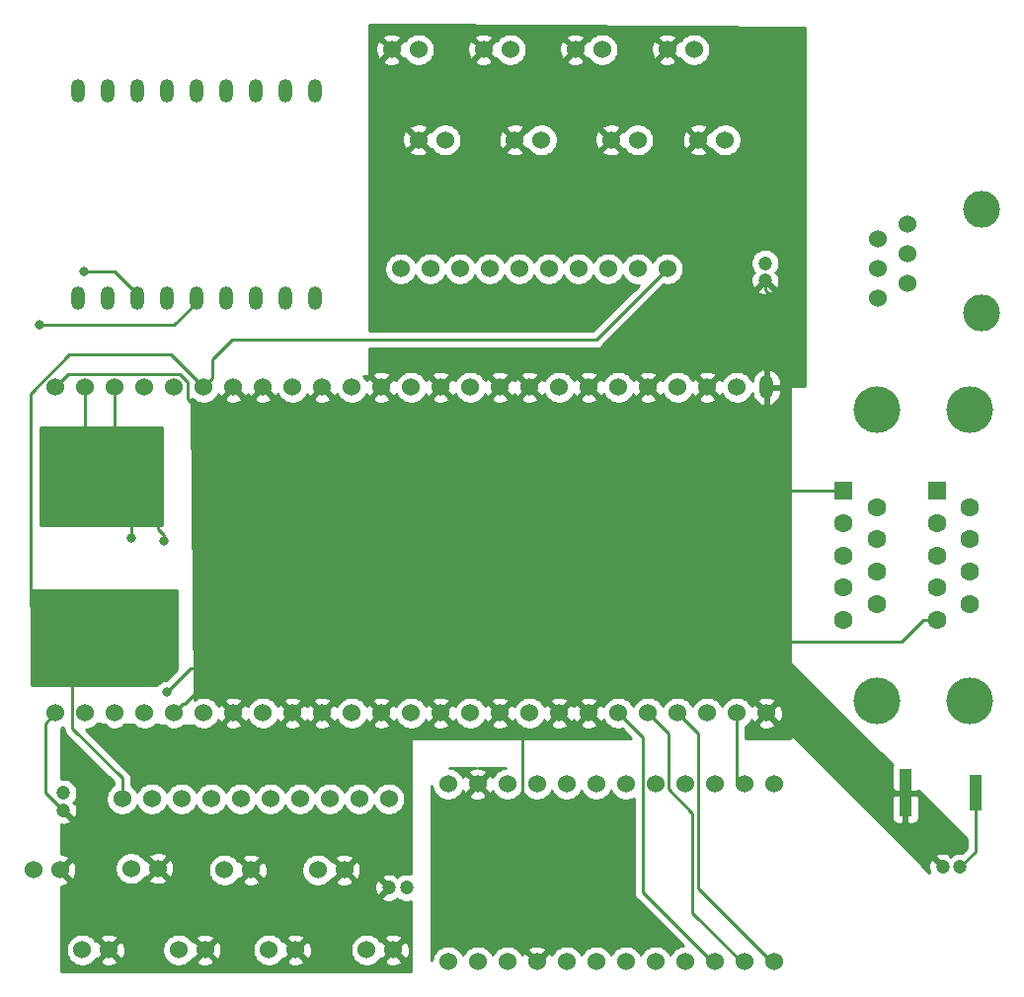
<source format=gbr>
G04 #@! TF.GenerationSoftware,KiCad,Pcbnew,5.1.2-f72e74a~84~ubuntu18.04.1*
G04 #@! TF.CreationDate,2019-06-04T17:18:25-04:00*
G04 #@! TF.ProjectId,temperature board,74656d70-6572-4617-9475-726520626f61,v01*
G04 #@! TF.SameCoordinates,Original*
G04 #@! TF.FileFunction,Copper,L2,Bot*
G04 #@! TF.FilePolarity,Positive*
%FSLAX46Y46*%
G04 Gerber Fmt 4.6, Leading zero omitted, Abs format (unit mm)*
G04 Created by KiCad (PCBNEW 5.1.2-f72e74a~84~ubuntu18.04.1) date 2019-06-04 17:18:25*
%MOMM*%
%LPD*%
G04 APERTURE LIST*
%ADD10C,1.524000*%
%ADD11O,1.200000X2.000000*%
%ADD12R,1.100000X4.100000*%
%ADD13R,1.000000X3.100000*%
%ADD14C,3.175000*%
%ADD15C,1.200000*%
%ADD16C,1.600000*%
%ADD17C,4.000000*%
%ADD18R,1.600000X1.600000*%
%ADD19C,0.800000*%
%ADD20C,0.250000*%
%ADD21C,0.254000*%
G04 APERTURE END LIST*
D10*
X131953000Y-37211000D03*
X134239000Y-37211000D03*
X77216000Y-99822000D03*
X74930000Y-99822000D03*
X137795000Y-86360000D03*
X135255000Y-86360000D03*
X132715000Y-86360000D03*
X130175000Y-86360000D03*
X127635000Y-86360000D03*
X125095000Y-86360000D03*
X122555000Y-86360000D03*
X120015000Y-86360000D03*
X117475000Y-86360000D03*
X114935000Y-86360000D03*
X112395000Y-86360000D03*
X109855000Y-86360000D03*
X107315000Y-86360000D03*
X104775000Y-86360000D03*
X102235000Y-86360000D03*
X99695000Y-86360000D03*
X97155000Y-86360000D03*
X94615000Y-86360000D03*
X92075000Y-86360000D03*
X89535000Y-86360000D03*
X86995000Y-86360000D03*
X84455000Y-86360000D03*
X81915000Y-86360000D03*
X76835000Y-86360000D03*
X79375000Y-86360000D03*
X76835000Y-58420000D03*
X79375000Y-58420000D03*
X81915000Y-58420000D03*
X84455000Y-58420000D03*
X86995000Y-58420000D03*
X89535000Y-58420000D03*
X92075000Y-58420000D03*
X94615000Y-58420000D03*
X97155000Y-58420000D03*
X99695000Y-58420000D03*
X102235000Y-58420000D03*
X104775000Y-58420000D03*
X107315000Y-58420000D03*
X109855000Y-58420000D03*
X112395000Y-58420000D03*
X114935000Y-58420000D03*
X117475000Y-58420000D03*
X120015000Y-58420000D03*
X122555000Y-58420000D03*
X125095000Y-58420000D03*
X127635000Y-58420000D03*
X130175000Y-58420000D03*
X132715000Y-58420000D03*
X135255000Y-58420000D03*
D11*
X137795000Y-58420000D03*
D12*
X149702000Y-93218000D03*
D13*
X155702000Y-93218000D03*
D11*
X99060000Y-50800000D03*
X99060000Y-33020000D03*
X96520000Y-50800000D03*
X96520000Y-33020000D03*
X93980000Y-50800000D03*
X93980000Y-33020000D03*
X91440000Y-50800000D03*
X91440000Y-33020000D03*
X88900000Y-50800000D03*
X88900000Y-33020000D03*
X86360000Y-50800000D03*
X86360000Y-33020000D03*
X83820000Y-50800000D03*
X83820000Y-33020000D03*
X81280000Y-50800000D03*
X81280000Y-33020000D03*
X78740000Y-50800000D03*
X78740000Y-33020000D03*
D10*
X110490000Y-92456000D03*
X113030000Y-92456000D03*
X115570000Y-92456000D03*
X118110000Y-92456000D03*
X120650000Y-92456000D03*
X123190000Y-92456000D03*
X125730000Y-92456000D03*
X128270000Y-92456000D03*
X130810000Y-92456000D03*
X133350000Y-92456000D03*
X135890000Y-92456000D03*
X135890000Y-107696000D03*
X133350000Y-107696000D03*
X130810000Y-107696000D03*
X128270000Y-107696000D03*
X125730000Y-107696000D03*
X123190000Y-107696000D03*
X120650000Y-107696000D03*
X118110000Y-107696000D03*
X115570000Y-107696000D03*
X113030000Y-107696000D03*
X110490000Y-107696000D03*
X138430000Y-92456000D03*
X138430000Y-107696000D03*
X93599000Y-99822000D03*
X91313000Y-99822000D03*
X106426000Y-48260000D03*
X108966000Y-48260000D03*
X111506000Y-48260000D03*
X114046000Y-48260000D03*
X116586000Y-48260000D03*
X119126000Y-48260000D03*
X121666000Y-48260000D03*
X124206000Y-48260000D03*
X126746000Y-48260000D03*
X129286000Y-48260000D03*
X105410000Y-93726000D03*
X102870000Y-93726000D03*
X100330000Y-93726000D03*
X97790000Y-93726000D03*
X95250000Y-93726000D03*
X92710000Y-93726000D03*
X90170000Y-93726000D03*
X87630000Y-93726000D03*
X85090000Y-93726000D03*
X82550000Y-93726000D03*
X121412000Y-29464000D03*
X123698000Y-29464000D03*
X129286000Y-29464000D03*
X131572000Y-29464000D03*
X116205000Y-37211000D03*
X118491000Y-37211000D03*
X101600000Y-99822000D03*
X99314000Y-99822000D03*
X85598000Y-99695000D03*
X83312000Y-99695000D03*
D14*
X156210000Y-52070000D03*
X156210000Y-43180000D03*
D10*
X149860000Y-49530000D03*
X147320000Y-50800000D03*
X147320000Y-48260000D03*
X149860000Y-46990000D03*
X147320000Y-45720000D03*
X149860000Y-44450000D03*
X105664000Y-29464000D03*
X107950000Y-29464000D03*
X107950000Y-37211000D03*
X110236000Y-37211000D03*
X113538000Y-29464000D03*
X115824000Y-29464000D03*
X124460000Y-37211000D03*
X126746000Y-37211000D03*
X105791000Y-106680000D03*
X103505000Y-106680000D03*
X97409000Y-106680000D03*
X95123000Y-106680000D03*
X89662000Y-106680000D03*
X87376000Y-106680000D03*
X81407000Y-106680000D03*
X79121000Y-106680000D03*
D15*
X154408000Y-99568000D03*
X152908000Y-99568000D03*
X106934000Y-101346000D03*
X105434000Y-101346000D03*
X77470000Y-94718000D03*
X77470000Y-93218000D03*
X137668000Y-47776000D03*
X137668000Y-49276000D03*
D16*
X144400000Y-72850000D03*
X144400000Y-75620000D03*
X147240000Y-71465000D03*
X144400000Y-70080000D03*
D17*
X147240000Y-60350000D03*
D16*
X147240000Y-68695000D03*
D18*
X144400000Y-67310000D03*
D16*
X144400000Y-78390000D03*
X147240000Y-74235000D03*
D17*
X147240000Y-85350000D03*
D16*
X147240000Y-77005000D03*
D17*
X155240000Y-60350000D03*
X155240000Y-85350000D03*
D16*
X155240000Y-77005000D03*
X155240000Y-74235000D03*
X155240000Y-71465000D03*
X155240000Y-68695000D03*
X152400000Y-78390000D03*
X152400000Y-75620000D03*
X152400000Y-72850000D03*
X152400000Y-70080000D03*
D18*
X152400000Y-67310000D03*
D19*
X83312000Y-71374000D03*
X86106000Y-71628000D03*
X86360000Y-84582000D03*
X79248000Y-48514000D03*
X75438000Y-53086000D03*
D20*
X155702000Y-98274000D02*
X155702000Y-93218000D01*
X154408000Y-99568000D02*
X155702000Y-98274000D01*
X81915000Y-58420000D02*
X81915000Y-62103000D01*
X85542001Y-69794001D02*
X85344000Y-69596000D01*
X79375000Y-58420000D02*
X79375000Y-61849000D01*
X83312000Y-71374000D02*
X83312000Y-69850000D01*
X86106000Y-71062315D02*
X85598000Y-70554315D01*
X86106000Y-71628000D02*
X86106000Y-71062315D01*
X85598000Y-70554315D02*
X85598000Y-68580000D01*
X148902000Y-93218000D02*
X144076000Y-88392000D01*
X149702000Y-93218000D02*
X148902000Y-93218000D01*
X144076000Y-88392000D02*
X139446000Y-88392000D01*
X149702000Y-96362000D02*
X149702000Y-93218000D01*
X152908000Y-99568000D02*
X149702000Y-96362000D01*
X137668000Y-58293000D02*
X137795000Y-58420000D01*
X86995000Y-86360000D02*
X87756999Y-85598001D01*
X87516761Y-57332999D02*
X88138000Y-57954238D01*
X76835000Y-58420000D02*
X77922001Y-57332999D01*
X77922001Y-57332999D02*
X87516761Y-57332999D01*
X88138000Y-57954238D02*
X88138000Y-59436000D01*
X88138000Y-59436000D02*
X88900000Y-60198000D01*
X151268630Y-78390000D02*
X149394630Y-80264000D01*
X152400000Y-78390000D02*
X151268630Y-78390000D01*
X149394630Y-80264000D02*
X139192000Y-80264000D01*
X144400000Y-67310000D02*
X139192000Y-67310000D01*
X119126000Y-87249000D02*
X120015000Y-86360000D01*
X114935000Y-86360000D02*
X116840000Y-88265000D01*
X116840000Y-88265000D02*
X116840000Y-93472000D01*
X137668000Y-50124528D02*
X139700000Y-52156528D01*
X137668000Y-49276000D02*
X137668000Y-50124528D01*
X139700000Y-52156528D02*
X139700000Y-58166000D01*
X87756999Y-85598001D02*
X87883999Y-85598001D01*
X87883999Y-85598001D02*
X89154000Y-84328000D01*
X86360000Y-84582000D02*
X88392000Y-82550000D01*
X88392000Y-82550000D02*
X88900000Y-82550000D01*
X76870001Y-94118001D02*
X77470000Y-94718000D01*
X75946000Y-93194000D02*
X76870001Y-94118001D01*
X75946000Y-87249000D02*
X75946000Y-93194000D01*
X76835000Y-86360000D02*
X75946000Y-87249000D01*
X89535000Y-58420000D02*
X89535000Y-58048608D01*
X89535000Y-58048608D02*
X89269400Y-57783008D01*
X90296999Y-57658001D02*
X90296999Y-56007001D01*
X89535000Y-58420000D02*
X90296999Y-57658001D01*
X90296999Y-56007001D02*
X91948000Y-54356000D01*
X123190000Y-54356000D02*
X91948000Y-54356000D01*
X129286000Y-48260000D02*
X123190000Y-54356000D01*
X82550000Y-93726000D02*
X82550000Y-91948000D01*
X78287999Y-87685999D02*
X78287999Y-83621999D01*
X82550000Y-91948000D02*
X78287999Y-87685999D01*
X78020238Y-55626000D02*
X74676000Y-58970238D01*
X86741000Y-55626000D02*
X78020238Y-55626000D01*
X74676000Y-58970238D02*
X74676000Y-77216000D01*
X89535000Y-58420000D02*
X86741000Y-55626000D01*
X125856999Y-87121999D02*
X125095000Y-86360000D01*
X127182999Y-88447999D02*
X125856999Y-87121999D01*
X127182999Y-101782999D02*
X127182999Y-88447999D01*
X133350000Y-107950000D02*
X127182999Y-101782999D01*
X129357001Y-92865763D02*
X131446991Y-94955753D01*
X127635000Y-86360000D02*
X129357001Y-88082001D01*
X129357001Y-88082001D02*
X129357001Y-92865763D01*
X131446991Y-103506991D02*
X135890000Y-107950000D01*
X131446991Y-94955753D02*
X131446991Y-103506991D01*
X130936999Y-87121999D02*
X130175000Y-86360000D01*
X131897001Y-88082001D02*
X130936999Y-87121999D01*
X131897001Y-101417001D02*
X131897001Y-88082001D01*
X138430000Y-107950000D02*
X131897001Y-101417001D01*
X135255000Y-92075000D02*
X135890000Y-92710000D01*
X135255000Y-86360000D02*
X135255000Y-92075000D01*
X78740000Y-33420000D02*
X78740000Y-33020000D01*
X83820000Y-32620000D02*
X83820000Y-33020000D01*
X83820000Y-50400000D02*
X83820000Y-50800000D01*
X81934000Y-48514000D02*
X83820000Y-50400000D01*
X79248000Y-48514000D02*
X81934000Y-48514000D01*
X88900000Y-51200000D02*
X88900000Y-50800000D01*
X87014000Y-53086000D02*
X88900000Y-51200000D01*
X75438000Y-53086000D02*
X87014000Y-53086000D01*
D21*
G36*
X139827000Y-88519000D02*
G01*
X136015000Y-88519000D01*
X136015000Y-87532341D01*
X136145535Y-87445120D01*
X136265090Y-87325565D01*
X137009040Y-87325565D01*
X137076020Y-87565656D01*
X137325048Y-87682756D01*
X137592135Y-87749023D01*
X137867017Y-87761910D01*
X138139133Y-87720922D01*
X138398023Y-87627636D01*
X138513980Y-87565656D01*
X138580960Y-87325565D01*
X137795000Y-86539605D01*
X137009040Y-87325565D01*
X136265090Y-87325565D01*
X136340120Y-87250535D01*
X136493005Y-87021727D01*
X136522692Y-86950057D01*
X136527364Y-86963023D01*
X136589344Y-87078980D01*
X136829435Y-87145960D01*
X137615395Y-86360000D01*
X137974605Y-86360000D01*
X138760565Y-87145960D01*
X139000656Y-87078980D01*
X139117756Y-86829952D01*
X139184023Y-86562865D01*
X139196910Y-86287983D01*
X139155922Y-86015867D01*
X139062636Y-85756977D01*
X139000656Y-85641020D01*
X138760565Y-85574040D01*
X137974605Y-86360000D01*
X137615395Y-86360000D01*
X136829435Y-85574040D01*
X136589344Y-85641020D01*
X136525515Y-85776760D01*
X136493005Y-85698273D01*
X136340120Y-85469465D01*
X136265090Y-85394435D01*
X137009040Y-85394435D01*
X137795000Y-86180395D01*
X138580960Y-85394435D01*
X138513980Y-85154344D01*
X138264952Y-85037244D01*
X137997865Y-84970977D01*
X137722983Y-84958090D01*
X137450867Y-84999078D01*
X137191977Y-85092364D01*
X137076020Y-85154344D01*
X137009040Y-85394435D01*
X136265090Y-85394435D01*
X136145535Y-85274880D01*
X135916727Y-85121995D01*
X135662490Y-85016686D01*
X135392592Y-84963000D01*
X135117408Y-84963000D01*
X134847510Y-85016686D01*
X134593273Y-85121995D01*
X134364465Y-85274880D01*
X134169880Y-85469465D01*
X134016995Y-85698273D01*
X133985000Y-85775515D01*
X133953005Y-85698273D01*
X133800120Y-85469465D01*
X133605535Y-85274880D01*
X133376727Y-85121995D01*
X133122490Y-85016686D01*
X132852592Y-84963000D01*
X132577408Y-84963000D01*
X132307510Y-85016686D01*
X132053273Y-85121995D01*
X131824465Y-85274880D01*
X131629880Y-85469465D01*
X131476995Y-85698273D01*
X131445000Y-85775515D01*
X131413005Y-85698273D01*
X131260120Y-85469465D01*
X131065535Y-85274880D01*
X130836727Y-85121995D01*
X130582490Y-85016686D01*
X130312592Y-84963000D01*
X130037408Y-84963000D01*
X129767510Y-85016686D01*
X129513273Y-85121995D01*
X129284465Y-85274880D01*
X129089880Y-85469465D01*
X128936995Y-85698273D01*
X128905000Y-85775515D01*
X128873005Y-85698273D01*
X128720120Y-85469465D01*
X128525535Y-85274880D01*
X128296727Y-85121995D01*
X128042490Y-85016686D01*
X127772592Y-84963000D01*
X127497408Y-84963000D01*
X127227510Y-85016686D01*
X126973273Y-85121995D01*
X126744465Y-85274880D01*
X126549880Y-85469465D01*
X126396995Y-85698273D01*
X126365000Y-85775515D01*
X126333005Y-85698273D01*
X126180120Y-85469465D01*
X125985535Y-85274880D01*
X125756727Y-85121995D01*
X125502490Y-85016686D01*
X125232592Y-84963000D01*
X124957408Y-84963000D01*
X124687510Y-85016686D01*
X124433273Y-85121995D01*
X124204465Y-85274880D01*
X124009880Y-85469465D01*
X123856995Y-85698273D01*
X123827308Y-85769943D01*
X123822636Y-85756977D01*
X123760656Y-85641020D01*
X123520565Y-85574040D01*
X122734605Y-86360000D01*
X123520565Y-87145960D01*
X123760656Y-87078980D01*
X123824485Y-86943240D01*
X123856995Y-87021727D01*
X124009880Y-87250535D01*
X124204465Y-87445120D01*
X124433273Y-87598005D01*
X124687510Y-87703314D01*
X124957408Y-87757000D01*
X125232592Y-87757000D01*
X125386571Y-87726372D01*
X126179198Y-88519000D01*
X88771972Y-88519000D01*
X88763890Y-87524917D01*
X88873273Y-87598005D01*
X89127510Y-87703314D01*
X89397408Y-87757000D01*
X89672592Y-87757000D01*
X89942490Y-87703314D01*
X90196727Y-87598005D01*
X90425535Y-87445120D01*
X90545090Y-87325565D01*
X91289040Y-87325565D01*
X91356020Y-87565656D01*
X91605048Y-87682756D01*
X91872135Y-87749023D01*
X92147017Y-87761910D01*
X92419133Y-87720922D01*
X92678023Y-87627636D01*
X92793980Y-87565656D01*
X92860960Y-87325565D01*
X92075000Y-86539605D01*
X91289040Y-87325565D01*
X90545090Y-87325565D01*
X90620120Y-87250535D01*
X90773005Y-87021727D01*
X90802692Y-86950057D01*
X90807364Y-86963023D01*
X90869344Y-87078980D01*
X91109435Y-87145960D01*
X91895395Y-86360000D01*
X92254605Y-86360000D01*
X93040565Y-87145960D01*
X93280656Y-87078980D01*
X93344485Y-86943240D01*
X93376995Y-87021727D01*
X93529880Y-87250535D01*
X93724465Y-87445120D01*
X93953273Y-87598005D01*
X94207510Y-87703314D01*
X94477408Y-87757000D01*
X94752592Y-87757000D01*
X95022490Y-87703314D01*
X95276727Y-87598005D01*
X95505535Y-87445120D01*
X95625090Y-87325565D01*
X96369040Y-87325565D01*
X96436020Y-87565656D01*
X96685048Y-87682756D01*
X96952135Y-87749023D01*
X97227017Y-87761910D01*
X97499133Y-87720922D01*
X97758023Y-87627636D01*
X97873980Y-87565656D01*
X97940960Y-87325565D01*
X98909040Y-87325565D01*
X98976020Y-87565656D01*
X99225048Y-87682756D01*
X99492135Y-87749023D01*
X99767017Y-87761910D01*
X100039133Y-87720922D01*
X100298023Y-87627636D01*
X100413980Y-87565656D01*
X100480960Y-87325565D01*
X99695000Y-86539605D01*
X98909040Y-87325565D01*
X97940960Y-87325565D01*
X97155000Y-86539605D01*
X96369040Y-87325565D01*
X95625090Y-87325565D01*
X95700120Y-87250535D01*
X95853005Y-87021727D01*
X95882692Y-86950057D01*
X95887364Y-86963023D01*
X95949344Y-87078980D01*
X96189435Y-87145960D01*
X96975395Y-86360000D01*
X97334605Y-86360000D01*
X98120565Y-87145960D01*
X98360656Y-87078980D01*
X98422079Y-86948356D01*
X98427364Y-86963023D01*
X98489344Y-87078980D01*
X98729435Y-87145960D01*
X99515395Y-86360000D01*
X99874605Y-86360000D01*
X100660565Y-87145960D01*
X100900656Y-87078980D01*
X100964485Y-86943240D01*
X100996995Y-87021727D01*
X101149880Y-87250535D01*
X101344465Y-87445120D01*
X101573273Y-87598005D01*
X101827510Y-87703314D01*
X102097408Y-87757000D01*
X102372592Y-87757000D01*
X102642490Y-87703314D01*
X102896727Y-87598005D01*
X103125535Y-87445120D01*
X103245090Y-87325565D01*
X103989040Y-87325565D01*
X104056020Y-87565656D01*
X104305048Y-87682756D01*
X104572135Y-87749023D01*
X104847017Y-87761910D01*
X105119133Y-87720922D01*
X105378023Y-87627636D01*
X105493980Y-87565656D01*
X105560960Y-87325565D01*
X104775000Y-86539605D01*
X103989040Y-87325565D01*
X103245090Y-87325565D01*
X103320120Y-87250535D01*
X103473005Y-87021727D01*
X103502692Y-86950057D01*
X103507364Y-86963023D01*
X103569344Y-87078980D01*
X103809435Y-87145960D01*
X104595395Y-86360000D01*
X104954605Y-86360000D01*
X105740565Y-87145960D01*
X105980656Y-87078980D01*
X106044485Y-86943240D01*
X106076995Y-87021727D01*
X106229880Y-87250535D01*
X106424465Y-87445120D01*
X106653273Y-87598005D01*
X106907510Y-87703314D01*
X107177408Y-87757000D01*
X107452592Y-87757000D01*
X107722490Y-87703314D01*
X107976727Y-87598005D01*
X108205535Y-87445120D01*
X108325090Y-87325565D01*
X109069040Y-87325565D01*
X109136020Y-87565656D01*
X109385048Y-87682756D01*
X109652135Y-87749023D01*
X109927017Y-87761910D01*
X110199133Y-87720922D01*
X110458023Y-87627636D01*
X110573980Y-87565656D01*
X110640960Y-87325565D01*
X109855000Y-86539605D01*
X109069040Y-87325565D01*
X108325090Y-87325565D01*
X108400120Y-87250535D01*
X108553005Y-87021727D01*
X108582692Y-86950057D01*
X108587364Y-86963023D01*
X108649344Y-87078980D01*
X108889435Y-87145960D01*
X109675395Y-86360000D01*
X110034605Y-86360000D01*
X110820565Y-87145960D01*
X111060656Y-87078980D01*
X111124485Y-86943240D01*
X111156995Y-87021727D01*
X111309880Y-87250535D01*
X111504465Y-87445120D01*
X111733273Y-87598005D01*
X111987510Y-87703314D01*
X112257408Y-87757000D01*
X112532592Y-87757000D01*
X112802490Y-87703314D01*
X113056727Y-87598005D01*
X113285535Y-87445120D01*
X113405090Y-87325565D01*
X114149040Y-87325565D01*
X114216020Y-87565656D01*
X114465048Y-87682756D01*
X114732135Y-87749023D01*
X115007017Y-87761910D01*
X115279133Y-87720922D01*
X115538023Y-87627636D01*
X115653980Y-87565656D01*
X115720960Y-87325565D01*
X114935000Y-86539605D01*
X114149040Y-87325565D01*
X113405090Y-87325565D01*
X113480120Y-87250535D01*
X113633005Y-87021727D01*
X113662692Y-86950057D01*
X113667364Y-86963023D01*
X113729344Y-87078980D01*
X113969435Y-87145960D01*
X114755395Y-86360000D01*
X115114605Y-86360000D01*
X115900565Y-87145960D01*
X116140656Y-87078980D01*
X116204485Y-86943240D01*
X116236995Y-87021727D01*
X116389880Y-87250535D01*
X116584465Y-87445120D01*
X116813273Y-87598005D01*
X117067510Y-87703314D01*
X117337408Y-87757000D01*
X117612592Y-87757000D01*
X117882490Y-87703314D01*
X118136727Y-87598005D01*
X118365535Y-87445120D01*
X118485090Y-87325565D01*
X119229040Y-87325565D01*
X119296020Y-87565656D01*
X119545048Y-87682756D01*
X119812135Y-87749023D01*
X120087017Y-87761910D01*
X120359133Y-87720922D01*
X120618023Y-87627636D01*
X120733980Y-87565656D01*
X120800960Y-87325565D01*
X121769040Y-87325565D01*
X121836020Y-87565656D01*
X122085048Y-87682756D01*
X122352135Y-87749023D01*
X122627017Y-87761910D01*
X122899133Y-87720922D01*
X123158023Y-87627636D01*
X123273980Y-87565656D01*
X123340960Y-87325565D01*
X122555000Y-86539605D01*
X121769040Y-87325565D01*
X120800960Y-87325565D01*
X120015000Y-86539605D01*
X119229040Y-87325565D01*
X118485090Y-87325565D01*
X118560120Y-87250535D01*
X118713005Y-87021727D01*
X118742692Y-86950057D01*
X118747364Y-86963023D01*
X118809344Y-87078980D01*
X119049435Y-87145960D01*
X119835395Y-86360000D01*
X120194605Y-86360000D01*
X120980565Y-87145960D01*
X121220656Y-87078980D01*
X121282079Y-86948356D01*
X121287364Y-86963023D01*
X121349344Y-87078980D01*
X121589435Y-87145960D01*
X122375395Y-86360000D01*
X121589435Y-85574040D01*
X121349344Y-85641020D01*
X121287921Y-85771644D01*
X121282636Y-85756977D01*
X121220656Y-85641020D01*
X120980565Y-85574040D01*
X120194605Y-86360000D01*
X119835395Y-86360000D01*
X119049435Y-85574040D01*
X118809344Y-85641020D01*
X118745515Y-85776760D01*
X118713005Y-85698273D01*
X118560120Y-85469465D01*
X118485090Y-85394435D01*
X119229040Y-85394435D01*
X120015000Y-86180395D01*
X120800960Y-85394435D01*
X121769040Y-85394435D01*
X122555000Y-86180395D01*
X123340960Y-85394435D01*
X123273980Y-85154344D01*
X123024952Y-85037244D01*
X122757865Y-84970977D01*
X122482983Y-84958090D01*
X122210867Y-84999078D01*
X121951977Y-85092364D01*
X121836020Y-85154344D01*
X121769040Y-85394435D01*
X120800960Y-85394435D01*
X120733980Y-85154344D01*
X120484952Y-85037244D01*
X120217865Y-84970977D01*
X119942983Y-84958090D01*
X119670867Y-84999078D01*
X119411977Y-85092364D01*
X119296020Y-85154344D01*
X119229040Y-85394435D01*
X118485090Y-85394435D01*
X118365535Y-85274880D01*
X118136727Y-85121995D01*
X117882490Y-85016686D01*
X117612592Y-84963000D01*
X117337408Y-84963000D01*
X117067510Y-85016686D01*
X116813273Y-85121995D01*
X116584465Y-85274880D01*
X116389880Y-85469465D01*
X116236995Y-85698273D01*
X116207308Y-85769943D01*
X116202636Y-85756977D01*
X116140656Y-85641020D01*
X115900565Y-85574040D01*
X115114605Y-86360000D01*
X114755395Y-86360000D01*
X113969435Y-85574040D01*
X113729344Y-85641020D01*
X113665515Y-85776760D01*
X113633005Y-85698273D01*
X113480120Y-85469465D01*
X113405090Y-85394435D01*
X114149040Y-85394435D01*
X114935000Y-86180395D01*
X115720960Y-85394435D01*
X115653980Y-85154344D01*
X115404952Y-85037244D01*
X115137865Y-84970977D01*
X114862983Y-84958090D01*
X114590867Y-84999078D01*
X114331977Y-85092364D01*
X114216020Y-85154344D01*
X114149040Y-85394435D01*
X113405090Y-85394435D01*
X113285535Y-85274880D01*
X113056727Y-85121995D01*
X112802490Y-85016686D01*
X112532592Y-84963000D01*
X112257408Y-84963000D01*
X111987510Y-85016686D01*
X111733273Y-85121995D01*
X111504465Y-85274880D01*
X111309880Y-85469465D01*
X111156995Y-85698273D01*
X111127308Y-85769943D01*
X111122636Y-85756977D01*
X111060656Y-85641020D01*
X110820565Y-85574040D01*
X110034605Y-86360000D01*
X109675395Y-86360000D01*
X108889435Y-85574040D01*
X108649344Y-85641020D01*
X108585515Y-85776760D01*
X108553005Y-85698273D01*
X108400120Y-85469465D01*
X108325090Y-85394435D01*
X109069040Y-85394435D01*
X109855000Y-86180395D01*
X110640960Y-85394435D01*
X110573980Y-85154344D01*
X110324952Y-85037244D01*
X110057865Y-84970977D01*
X109782983Y-84958090D01*
X109510867Y-84999078D01*
X109251977Y-85092364D01*
X109136020Y-85154344D01*
X109069040Y-85394435D01*
X108325090Y-85394435D01*
X108205535Y-85274880D01*
X107976727Y-85121995D01*
X107722490Y-85016686D01*
X107452592Y-84963000D01*
X107177408Y-84963000D01*
X106907510Y-85016686D01*
X106653273Y-85121995D01*
X106424465Y-85274880D01*
X106229880Y-85469465D01*
X106076995Y-85698273D01*
X106047308Y-85769943D01*
X106042636Y-85756977D01*
X105980656Y-85641020D01*
X105740565Y-85574040D01*
X104954605Y-86360000D01*
X104595395Y-86360000D01*
X103809435Y-85574040D01*
X103569344Y-85641020D01*
X103505515Y-85776760D01*
X103473005Y-85698273D01*
X103320120Y-85469465D01*
X103245090Y-85394435D01*
X103989040Y-85394435D01*
X104775000Y-86180395D01*
X105560960Y-85394435D01*
X105493980Y-85154344D01*
X105244952Y-85037244D01*
X104977865Y-84970977D01*
X104702983Y-84958090D01*
X104430867Y-84999078D01*
X104171977Y-85092364D01*
X104056020Y-85154344D01*
X103989040Y-85394435D01*
X103245090Y-85394435D01*
X103125535Y-85274880D01*
X102896727Y-85121995D01*
X102642490Y-85016686D01*
X102372592Y-84963000D01*
X102097408Y-84963000D01*
X101827510Y-85016686D01*
X101573273Y-85121995D01*
X101344465Y-85274880D01*
X101149880Y-85469465D01*
X100996995Y-85698273D01*
X100967308Y-85769943D01*
X100962636Y-85756977D01*
X100900656Y-85641020D01*
X100660565Y-85574040D01*
X99874605Y-86360000D01*
X99515395Y-86360000D01*
X98729435Y-85574040D01*
X98489344Y-85641020D01*
X98427921Y-85771644D01*
X98422636Y-85756977D01*
X98360656Y-85641020D01*
X98120565Y-85574040D01*
X97334605Y-86360000D01*
X96975395Y-86360000D01*
X96189435Y-85574040D01*
X95949344Y-85641020D01*
X95885515Y-85776760D01*
X95853005Y-85698273D01*
X95700120Y-85469465D01*
X95625090Y-85394435D01*
X96369040Y-85394435D01*
X97155000Y-86180395D01*
X97940960Y-85394435D01*
X98909040Y-85394435D01*
X99695000Y-86180395D01*
X100480960Y-85394435D01*
X100413980Y-85154344D01*
X100164952Y-85037244D01*
X99897865Y-84970977D01*
X99622983Y-84958090D01*
X99350867Y-84999078D01*
X99091977Y-85092364D01*
X98976020Y-85154344D01*
X98909040Y-85394435D01*
X97940960Y-85394435D01*
X97873980Y-85154344D01*
X97624952Y-85037244D01*
X97357865Y-84970977D01*
X97082983Y-84958090D01*
X96810867Y-84999078D01*
X96551977Y-85092364D01*
X96436020Y-85154344D01*
X96369040Y-85394435D01*
X95625090Y-85394435D01*
X95505535Y-85274880D01*
X95276727Y-85121995D01*
X95022490Y-85016686D01*
X94752592Y-84963000D01*
X94477408Y-84963000D01*
X94207510Y-85016686D01*
X93953273Y-85121995D01*
X93724465Y-85274880D01*
X93529880Y-85469465D01*
X93376995Y-85698273D01*
X93347308Y-85769943D01*
X93342636Y-85756977D01*
X93280656Y-85641020D01*
X93040565Y-85574040D01*
X92254605Y-86360000D01*
X91895395Y-86360000D01*
X91109435Y-85574040D01*
X90869344Y-85641020D01*
X90805515Y-85776760D01*
X90773005Y-85698273D01*
X90620120Y-85469465D01*
X90545090Y-85394435D01*
X91289040Y-85394435D01*
X92075000Y-86180395D01*
X92860960Y-85394435D01*
X92793980Y-85154344D01*
X92544952Y-85037244D01*
X92277865Y-84970977D01*
X92002983Y-84958090D01*
X91730867Y-84999078D01*
X91471977Y-85092364D01*
X91356020Y-85154344D01*
X91289040Y-85394435D01*
X90545090Y-85394435D01*
X90425535Y-85274880D01*
X90196727Y-85121995D01*
X89942490Y-85016686D01*
X89672592Y-84963000D01*
X89397408Y-84963000D01*
X89127510Y-85016686D01*
X88873273Y-85121995D01*
X88745051Y-85207671D01*
X88535199Y-59395854D01*
X88644465Y-59505120D01*
X88873273Y-59658005D01*
X89127510Y-59763314D01*
X89397408Y-59817000D01*
X89672592Y-59817000D01*
X89942490Y-59763314D01*
X90196727Y-59658005D01*
X90425535Y-59505120D01*
X90545090Y-59385565D01*
X91289040Y-59385565D01*
X91356020Y-59625656D01*
X91605048Y-59742756D01*
X91872135Y-59809023D01*
X92147017Y-59821910D01*
X92419133Y-59780922D01*
X92678023Y-59687636D01*
X92793980Y-59625656D01*
X92860960Y-59385565D01*
X93829040Y-59385565D01*
X93896020Y-59625656D01*
X94145048Y-59742756D01*
X94412135Y-59809023D01*
X94687017Y-59821910D01*
X94959133Y-59780922D01*
X95218023Y-59687636D01*
X95333980Y-59625656D01*
X95400960Y-59385565D01*
X94615000Y-58599605D01*
X93829040Y-59385565D01*
X92860960Y-59385565D01*
X92075000Y-58599605D01*
X91289040Y-59385565D01*
X90545090Y-59385565D01*
X90620120Y-59310535D01*
X90773005Y-59081727D01*
X90802692Y-59010057D01*
X90807364Y-59023023D01*
X90869344Y-59138980D01*
X91109435Y-59205960D01*
X91895395Y-58420000D01*
X91881253Y-58405858D01*
X92060858Y-58226253D01*
X92075000Y-58240395D01*
X92089143Y-58226253D01*
X92268748Y-58405858D01*
X92254605Y-58420000D01*
X93040565Y-59205960D01*
X93280656Y-59138980D01*
X93342079Y-59008356D01*
X93347364Y-59023023D01*
X93409344Y-59138980D01*
X93649435Y-59205960D01*
X94435395Y-58420000D01*
X94421253Y-58405858D01*
X94600858Y-58226253D01*
X94615000Y-58240395D01*
X94629143Y-58226253D01*
X94808748Y-58405858D01*
X94794605Y-58420000D01*
X95580565Y-59205960D01*
X95820656Y-59138980D01*
X95884485Y-59003240D01*
X95916995Y-59081727D01*
X96069880Y-59310535D01*
X96264465Y-59505120D01*
X96493273Y-59658005D01*
X96747510Y-59763314D01*
X97017408Y-59817000D01*
X97292592Y-59817000D01*
X97562490Y-59763314D01*
X97816727Y-59658005D01*
X98045535Y-59505120D01*
X98165090Y-59385565D01*
X98909040Y-59385565D01*
X98976020Y-59625656D01*
X99225048Y-59742756D01*
X99492135Y-59809023D01*
X99767017Y-59821910D01*
X100039133Y-59780922D01*
X100298023Y-59687636D01*
X100413980Y-59625656D01*
X100480960Y-59385565D01*
X99695000Y-58599605D01*
X98909040Y-59385565D01*
X98165090Y-59385565D01*
X98240120Y-59310535D01*
X98393005Y-59081727D01*
X98422692Y-59010057D01*
X98427364Y-59023023D01*
X98489344Y-59138980D01*
X98729435Y-59205960D01*
X99515395Y-58420000D01*
X99501253Y-58405858D01*
X99680858Y-58226253D01*
X99695000Y-58240395D01*
X99709143Y-58226253D01*
X99888748Y-58405858D01*
X99874605Y-58420000D01*
X100660565Y-59205960D01*
X100900656Y-59138980D01*
X100964485Y-59003240D01*
X100996995Y-59081727D01*
X101149880Y-59310535D01*
X101344465Y-59505120D01*
X101573273Y-59658005D01*
X101827510Y-59763314D01*
X102097408Y-59817000D01*
X102372592Y-59817000D01*
X102642490Y-59763314D01*
X102896727Y-59658005D01*
X103125535Y-59505120D01*
X103245090Y-59385565D01*
X103989040Y-59385565D01*
X104056020Y-59625656D01*
X104305048Y-59742756D01*
X104572135Y-59809023D01*
X104847017Y-59821910D01*
X105119133Y-59780922D01*
X105378023Y-59687636D01*
X105493980Y-59625656D01*
X105560960Y-59385565D01*
X104775000Y-58599605D01*
X103989040Y-59385565D01*
X103245090Y-59385565D01*
X103320120Y-59310535D01*
X103473005Y-59081727D01*
X103502692Y-59010057D01*
X103507364Y-59023023D01*
X103569344Y-59138980D01*
X103809435Y-59205960D01*
X104595395Y-58420000D01*
X104581253Y-58405858D01*
X104760858Y-58226253D01*
X104775000Y-58240395D01*
X104789143Y-58226253D01*
X104968748Y-58405858D01*
X104954605Y-58420000D01*
X105740565Y-59205960D01*
X105980656Y-59138980D01*
X106044485Y-59003240D01*
X106076995Y-59081727D01*
X106229880Y-59310535D01*
X106424465Y-59505120D01*
X106653273Y-59658005D01*
X106907510Y-59763314D01*
X107177408Y-59817000D01*
X107452592Y-59817000D01*
X107722490Y-59763314D01*
X107976727Y-59658005D01*
X108205535Y-59505120D01*
X108325090Y-59385565D01*
X109069040Y-59385565D01*
X109136020Y-59625656D01*
X109385048Y-59742756D01*
X109652135Y-59809023D01*
X109927017Y-59821910D01*
X110199133Y-59780922D01*
X110458023Y-59687636D01*
X110573980Y-59625656D01*
X110640960Y-59385565D01*
X109855000Y-58599605D01*
X109069040Y-59385565D01*
X108325090Y-59385565D01*
X108400120Y-59310535D01*
X108553005Y-59081727D01*
X108582692Y-59010057D01*
X108587364Y-59023023D01*
X108649344Y-59138980D01*
X108889435Y-59205960D01*
X109675395Y-58420000D01*
X109661253Y-58405858D01*
X109840858Y-58226253D01*
X109855000Y-58240395D01*
X110640960Y-57454435D01*
X110631757Y-57421446D01*
X111421791Y-57417554D01*
X111309880Y-57529465D01*
X111156995Y-57758273D01*
X111127308Y-57829943D01*
X111122636Y-57816977D01*
X111060656Y-57701020D01*
X110820565Y-57634040D01*
X110034605Y-58420000D01*
X110820565Y-59205960D01*
X111060656Y-59138980D01*
X111124485Y-59003240D01*
X111156995Y-59081727D01*
X111309880Y-59310535D01*
X111504465Y-59505120D01*
X111733273Y-59658005D01*
X111987510Y-59763314D01*
X112257408Y-59817000D01*
X112532592Y-59817000D01*
X112802490Y-59763314D01*
X113056727Y-59658005D01*
X113285535Y-59505120D01*
X113405090Y-59385565D01*
X114149040Y-59385565D01*
X114216020Y-59625656D01*
X114465048Y-59742756D01*
X114732135Y-59809023D01*
X115007017Y-59821910D01*
X115279133Y-59780922D01*
X115538023Y-59687636D01*
X115653980Y-59625656D01*
X115720960Y-59385565D01*
X116689040Y-59385565D01*
X116756020Y-59625656D01*
X117005048Y-59742756D01*
X117272135Y-59809023D01*
X117547017Y-59821910D01*
X117819133Y-59780922D01*
X118078023Y-59687636D01*
X118193980Y-59625656D01*
X118260960Y-59385565D01*
X117475000Y-58599605D01*
X116689040Y-59385565D01*
X115720960Y-59385565D01*
X114935000Y-58599605D01*
X114149040Y-59385565D01*
X113405090Y-59385565D01*
X113480120Y-59310535D01*
X113633005Y-59081727D01*
X113662692Y-59010057D01*
X113667364Y-59023023D01*
X113729344Y-59138980D01*
X113969435Y-59205960D01*
X114755395Y-58420000D01*
X115114605Y-58420000D01*
X115900565Y-59205960D01*
X116140656Y-59138980D01*
X116202079Y-59008356D01*
X116207364Y-59023023D01*
X116269344Y-59138980D01*
X116509435Y-59205960D01*
X117295395Y-58420000D01*
X116509435Y-57634040D01*
X116269344Y-57701020D01*
X116207921Y-57831644D01*
X116202636Y-57816977D01*
X116140656Y-57701020D01*
X115900565Y-57634040D01*
X115114605Y-58420000D01*
X114755395Y-58420000D01*
X113969435Y-57634040D01*
X113729344Y-57701020D01*
X113665515Y-57836760D01*
X113633005Y-57758273D01*
X113480120Y-57529465D01*
X113358668Y-57408013D01*
X114163096Y-57404050D01*
X114149040Y-57454435D01*
X114935000Y-58240395D01*
X115720960Y-57454435D01*
X115704785Y-57396455D01*
X116706592Y-57391520D01*
X116689040Y-57454435D01*
X117475000Y-58240395D01*
X118260960Y-57454435D01*
X118241299Y-57383960D01*
X119079514Y-57379831D01*
X118929880Y-57529465D01*
X118776995Y-57758273D01*
X118747308Y-57829943D01*
X118742636Y-57816977D01*
X118680656Y-57701020D01*
X118440565Y-57634040D01*
X117654605Y-58420000D01*
X118440565Y-59205960D01*
X118680656Y-59138980D01*
X118744485Y-59003240D01*
X118776995Y-59081727D01*
X118929880Y-59310535D01*
X119124465Y-59505120D01*
X119353273Y-59658005D01*
X119607510Y-59763314D01*
X119877408Y-59817000D01*
X120152592Y-59817000D01*
X120422490Y-59763314D01*
X120676727Y-59658005D01*
X120905535Y-59505120D01*
X121025090Y-59385565D01*
X121769040Y-59385565D01*
X121836020Y-59625656D01*
X122085048Y-59742756D01*
X122352135Y-59809023D01*
X122627017Y-59821910D01*
X122899133Y-59780922D01*
X123158023Y-59687636D01*
X123273980Y-59625656D01*
X123340960Y-59385565D01*
X122555000Y-58599605D01*
X121769040Y-59385565D01*
X121025090Y-59385565D01*
X121100120Y-59310535D01*
X121253005Y-59081727D01*
X121282692Y-59010057D01*
X121287364Y-59023023D01*
X121349344Y-59138980D01*
X121589435Y-59205960D01*
X122375395Y-58420000D01*
X121589435Y-57634040D01*
X121349344Y-57701020D01*
X121285515Y-57836760D01*
X121253005Y-57758273D01*
X121100120Y-57529465D01*
X120941315Y-57370660D01*
X121793583Y-57366461D01*
X121769040Y-57454435D01*
X122555000Y-58240395D01*
X123340960Y-57454435D01*
X123314327Y-57358970D01*
X124184662Y-57354683D01*
X124009880Y-57529465D01*
X123856995Y-57758273D01*
X123827308Y-57829943D01*
X123822636Y-57816977D01*
X123760656Y-57701020D01*
X123520565Y-57634040D01*
X122734605Y-58420000D01*
X123520565Y-59205960D01*
X123760656Y-59138980D01*
X123824485Y-59003240D01*
X123856995Y-59081727D01*
X124009880Y-59310535D01*
X124204465Y-59505120D01*
X124433273Y-59658005D01*
X124687510Y-59763314D01*
X124957408Y-59817000D01*
X125232592Y-59817000D01*
X125502490Y-59763314D01*
X125756727Y-59658005D01*
X125985535Y-59505120D01*
X126105090Y-59385565D01*
X126849040Y-59385565D01*
X126916020Y-59625656D01*
X127165048Y-59742756D01*
X127432135Y-59809023D01*
X127707017Y-59821910D01*
X127979133Y-59780922D01*
X128238023Y-59687636D01*
X128353980Y-59625656D01*
X128420960Y-59385565D01*
X127635000Y-58599605D01*
X126849040Y-59385565D01*
X126105090Y-59385565D01*
X126180120Y-59310535D01*
X126333005Y-59081727D01*
X126362692Y-59010057D01*
X126367364Y-59023023D01*
X126429344Y-59138980D01*
X126669435Y-59205960D01*
X127455395Y-58420000D01*
X126669435Y-57634040D01*
X126429344Y-57701020D01*
X126365515Y-57836760D01*
X126333005Y-57758273D01*
X126180120Y-57529465D01*
X125996413Y-57345758D01*
X126880574Y-57341402D01*
X126849040Y-57454435D01*
X127635000Y-58240395D01*
X128420960Y-57454435D01*
X128387356Y-57333980D01*
X129292485Y-57329521D01*
X129284465Y-57334880D01*
X129089880Y-57529465D01*
X128936995Y-57758273D01*
X128907308Y-57829943D01*
X128902636Y-57816977D01*
X128840656Y-57701020D01*
X128600565Y-57634040D01*
X127814605Y-58420000D01*
X128600565Y-59205960D01*
X128840656Y-59138980D01*
X128904485Y-59003240D01*
X128936995Y-59081727D01*
X129089880Y-59310535D01*
X129284465Y-59505120D01*
X129513273Y-59658005D01*
X129767510Y-59763314D01*
X130037408Y-59817000D01*
X130312592Y-59817000D01*
X130582490Y-59763314D01*
X130836727Y-59658005D01*
X131065535Y-59505120D01*
X131185090Y-59385565D01*
X131929040Y-59385565D01*
X131996020Y-59625656D01*
X132245048Y-59742756D01*
X132512135Y-59809023D01*
X132787017Y-59821910D01*
X133059133Y-59780922D01*
X133318023Y-59687636D01*
X133433980Y-59625656D01*
X133500960Y-59385565D01*
X132715000Y-58599605D01*
X131929040Y-59385565D01*
X131185090Y-59385565D01*
X131260120Y-59310535D01*
X131413005Y-59081727D01*
X131442692Y-59010057D01*
X131447364Y-59023023D01*
X131509344Y-59138980D01*
X131749435Y-59205960D01*
X132535395Y-58420000D01*
X131749435Y-57634040D01*
X131509344Y-57701020D01*
X131445515Y-57836760D01*
X131413005Y-57758273D01*
X131260120Y-57529465D01*
X131065535Y-57334880D01*
X131044597Y-57320890D01*
X131967564Y-57316343D01*
X131929040Y-57454435D01*
X132715000Y-58240395D01*
X133500960Y-57454435D01*
X133460384Y-57308990D01*
X134410215Y-57304311D01*
X134364465Y-57334880D01*
X134169880Y-57529465D01*
X134016995Y-57758273D01*
X133987308Y-57829943D01*
X133982636Y-57816977D01*
X133920656Y-57701020D01*
X133680565Y-57634040D01*
X132894605Y-58420000D01*
X133680565Y-59205960D01*
X133920656Y-59138980D01*
X133984485Y-59003240D01*
X134016995Y-59081727D01*
X134169880Y-59310535D01*
X134364465Y-59505120D01*
X134593273Y-59658005D01*
X134847510Y-59763314D01*
X135117408Y-59817000D01*
X135392592Y-59817000D01*
X135662490Y-59763314D01*
X135916727Y-59658005D01*
X136145535Y-59505120D01*
X136340120Y-59310535D01*
X136493005Y-59081727D01*
X136560000Y-58919988D01*
X136560000Y-58947000D01*
X136608507Y-59185496D01*
X136702610Y-59409946D01*
X136838693Y-59611725D01*
X137011526Y-59783078D01*
X137214467Y-59917421D01*
X137439718Y-60009591D01*
X137477391Y-60013462D01*
X137668000Y-59888731D01*
X137668000Y-58547000D01*
X137922000Y-58547000D01*
X137922000Y-59888731D01*
X138112609Y-60013462D01*
X138150282Y-60009591D01*
X138375533Y-59917421D01*
X138578474Y-59783078D01*
X138751307Y-59611725D01*
X138887390Y-59409946D01*
X138981493Y-59185496D01*
X139030000Y-58947000D01*
X139030000Y-58547000D01*
X137922000Y-58547000D01*
X137668000Y-58547000D01*
X137648000Y-58547000D01*
X137648000Y-58293000D01*
X137668000Y-58293000D01*
X137668000Y-58273000D01*
X137922000Y-58273000D01*
X137922000Y-58293000D01*
X139030000Y-58293000D01*
X139030000Y-57893000D01*
X138981493Y-57654504D01*
X138887390Y-57430054D01*
X138788042Y-57282745D01*
X139827000Y-57277627D01*
X139827000Y-88519000D01*
X139827000Y-88519000D01*
G37*
X139827000Y-88519000D02*
X136015000Y-88519000D01*
X136015000Y-87532341D01*
X136145535Y-87445120D01*
X136265090Y-87325565D01*
X137009040Y-87325565D01*
X137076020Y-87565656D01*
X137325048Y-87682756D01*
X137592135Y-87749023D01*
X137867017Y-87761910D01*
X138139133Y-87720922D01*
X138398023Y-87627636D01*
X138513980Y-87565656D01*
X138580960Y-87325565D01*
X137795000Y-86539605D01*
X137009040Y-87325565D01*
X136265090Y-87325565D01*
X136340120Y-87250535D01*
X136493005Y-87021727D01*
X136522692Y-86950057D01*
X136527364Y-86963023D01*
X136589344Y-87078980D01*
X136829435Y-87145960D01*
X137615395Y-86360000D01*
X137974605Y-86360000D01*
X138760565Y-87145960D01*
X139000656Y-87078980D01*
X139117756Y-86829952D01*
X139184023Y-86562865D01*
X139196910Y-86287983D01*
X139155922Y-86015867D01*
X139062636Y-85756977D01*
X139000656Y-85641020D01*
X138760565Y-85574040D01*
X137974605Y-86360000D01*
X137615395Y-86360000D01*
X136829435Y-85574040D01*
X136589344Y-85641020D01*
X136525515Y-85776760D01*
X136493005Y-85698273D01*
X136340120Y-85469465D01*
X136265090Y-85394435D01*
X137009040Y-85394435D01*
X137795000Y-86180395D01*
X138580960Y-85394435D01*
X138513980Y-85154344D01*
X138264952Y-85037244D01*
X137997865Y-84970977D01*
X137722983Y-84958090D01*
X137450867Y-84999078D01*
X137191977Y-85092364D01*
X137076020Y-85154344D01*
X137009040Y-85394435D01*
X136265090Y-85394435D01*
X136145535Y-85274880D01*
X135916727Y-85121995D01*
X135662490Y-85016686D01*
X135392592Y-84963000D01*
X135117408Y-84963000D01*
X134847510Y-85016686D01*
X134593273Y-85121995D01*
X134364465Y-85274880D01*
X134169880Y-85469465D01*
X134016995Y-85698273D01*
X133985000Y-85775515D01*
X133953005Y-85698273D01*
X133800120Y-85469465D01*
X133605535Y-85274880D01*
X133376727Y-85121995D01*
X133122490Y-85016686D01*
X132852592Y-84963000D01*
X132577408Y-84963000D01*
X132307510Y-85016686D01*
X132053273Y-85121995D01*
X131824465Y-85274880D01*
X131629880Y-85469465D01*
X131476995Y-85698273D01*
X131445000Y-85775515D01*
X131413005Y-85698273D01*
X131260120Y-85469465D01*
X131065535Y-85274880D01*
X130836727Y-85121995D01*
X130582490Y-85016686D01*
X130312592Y-84963000D01*
X130037408Y-84963000D01*
X129767510Y-85016686D01*
X129513273Y-85121995D01*
X129284465Y-85274880D01*
X129089880Y-85469465D01*
X128936995Y-85698273D01*
X128905000Y-85775515D01*
X128873005Y-85698273D01*
X128720120Y-85469465D01*
X128525535Y-85274880D01*
X128296727Y-85121995D01*
X128042490Y-85016686D01*
X127772592Y-84963000D01*
X127497408Y-84963000D01*
X127227510Y-85016686D01*
X126973273Y-85121995D01*
X126744465Y-85274880D01*
X126549880Y-85469465D01*
X126396995Y-85698273D01*
X126365000Y-85775515D01*
X126333005Y-85698273D01*
X126180120Y-85469465D01*
X125985535Y-85274880D01*
X125756727Y-85121995D01*
X125502490Y-85016686D01*
X125232592Y-84963000D01*
X124957408Y-84963000D01*
X124687510Y-85016686D01*
X124433273Y-85121995D01*
X124204465Y-85274880D01*
X124009880Y-85469465D01*
X123856995Y-85698273D01*
X123827308Y-85769943D01*
X123822636Y-85756977D01*
X123760656Y-85641020D01*
X123520565Y-85574040D01*
X122734605Y-86360000D01*
X123520565Y-87145960D01*
X123760656Y-87078980D01*
X123824485Y-86943240D01*
X123856995Y-87021727D01*
X124009880Y-87250535D01*
X124204465Y-87445120D01*
X124433273Y-87598005D01*
X124687510Y-87703314D01*
X124957408Y-87757000D01*
X125232592Y-87757000D01*
X125386571Y-87726372D01*
X126179198Y-88519000D01*
X88771972Y-88519000D01*
X88763890Y-87524917D01*
X88873273Y-87598005D01*
X89127510Y-87703314D01*
X89397408Y-87757000D01*
X89672592Y-87757000D01*
X89942490Y-87703314D01*
X90196727Y-87598005D01*
X90425535Y-87445120D01*
X90545090Y-87325565D01*
X91289040Y-87325565D01*
X91356020Y-87565656D01*
X91605048Y-87682756D01*
X91872135Y-87749023D01*
X92147017Y-87761910D01*
X92419133Y-87720922D01*
X92678023Y-87627636D01*
X92793980Y-87565656D01*
X92860960Y-87325565D01*
X92075000Y-86539605D01*
X91289040Y-87325565D01*
X90545090Y-87325565D01*
X90620120Y-87250535D01*
X90773005Y-87021727D01*
X90802692Y-86950057D01*
X90807364Y-86963023D01*
X90869344Y-87078980D01*
X91109435Y-87145960D01*
X91895395Y-86360000D01*
X92254605Y-86360000D01*
X93040565Y-87145960D01*
X93280656Y-87078980D01*
X93344485Y-86943240D01*
X93376995Y-87021727D01*
X93529880Y-87250535D01*
X93724465Y-87445120D01*
X93953273Y-87598005D01*
X94207510Y-87703314D01*
X94477408Y-87757000D01*
X94752592Y-87757000D01*
X95022490Y-87703314D01*
X95276727Y-87598005D01*
X95505535Y-87445120D01*
X95625090Y-87325565D01*
X96369040Y-87325565D01*
X96436020Y-87565656D01*
X96685048Y-87682756D01*
X96952135Y-87749023D01*
X97227017Y-87761910D01*
X97499133Y-87720922D01*
X97758023Y-87627636D01*
X97873980Y-87565656D01*
X97940960Y-87325565D01*
X98909040Y-87325565D01*
X98976020Y-87565656D01*
X99225048Y-87682756D01*
X99492135Y-87749023D01*
X99767017Y-87761910D01*
X100039133Y-87720922D01*
X100298023Y-87627636D01*
X100413980Y-87565656D01*
X100480960Y-87325565D01*
X99695000Y-86539605D01*
X98909040Y-87325565D01*
X97940960Y-87325565D01*
X97155000Y-86539605D01*
X96369040Y-87325565D01*
X95625090Y-87325565D01*
X95700120Y-87250535D01*
X95853005Y-87021727D01*
X95882692Y-86950057D01*
X95887364Y-86963023D01*
X95949344Y-87078980D01*
X96189435Y-87145960D01*
X96975395Y-86360000D01*
X97334605Y-86360000D01*
X98120565Y-87145960D01*
X98360656Y-87078980D01*
X98422079Y-86948356D01*
X98427364Y-86963023D01*
X98489344Y-87078980D01*
X98729435Y-87145960D01*
X99515395Y-86360000D01*
X99874605Y-86360000D01*
X100660565Y-87145960D01*
X100900656Y-87078980D01*
X100964485Y-86943240D01*
X100996995Y-87021727D01*
X101149880Y-87250535D01*
X101344465Y-87445120D01*
X101573273Y-87598005D01*
X101827510Y-87703314D01*
X102097408Y-87757000D01*
X102372592Y-87757000D01*
X102642490Y-87703314D01*
X102896727Y-87598005D01*
X103125535Y-87445120D01*
X103245090Y-87325565D01*
X103989040Y-87325565D01*
X104056020Y-87565656D01*
X104305048Y-87682756D01*
X104572135Y-87749023D01*
X104847017Y-87761910D01*
X105119133Y-87720922D01*
X105378023Y-87627636D01*
X105493980Y-87565656D01*
X105560960Y-87325565D01*
X104775000Y-86539605D01*
X103989040Y-87325565D01*
X103245090Y-87325565D01*
X103320120Y-87250535D01*
X103473005Y-87021727D01*
X103502692Y-86950057D01*
X103507364Y-86963023D01*
X103569344Y-87078980D01*
X103809435Y-87145960D01*
X104595395Y-86360000D01*
X104954605Y-86360000D01*
X105740565Y-87145960D01*
X105980656Y-87078980D01*
X106044485Y-86943240D01*
X106076995Y-87021727D01*
X106229880Y-87250535D01*
X106424465Y-87445120D01*
X106653273Y-87598005D01*
X106907510Y-87703314D01*
X107177408Y-87757000D01*
X107452592Y-87757000D01*
X107722490Y-87703314D01*
X107976727Y-87598005D01*
X108205535Y-87445120D01*
X108325090Y-87325565D01*
X109069040Y-87325565D01*
X109136020Y-87565656D01*
X109385048Y-87682756D01*
X109652135Y-87749023D01*
X109927017Y-87761910D01*
X110199133Y-87720922D01*
X110458023Y-87627636D01*
X110573980Y-87565656D01*
X110640960Y-87325565D01*
X109855000Y-86539605D01*
X109069040Y-87325565D01*
X108325090Y-87325565D01*
X108400120Y-87250535D01*
X108553005Y-87021727D01*
X108582692Y-86950057D01*
X108587364Y-86963023D01*
X108649344Y-87078980D01*
X108889435Y-87145960D01*
X109675395Y-86360000D01*
X110034605Y-86360000D01*
X110820565Y-87145960D01*
X111060656Y-87078980D01*
X111124485Y-86943240D01*
X111156995Y-87021727D01*
X111309880Y-87250535D01*
X111504465Y-87445120D01*
X111733273Y-87598005D01*
X111987510Y-87703314D01*
X112257408Y-87757000D01*
X112532592Y-87757000D01*
X112802490Y-87703314D01*
X113056727Y-87598005D01*
X113285535Y-87445120D01*
X113405090Y-87325565D01*
X114149040Y-87325565D01*
X114216020Y-87565656D01*
X114465048Y-87682756D01*
X114732135Y-87749023D01*
X115007017Y-87761910D01*
X115279133Y-87720922D01*
X115538023Y-87627636D01*
X115653980Y-87565656D01*
X115720960Y-87325565D01*
X114935000Y-86539605D01*
X114149040Y-87325565D01*
X113405090Y-87325565D01*
X113480120Y-87250535D01*
X113633005Y-87021727D01*
X113662692Y-86950057D01*
X113667364Y-86963023D01*
X113729344Y-87078980D01*
X113969435Y-87145960D01*
X114755395Y-86360000D01*
X115114605Y-86360000D01*
X115900565Y-87145960D01*
X116140656Y-87078980D01*
X116204485Y-86943240D01*
X116236995Y-87021727D01*
X116389880Y-87250535D01*
X116584465Y-87445120D01*
X116813273Y-87598005D01*
X117067510Y-87703314D01*
X117337408Y-87757000D01*
X117612592Y-87757000D01*
X117882490Y-87703314D01*
X118136727Y-87598005D01*
X118365535Y-87445120D01*
X118485090Y-87325565D01*
X119229040Y-87325565D01*
X119296020Y-87565656D01*
X119545048Y-87682756D01*
X119812135Y-87749023D01*
X120087017Y-87761910D01*
X120359133Y-87720922D01*
X120618023Y-87627636D01*
X120733980Y-87565656D01*
X120800960Y-87325565D01*
X121769040Y-87325565D01*
X121836020Y-87565656D01*
X122085048Y-87682756D01*
X122352135Y-87749023D01*
X122627017Y-87761910D01*
X122899133Y-87720922D01*
X123158023Y-87627636D01*
X123273980Y-87565656D01*
X123340960Y-87325565D01*
X122555000Y-86539605D01*
X121769040Y-87325565D01*
X120800960Y-87325565D01*
X120015000Y-86539605D01*
X119229040Y-87325565D01*
X118485090Y-87325565D01*
X118560120Y-87250535D01*
X118713005Y-87021727D01*
X118742692Y-86950057D01*
X118747364Y-86963023D01*
X118809344Y-87078980D01*
X119049435Y-87145960D01*
X119835395Y-86360000D01*
X120194605Y-86360000D01*
X120980565Y-87145960D01*
X121220656Y-87078980D01*
X121282079Y-86948356D01*
X121287364Y-86963023D01*
X121349344Y-87078980D01*
X121589435Y-87145960D01*
X122375395Y-86360000D01*
X121589435Y-85574040D01*
X121349344Y-85641020D01*
X121287921Y-85771644D01*
X121282636Y-85756977D01*
X121220656Y-85641020D01*
X120980565Y-85574040D01*
X120194605Y-86360000D01*
X119835395Y-86360000D01*
X119049435Y-85574040D01*
X118809344Y-85641020D01*
X118745515Y-85776760D01*
X118713005Y-85698273D01*
X118560120Y-85469465D01*
X118485090Y-85394435D01*
X119229040Y-85394435D01*
X120015000Y-86180395D01*
X120800960Y-85394435D01*
X121769040Y-85394435D01*
X122555000Y-86180395D01*
X123340960Y-85394435D01*
X123273980Y-85154344D01*
X123024952Y-85037244D01*
X122757865Y-84970977D01*
X122482983Y-84958090D01*
X122210867Y-84999078D01*
X121951977Y-85092364D01*
X121836020Y-85154344D01*
X121769040Y-85394435D01*
X120800960Y-85394435D01*
X120733980Y-85154344D01*
X120484952Y-85037244D01*
X120217865Y-84970977D01*
X119942983Y-84958090D01*
X119670867Y-84999078D01*
X119411977Y-85092364D01*
X119296020Y-85154344D01*
X119229040Y-85394435D01*
X118485090Y-85394435D01*
X118365535Y-85274880D01*
X118136727Y-85121995D01*
X117882490Y-85016686D01*
X117612592Y-84963000D01*
X117337408Y-84963000D01*
X117067510Y-85016686D01*
X116813273Y-85121995D01*
X116584465Y-85274880D01*
X116389880Y-85469465D01*
X116236995Y-85698273D01*
X116207308Y-85769943D01*
X116202636Y-85756977D01*
X116140656Y-85641020D01*
X115900565Y-85574040D01*
X115114605Y-86360000D01*
X114755395Y-86360000D01*
X113969435Y-85574040D01*
X113729344Y-85641020D01*
X113665515Y-85776760D01*
X113633005Y-85698273D01*
X113480120Y-85469465D01*
X113405090Y-85394435D01*
X114149040Y-85394435D01*
X114935000Y-86180395D01*
X115720960Y-85394435D01*
X115653980Y-85154344D01*
X115404952Y-85037244D01*
X115137865Y-84970977D01*
X114862983Y-84958090D01*
X114590867Y-84999078D01*
X114331977Y-85092364D01*
X114216020Y-85154344D01*
X114149040Y-85394435D01*
X113405090Y-85394435D01*
X113285535Y-85274880D01*
X113056727Y-85121995D01*
X112802490Y-85016686D01*
X112532592Y-84963000D01*
X112257408Y-84963000D01*
X111987510Y-85016686D01*
X111733273Y-85121995D01*
X111504465Y-85274880D01*
X111309880Y-85469465D01*
X111156995Y-85698273D01*
X111127308Y-85769943D01*
X111122636Y-85756977D01*
X111060656Y-85641020D01*
X110820565Y-85574040D01*
X110034605Y-86360000D01*
X109675395Y-86360000D01*
X108889435Y-85574040D01*
X108649344Y-85641020D01*
X108585515Y-85776760D01*
X108553005Y-85698273D01*
X108400120Y-85469465D01*
X108325090Y-85394435D01*
X109069040Y-85394435D01*
X109855000Y-86180395D01*
X110640960Y-85394435D01*
X110573980Y-85154344D01*
X110324952Y-85037244D01*
X110057865Y-84970977D01*
X109782983Y-84958090D01*
X109510867Y-84999078D01*
X109251977Y-85092364D01*
X109136020Y-85154344D01*
X109069040Y-85394435D01*
X108325090Y-85394435D01*
X108205535Y-85274880D01*
X107976727Y-85121995D01*
X107722490Y-85016686D01*
X107452592Y-84963000D01*
X107177408Y-84963000D01*
X106907510Y-85016686D01*
X106653273Y-85121995D01*
X106424465Y-85274880D01*
X106229880Y-85469465D01*
X106076995Y-85698273D01*
X106047308Y-85769943D01*
X106042636Y-85756977D01*
X105980656Y-85641020D01*
X105740565Y-85574040D01*
X104954605Y-86360000D01*
X104595395Y-86360000D01*
X103809435Y-85574040D01*
X103569344Y-85641020D01*
X103505515Y-85776760D01*
X103473005Y-85698273D01*
X103320120Y-85469465D01*
X103245090Y-85394435D01*
X103989040Y-85394435D01*
X104775000Y-86180395D01*
X105560960Y-85394435D01*
X105493980Y-85154344D01*
X105244952Y-85037244D01*
X104977865Y-84970977D01*
X104702983Y-84958090D01*
X104430867Y-84999078D01*
X104171977Y-85092364D01*
X104056020Y-85154344D01*
X103989040Y-85394435D01*
X103245090Y-85394435D01*
X103125535Y-85274880D01*
X102896727Y-85121995D01*
X102642490Y-85016686D01*
X102372592Y-84963000D01*
X102097408Y-84963000D01*
X101827510Y-85016686D01*
X101573273Y-85121995D01*
X101344465Y-85274880D01*
X101149880Y-85469465D01*
X100996995Y-85698273D01*
X100967308Y-85769943D01*
X100962636Y-85756977D01*
X100900656Y-85641020D01*
X100660565Y-85574040D01*
X99874605Y-86360000D01*
X99515395Y-86360000D01*
X98729435Y-85574040D01*
X98489344Y-85641020D01*
X98427921Y-85771644D01*
X98422636Y-85756977D01*
X98360656Y-85641020D01*
X98120565Y-85574040D01*
X97334605Y-86360000D01*
X96975395Y-86360000D01*
X96189435Y-85574040D01*
X95949344Y-85641020D01*
X95885515Y-85776760D01*
X95853005Y-85698273D01*
X95700120Y-85469465D01*
X95625090Y-85394435D01*
X96369040Y-85394435D01*
X97155000Y-86180395D01*
X97940960Y-85394435D01*
X98909040Y-85394435D01*
X99695000Y-86180395D01*
X100480960Y-85394435D01*
X100413980Y-85154344D01*
X100164952Y-85037244D01*
X99897865Y-84970977D01*
X99622983Y-84958090D01*
X99350867Y-84999078D01*
X99091977Y-85092364D01*
X98976020Y-85154344D01*
X98909040Y-85394435D01*
X97940960Y-85394435D01*
X97873980Y-85154344D01*
X97624952Y-85037244D01*
X97357865Y-84970977D01*
X97082983Y-84958090D01*
X96810867Y-84999078D01*
X96551977Y-85092364D01*
X96436020Y-85154344D01*
X96369040Y-85394435D01*
X95625090Y-85394435D01*
X95505535Y-85274880D01*
X95276727Y-85121995D01*
X95022490Y-85016686D01*
X94752592Y-84963000D01*
X94477408Y-84963000D01*
X94207510Y-85016686D01*
X93953273Y-85121995D01*
X93724465Y-85274880D01*
X93529880Y-85469465D01*
X93376995Y-85698273D01*
X93347308Y-85769943D01*
X93342636Y-85756977D01*
X93280656Y-85641020D01*
X93040565Y-85574040D01*
X92254605Y-86360000D01*
X91895395Y-86360000D01*
X91109435Y-85574040D01*
X90869344Y-85641020D01*
X90805515Y-85776760D01*
X90773005Y-85698273D01*
X90620120Y-85469465D01*
X90545090Y-85394435D01*
X91289040Y-85394435D01*
X92075000Y-86180395D01*
X92860960Y-85394435D01*
X92793980Y-85154344D01*
X92544952Y-85037244D01*
X92277865Y-84970977D01*
X92002983Y-84958090D01*
X91730867Y-84999078D01*
X91471977Y-85092364D01*
X91356020Y-85154344D01*
X91289040Y-85394435D01*
X90545090Y-85394435D01*
X90425535Y-85274880D01*
X90196727Y-85121995D01*
X89942490Y-85016686D01*
X89672592Y-84963000D01*
X89397408Y-84963000D01*
X89127510Y-85016686D01*
X88873273Y-85121995D01*
X88745051Y-85207671D01*
X88535199Y-59395854D01*
X88644465Y-59505120D01*
X88873273Y-59658005D01*
X89127510Y-59763314D01*
X89397408Y-59817000D01*
X89672592Y-59817000D01*
X89942490Y-59763314D01*
X90196727Y-59658005D01*
X90425535Y-59505120D01*
X90545090Y-59385565D01*
X91289040Y-59385565D01*
X91356020Y-59625656D01*
X91605048Y-59742756D01*
X91872135Y-59809023D01*
X92147017Y-59821910D01*
X92419133Y-59780922D01*
X92678023Y-59687636D01*
X92793980Y-59625656D01*
X92860960Y-59385565D01*
X93829040Y-59385565D01*
X93896020Y-59625656D01*
X94145048Y-59742756D01*
X94412135Y-59809023D01*
X94687017Y-59821910D01*
X94959133Y-59780922D01*
X95218023Y-59687636D01*
X95333980Y-59625656D01*
X95400960Y-59385565D01*
X94615000Y-58599605D01*
X93829040Y-59385565D01*
X92860960Y-59385565D01*
X92075000Y-58599605D01*
X91289040Y-59385565D01*
X90545090Y-59385565D01*
X90620120Y-59310535D01*
X90773005Y-59081727D01*
X90802692Y-59010057D01*
X90807364Y-59023023D01*
X90869344Y-59138980D01*
X91109435Y-59205960D01*
X91895395Y-58420000D01*
X91881253Y-58405858D01*
X92060858Y-58226253D01*
X92075000Y-58240395D01*
X92089143Y-58226253D01*
X92268748Y-58405858D01*
X92254605Y-58420000D01*
X93040565Y-59205960D01*
X93280656Y-59138980D01*
X93342079Y-59008356D01*
X93347364Y-59023023D01*
X93409344Y-59138980D01*
X93649435Y-59205960D01*
X94435395Y-58420000D01*
X94421253Y-58405858D01*
X94600858Y-58226253D01*
X94615000Y-58240395D01*
X94629143Y-58226253D01*
X94808748Y-58405858D01*
X94794605Y-58420000D01*
X95580565Y-59205960D01*
X95820656Y-59138980D01*
X95884485Y-59003240D01*
X95916995Y-59081727D01*
X96069880Y-59310535D01*
X96264465Y-59505120D01*
X96493273Y-59658005D01*
X96747510Y-59763314D01*
X97017408Y-59817000D01*
X97292592Y-59817000D01*
X97562490Y-59763314D01*
X97816727Y-59658005D01*
X98045535Y-59505120D01*
X98165090Y-59385565D01*
X98909040Y-59385565D01*
X98976020Y-59625656D01*
X99225048Y-59742756D01*
X99492135Y-59809023D01*
X99767017Y-59821910D01*
X100039133Y-59780922D01*
X100298023Y-59687636D01*
X100413980Y-59625656D01*
X100480960Y-59385565D01*
X99695000Y-58599605D01*
X98909040Y-59385565D01*
X98165090Y-59385565D01*
X98240120Y-59310535D01*
X98393005Y-59081727D01*
X98422692Y-59010057D01*
X98427364Y-59023023D01*
X98489344Y-59138980D01*
X98729435Y-59205960D01*
X99515395Y-58420000D01*
X99501253Y-58405858D01*
X99680858Y-58226253D01*
X99695000Y-58240395D01*
X99709143Y-58226253D01*
X99888748Y-58405858D01*
X99874605Y-58420000D01*
X100660565Y-59205960D01*
X100900656Y-59138980D01*
X100964485Y-59003240D01*
X100996995Y-59081727D01*
X101149880Y-59310535D01*
X101344465Y-59505120D01*
X101573273Y-59658005D01*
X101827510Y-59763314D01*
X102097408Y-59817000D01*
X102372592Y-59817000D01*
X102642490Y-59763314D01*
X102896727Y-59658005D01*
X103125535Y-59505120D01*
X103245090Y-59385565D01*
X103989040Y-59385565D01*
X104056020Y-59625656D01*
X104305048Y-59742756D01*
X104572135Y-59809023D01*
X104847017Y-59821910D01*
X105119133Y-59780922D01*
X105378023Y-59687636D01*
X105493980Y-59625656D01*
X105560960Y-59385565D01*
X104775000Y-58599605D01*
X103989040Y-59385565D01*
X103245090Y-59385565D01*
X103320120Y-59310535D01*
X103473005Y-59081727D01*
X103502692Y-59010057D01*
X103507364Y-59023023D01*
X103569344Y-59138980D01*
X103809435Y-59205960D01*
X104595395Y-58420000D01*
X104581253Y-58405858D01*
X104760858Y-58226253D01*
X104775000Y-58240395D01*
X104789143Y-58226253D01*
X104968748Y-58405858D01*
X104954605Y-58420000D01*
X105740565Y-59205960D01*
X105980656Y-59138980D01*
X106044485Y-59003240D01*
X106076995Y-59081727D01*
X106229880Y-59310535D01*
X106424465Y-59505120D01*
X106653273Y-59658005D01*
X106907510Y-59763314D01*
X107177408Y-59817000D01*
X107452592Y-59817000D01*
X107722490Y-59763314D01*
X107976727Y-59658005D01*
X108205535Y-59505120D01*
X108325090Y-59385565D01*
X109069040Y-59385565D01*
X109136020Y-59625656D01*
X109385048Y-59742756D01*
X109652135Y-59809023D01*
X109927017Y-59821910D01*
X110199133Y-59780922D01*
X110458023Y-59687636D01*
X110573980Y-59625656D01*
X110640960Y-59385565D01*
X109855000Y-58599605D01*
X109069040Y-59385565D01*
X108325090Y-59385565D01*
X108400120Y-59310535D01*
X108553005Y-59081727D01*
X108582692Y-59010057D01*
X108587364Y-59023023D01*
X108649344Y-59138980D01*
X108889435Y-59205960D01*
X109675395Y-58420000D01*
X109661253Y-58405858D01*
X109840858Y-58226253D01*
X109855000Y-58240395D01*
X110640960Y-57454435D01*
X110631757Y-57421446D01*
X111421791Y-57417554D01*
X111309880Y-57529465D01*
X111156995Y-57758273D01*
X111127308Y-57829943D01*
X111122636Y-57816977D01*
X111060656Y-57701020D01*
X110820565Y-57634040D01*
X110034605Y-58420000D01*
X110820565Y-59205960D01*
X111060656Y-59138980D01*
X111124485Y-59003240D01*
X111156995Y-59081727D01*
X111309880Y-59310535D01*
X111504465Y-59505120D01*
X111733273Y-59658005D01*
X111987510Y-59763314D01*
X112257408Y-59817000D01*
X112532592Y-59817000D01*
X112802490Y-59763314D01*
X113056727Y-59658005D01*
X113285535Y-59505120D01*
X113405090Y-59385565D01*
X114149040Y-59385565D01*
X114216020Y-59625656D01*
X114465048Y-59742756D01*
X114732135Y-59809023D01*
X115007017Y-59821910D01*
X115279133Y-59780922D01*
X115538023Y-59687636D01*
X115653980Y-59625656D01*
X115720960Y-59385565D01*
X116689040Y-59385565D01*
X116756020Y-59625656D01*
X117005048Y-59742756D01*
X117272135Y-59809023D01*
X117547017Y-59821910D01*
X117819133Y-59780922D01*
X118078023Y-59687636D01*
X118193980Y-59625656D01*
X118260960Y-59385565D01*
X117475000Y-58599605D01*
X116689040Y-59385565D01*
X115720960Y-59385565D01*
X114935000Y-58599605D01*
X114149040Y-59385565D01*
X113405090Y-59385565D01*
X113480120Y-59310535D01*
X113633005Y-59081727D01*
X113662692Y-59010057D01*
X113667364Y-59023023D01*
X113729344Y-59138980D01*
X113969435Y-59205960D01*
X114755395Y-58420000D01*
X115114605Y-58420000D01*
X115900565Y-59205960D01*
X116140656Y-59138980D01*
X116202079Y-59008356D01*
X116207364Y-59023023D01*
X116269344Y-59138980D01*
X116509435Y-59205960D01*
X117295395Y-58420000D01*
X116509435Y-57634040D01*
X116269344Y-57701020D01*
X116207921Y-57831644D01*
X116202636Y-57816977D01*
X116140656Y-57701020D01*
X115900565Y-57634040D01*
X115114605Y-58420000D01*
X114755395Y-58420000D01*
X113969435Y-57634040D01*
X113729344Y-57701020D01*
X113665515Y-57836760D01*
X113633005Y-57758273D01*
X113480120Y-57529465D01*
X113358668Y-57408013D01*
X114163096Y-57404050D01*
X114149040Y-57454435D01*
X114935000Y-58240395D01*
X115720960Y-57454435D01*
X115704785Y-57396455D01*
X116706592Y-57391520D01*
X116689040Y-57454435D01*
X117475000Y-58240395D01*
X118260960Y-57454435D01*
X118241299Y-57383960D01*
X119079514Y-57379831D01*
X118929880Y-57529465D01*
X118776995Y-57758273D01*
X118747308Y-57829943D01*
X118742636Y-57816977D01*
X118680656Y-57701020D01*
X118440565Y-57634040D01*
X117654605Y-58420000D01*
X118440565Y-59205960D01*
X118680656Y-59138980D01*
X118744485Y-59003240D01*
X118776995Y-59081727D01*
X118929880Y-59310535D01*
X119124465Y-59505120D01*
X119353273Y-59658005D01*
X119607510Y-59763314D01*
X119877408Y-59817000D01*
X120152592Y-59817000D01*
X120422490Y-59763314D01*
X120676727Y-59658005D01*
X120905535Y-59505120D01*
X121025090Y-59385565D01*
X121769040Y-59385565D01*
X121836020Y-59625656D01*
X122085048Y-59742756D01*
X122352135Y-59809023D01*
X122627017Y-59821910D01*
X122899133Y-59780922D01*
X123158023Y-59687636D01*
X123273980Y-59625656D01*
X123340960Y-59385565D01*
X122555000Y-58599605D01*
X121769040Y-59385565D01*
X121025090Y-59385565D01*
X121100120Y-59310535D01*
X121253005Y-59081727D01*
X121282692Y-59010057D01*
X121287364Y-59023023D01*
X121349344Y-59138980D01*
X121589435Y-59205960D01*
X122375395Y-58420000D01*
X121589435Y-57634040D01*
X121349344Y-57701020D01*
X121285515Y-57836760D01*
X121253005Y-57758273D01*
X121100120Y-57529465D01*
X120941315Y-57370660D01*
X121793583Y-57366461D01*
X121769040Y-57454435D01*
X122555000Y-58240395D01*
X123340960Y-57454435D01*
X123314327Y-57358970D01*
X124184662Y-57354683D01*
X124009880Y-57529465D01*
X123856995Y-57758273D01*
X123827308Y-57829943D01*
X123822636Y-57816977D01*
X123760656Y-57701020D01*
X123520565Y-57634040D01*
X122734605Y-58420000D01*
X123520565Y-59205960D01*
X123760656Y-59138980D01*
X123824485Y-59003240D01*
X123856995Y-59081727D01*
X124009880Y-59310535D01*
X124204465Y-59505120D01*
X124433273Y-59658005D01*
X124687510Y-59763314D01*
X124957408Y-59817000D01*
X125232592Y-59817000D01*
X125502490Y-59763314D01*
X125756727Y-59658005D01*
X125985535Y-59505120D01*
X126105090Y-59385565D01*
X126849040Y-59385565D01*
X126916020Y-59625656D01*
X127165048Y-59742756D01*
X127432135Y-59809023D01*
X127707017Y-59821910D01*
X127979133Y-59780922D01*
X128238023Y-59687636D01*
X128353980Y-59625656D01*
X128420960Y-59385565D01*
X127635000Y-58599605D01*
X126849040Y-59385565D01*
X126105090Y-59385565D01*
X126180120Y-59310535D01*
X126333005Y-59081727D01*
X126362692Y-59010057D01*
X126367364Y-59023023D01*
X126429344Y-59138980D01*
X126669435Y-59205960D01*
X127455395Y-58420000D01*
X126669435Y-57634040D01*
X126429344Y-57701020D01*
X126365515Y-57836760D01*
X126333005Y-57758273D01*
X126180120Y-57529465D01*
X125996413Y-57345758D01*
X126880574Y-57341402D01*
X126849040Y-57454435D01*
X127635000Y-58240395D01*
X128420960Y-57454435D01*
X128387356Y-57333980D01*
X129292485Y-57329521D01*
X129284465Y-57334880D01*
X129089880Y-57529465D01*
X128936995Y-57758273D01*
X128907308Y-57829943D01*
X128902636Y-57816977D01*
X128840656Y-57701020D01*
X128600565Y-57634040D01*
X127814605Y-58420000D01*
X128600565Y-59205960D01*
X128840656Y-59138980D01*
X128904485Y-59003240D01*
X128936995Y-59081727D01*
X129089880Y-59310535D01*
X129284465Y-59505120D01*
X129513273Y-59658005D01*
X129767510Y-59763314D01*
X130037408Y-59817000D01*
X130312592Y-59817000D01*
X130582490Y-59763314D01*
X130836727Y-59658005D01*
X131065535Y-59505120D01*
X131185090Y-59385565D01*
X131929040Y-59385565D01*
X131996020Y-59625656D01*
X132245048Y-59742756D01*
X132512135Y-59809023D01*
X132787017Y-59821910D01*
X133059133Y-59780922D01*
X133318023Y-59687636D01*
X133433980Y-59625656D01*
X133500960Y-59385565D01*
X132715000Y-58599605D01*
X131929040Y-59385565D01*
X131185090Y-59385565D01*
X131260120Y-59310535D01*
X131413005Y-59081727D01*
X131442692Y-59010057D01*
X131447364Y-59023023D01*
X131509344Y-59138980D01*
X131749435Y-59205960D01*
X132535395Y-58420000D01*
X131749435Y-57634040D01*
X131509344Y-57701020D01*
X131445515Y-57836760D01*
X131413005Y-57758273D01*
X131260120Y-57529465D01*
X131065535Y-57334880D01*
X131044597Y-57320890D01*
X131967564Y-57316343D01*
X131929040Y-57454435D01*
X132715000Y-58240395D01*
X133500960Y-57454435D01*
X133460384Y-57308990D01*
X134410215Y-57304311D01*
X134364465Y-57334880D01*
X134169880Y-57529465D01*
X134016995Y-57758273D01*
X133987308Y-57829943D01*
X133982636Y-57816977D01*
X133920656Y-57701020D01*
X133680565Y-57634040D01*
X132894605Y-58420000D01*
X133680565Y-59205960D01*
X133920656Y-59138980D01*
X133984485Y-59003240D01*
X134016995Y-59081727D01*
X134169880Y-59310535D01*
X134364465Y-59505120D01*
X134593273Y-59658005D01*
X134847510Y-59763314D01*
X135117408Y-59817000D01*
X135392592Y-59817000D01*
X135662490Y-59763314D01*
X135916727Y-59658005D01*
X136145535Y-59505120D01*
X136340120Y-59310535D01*
X136493005Y-59081727D01*
X136560000Y-58919988D01*
X136560000Y-58947000D01*
X136608507Y-59185496D01*
X136702610Y-59409946D01*
X136838693Y-59611725D01*
X137011526Y-59783078D01*
X137214467Y-59917421D01*
X137439718Y-60009591D01*
X137477391Y-60013462D01*
X137668000Y-59888731D01*
X137668000Y-58547000D01*
X137922000Y-58547000D01*
X137922000Y-59888731D01*
X138112609Y-60013462D01*
X138150282Y-60009591D01*
X138375533Y-59917421D01*
X138578474Y-59783078D01*
X138751307Y-59611725D01*
X138887390Y-59409946D01*
X138981493Y-59185496D01*
X139030000Y-58947000D01*
X139030000Y-58547000D01*
X137922000Y-58547000D01*
X137668000Y-58547000D01*
X137648000Y-58547000D01*
X137648000Y-58293000D01*
X137668000Y-58293000D01*
X137668000Y-58273000D01*
X137922000Y-58273000D01*
X137922000Y-58293000D01*
X139030000Y-58293000D01*
X139030000Y-57893000D01*
X138981493Y-57654504D01*
X138887390Y-57430054D01*
X138788042Y-57282745D01*
X139827000Y-57277627D01*
X139827000Y-88519000D01*
G36*
X136702610Y-57430054D02*
G01*
X136608507Y-57654504D01*
X136560000Y-57893000D01*
X136560000Y-57920012D01*
X136493005Y-57758273D01*
X136340120Y-57529465D01*
X136145535Y-57334880D01*
X136087420Y-57296049D01*
X136795337Y-57292561D01*
X136702610Y-57430054D01*
X136702610Y-57430054D01*
G37*
X136702610Y-57430054D02*
X136608507Y-57654504D01*
X136560000Y-57893000D01*
X136560000Y-57920012D01*
X136493005Y-57758273D01*
X136340120Y-57529465D01*
X136145535Y-57334880D01*
X136087420Y-57296049D01*
X136795337Y-57292561D01*
X136702610Y-57430054D01*
G36*
X108773023Y-57517631D02*
G01*
X108889433Y-57634041D01*
X108649344Y-57701020D01*
X108585515Y-57836760D01*
X108553005Y-57758273D01*
X108400120Y-57529465D01*
X108303569Y-57432914D01*
X108860483Y-57430171D01*
X108773023Y-57517631D01*
X108773023Y-57517631D01*
G37*
X108773023Y-57517631D02*
X108889433Y-57634041D01*
X108649344Y-57701020D01*
X108585515Y-57836760D01*
X108553005Y-57758273D01*
X108400120Y-57529465D01*
X108303569Y-57432914D01*
X108860483Y-57430171D01*
X108773023Y-57517631D01*
G36*
X103693023Y-57517631D02*
G01*
X103809433Y-57634041D01*
X103569344Y-57701020D01*
X103505515Y-57836760D01*
X103473005Y-57758273D01*
X103320120Y-57529465D01*
X103248471Y-57457816D01*
X103755335Y-57455319D01*
X103693023Y-57517631D01*
X103693023Y-57517631D01*
G37*
X103693023Y-57517631D02*
X103809433Y-57634041D01*
X103569344Y-57701020D01*
X103505515Y-57836760D01*
X103473005Y-57758273D01*
X103320120Y-57529465D01*
X103248471Y-57457816D01*
X103755335Y-57455319D01*
X103693023Y-57517631D01*
G36*
X106229880Y-57529465D02*
G01*
X106076995Y-57758273D01*
X106047308Y-57829943D01*
X106042636Y-57816977D01*
X105980656Y-57701020D01*
X105740567Y-57634041D01*
X105856977Y-57517631D01*
X105784669Y-57445323D01*
X106316643Y-57442702D01*
X106229880Y-57529465D01*
X106229880Y-57529465D01*
G37*
X106229880Y-57529465D02*
X106076995Y-57758273D01*
X106047308Y-57829943D01*
X106042636Y-57816977D01*
X105980656Y-57701020D01*
X105740567Y-57634041D01*
X105856977Y-57517631D01*
X105784669Y-57445323D01*
X106316643Y-57442702D01*
X106229880Y-57529465D01*
G36*
X103989041Y-57454433D02*
G01*
X103988778Y-57454170D01*
X103989115Y-57454168D01*
X103989041Y-57454433D01*
X103989041Y-57454433D01*
G37*
X103989041Y-57454433D02*
X103988778Y-57454170D01*
X103989115Y-57454168D01*
X103989041Y-57454433D01*
G36*
X105560959Y-57454433D02*
G01*
X105558728Y-57446436D01*
X105569007Y-57446385D01*
X105560959Y-57454433D01*
X105560959Y-57454433D01*
G37*
X105560959Y-57454433D02*
X105558728Y-57446436D01*
X105569007Y-57446385D01*
X105560959Y-57454433D01*
G36*
X109069041Y-57454433D02*
G01*
X109043876Y-57429268D01*
X109076105Y-57429109D01*
X109069041Y-57454433D01*
X109069041Y-57454433D01*
G37*
X109069041Y-57454433D02*
X109043876Y-57429268D01*
X109076105Y-57429109D01*
X109069041Y-57454433D01*
G36*
X87249000Y-82618198D02*
G01*
X86320199Y-83547000D01*
X86258061Y-83547000D01*
X86058102Y-83586774D01*
X85869744Y-83664795D01*
X85700226Y-83778063D01*
X85556063Y-83922226D01*
X85539510Y-83947000D01*
X74803000Y-83947000D01*
X74803000Y-75819000D01*
X87249000Y-75819000D01*
X87249000Y-82618198D01*
X87249000Y-82618198D01*
G37*
X87249000Y-82618198D02*
X86320199Y-83547000D01*
X86258061Y-83547000D01*
X86058102Y-83586774D01*
X85869744Y-83664795D01*
X85700226Y-83778063D01*
X85556063Y-83922226D01*
X85539510Y-83947000D01*
X74803000Y-83947000D01*
X74803000Y-75819000D01*
X87249000Y-75819000D01*
X87249000Y-82618198D01*
G36*
X85979000Y-70231000D02*
G01*
X75565000Y-70231000D01*
X75565000Y-61849000D01*
X85979000Y-61849000D01*
X85979000Y-70231000D01*
X85979000Y-70231000D01*
G37*
X85979000Y-70231000D02*
X75565000Y-70231000D01*
X75565000Y-61849000D01*
X85979000Y-61849000D01*
X85979000Y-70231000D01*
G36*
X141097000Y-27558145D02*
G01*
X141097000Y-58292139D01*
X139030000Y-58278173D01*
X139030000Y-57893000D01*
X138981493Y-57654504D01*
X138887390Y-57430054D01*
X138751307Y-57228275D01*
X138578474Y-57056922D01*
X138375533Y-56922579D01*
X138150282Y-56830409D01*
X138112609Y-56826538D01*
X137922000Y-56951269D01*
X137922000Y-58270686D01*
X137668000Y-58268970D01*
X137668000Y-56951269D01*
X137477391Y-56826538D01*
X137439718Y-56830409D01*
X137214467Y-56922579D01*
X137011526Y-57056922D01*
X136838693Y-57228275D01*
X136702610Y-57430054D01*
X136608507Y-57654504D01*
X136560000Y-57893000D01*
X136560000Y-57920012D01*
X136493005Y-57758273D01*
X136340120Y-57529465D01*
X136145535Y-57334880D01*
X135916727Y-57181995D01*
X135662490Y-57076686D01*
X135392592Y-57023000D01*
X135117408Y-57023000D01*
X134847510Y-57076686D01*
X134593273Y-57181995D01*
X134364465Y-57334880D01*
X134169880Y-57529465D01*
X134016995Y-57758273D01*
X133987308Y-57829943D01*
X133982636Y-57816977D01*
X133920656Y-57701020D01*
X133680565Y-57634040D01*
X133076658Y-58237947D01*
X132719858Y-58235537D01*
X133500960Y-57454435D01*
X133433980Y-57214344D01*
X133184952Y-57097244D01*
X132917865Y-57030977D01*
X132642983Y-57018090D01*
X132370867Y-57059078D01*
X132111977Y-57152364D01*
X131996020Y-57214344D01*
X131929040Y-57454435D01*
X132710076Y-58235471D01*
X132348422Y-58233027D01*
X131749435Y-57634040D01*
X131509344Y-57701020D01*
X131445515Y-57836760D01*
X131413005Y-57758273D01*
X131260120Y-57529465D01*
X131065535Y-57334880D01*
X130836727Y-57181995D01*
X130582490Y-57076686D01*
X130312592Y-57023000D01*
X130037408Y-57023000D01*
X129767510Y-57076686D01*
X129513273Y-57181995D01*
X129284465Y-57334880D01*
X129089880Y-57529465D01*
X128936995Y-57758273D01*
X128907308Y-57829943D01*
X128902636Y-57816977D01*
X128840656Y-57701020D01*
X128600565Y-57634040D01*
X128030752Y-58203853D01*
X127673952Y-58201443D01*
X128420960Y-57454435D01*
X128353980Y-57214344D01*
X128104952Y-57097244D01*
X127837865Y-57030977D01*
X127562983Y-57018090D01*
X127290867Y-57059078D01*
X127031977Y-57152364D01*
X126916020Y-57214344D01*
X126849040Y-57454435D01*
X127595518Y-58200913D01*
X127233864Y-58198469D01*
X126669435Y-57634040D01*
X126429344Y-57701020D01*
X126365515Y-57836760D01*
X126333005Y-57758273D01*
X126180120Y-57529465D01*
X125985535Y-57334880D01*
X125756727Y-57181995D01*
X125502490Y-57076686D01*
X125232592Y-57023000D01*
X124957408Y-57023000D01*
X124687510Y-57076686D01*
X124433273Y-57181995D01*
X124204465Y-57334880D01*
X124009880Y-57529465D01*
X123856995Y-57758273D01*
X123827308Y-57829943D01*
X123822636Y-57816977D01*
X123760656Y-57701020D01*
X123520565Y-57634040D01*
X122984846Y-58169759D01*
X122628046Y-58167349D01*
X123340960Y-57454435D01*
X123273980Y-57214344D01*
X123024952Y-57097244D01*
X122757865Y-57030977D01*
X122482983Y-57018090D01*
X122210867Y-57059078D01*
X121951977Y-57152364D01*
X121836020Y-57214344D01*
X121769040Y-57454435D01*
X122480960Y-58166355D01*
X122119306Y-58163911D01*
X121589435Y-57634040D01*
X121349344Y-57701020D01*
X121285515Y-57836760D01*
X121253005Y-57758273D01*
X121100120Y-57529465D01*
X120905535Y-57334880D01*
X120676727Y-57181995D01*
X120422490Y-57076686D01*
X120152592Y-57023000D01*
X119877408Y-57023000D01*
X119607510Y-57076686D01*
X119353273Y-57181995D01*
X119124465Y-57334880D01*
X118929880Y-57529465D01*
X118776995Y-57758273D01*
X118747308Y-57829943D01*
X118742636Y-57816977D01*
X118680656Y-57701020D01*
X118440565Y-57634040D01*
X117938940Y-58135665D01*
X117582140Y-58133255D01*
X118260960Y-57454435D01*
X118193980Y-57214344D01*
X117944952Y-57097244D01*
X117677865Y-57030977D01*
X117402983Y-57018090D01*
X117130867Y-57059078D01*
X116871977Y-57152364D01*
X116756020Y-57214344D01*
X116689040Y-57454435D01*
X117366402Y-58131797D01*
X117004748Y-58129353D01*
X116509435Y-57634040D01*
X116269344Y-57701020D01*
X116207921Y-57831644D01*
X116202636Y-57816977D01*
X116140656Y-57701020D01*
X115900565Y-57634040D01*
X115415987Y-58118618D01*
X115059187Y-58116208D01*
X115720960Y-57454435D01*
X115653980Y-57214344D01*
X115404952Y-57097244D01*
X115137865Y-57030977D01*
X114862983Y-57018090D01*
X114590867Y-57059078D01*
X114331977Y-57152364D01*
X114216020Y-57214344D01*
X114149040Y-57454435D01*
X114809123Y-58114518D01*
X114447469Y-58112074D01*
X113969435Y-57634040D01*
X113729344Y-57701020D01*
X113665515Y-57836760D01*
X113633005Y-57758273D01*
X113480120Y-57529465D01*
X113285535Y-57334880D01*
X113056727Y-57181995D01*
X112802490Y-57076686D01*
X112532592Y-57023000D01*
X112257408Y-57023000D01*
X111987510Y-57076686D01*
X111733273Y-57181995D01*
X111504465Y-57334880D01*
X111309880Y-57529465D01*
X111156995Y-57758273D01*
X111127308Y-57829943D01*
X111122636Y-57816977D01*
X111060656Y-57701020D01*
X110820565Y-57634040D01*
X110370080Y-58084525D01*
X110013281Y-58082114D01*
X110640960Y-57454435D01*
X110573980Y-57214344D01*
X110324952Y-57097244D01*
X110057865Y-57030977D01*
X109782983Y-57018090D01*
X109510867Y-57059078D01*
X109251977Y-57152364D01*
X109136020Y-57214344D01*
X109069040Y-57454435D01*
X109694565Y-58079960D01*
X109332912Y-58077517D01*
X108889435Y-57634040D01*
X108649344Y-57701020D01*
X108585515Y-57836760D01*
X108553005Y-57758273D01*
X108400120Y-57529465D01*
X108205535Y-57334880D01*
X107976727Y-57181995D01*
X107722490Y-57076686D01*
X107452592Y-57023000D01*
X107177408Y-57023000D01*
X106907510Y-57076686D01*
X106653273Y-57181995D01*
X106424465Y-57334880D01*
X106229880Y-57529465D01*
X106076995Y-57758273D01*
X106047308Y-57829943D01*
X106042636Y-57816977D01*
X105980656Y-57701020D01*
X105740565Y-57634040D01*
X105324174Y-58050431D01*
X104967375Y-58048020D01*
X105560960Y-57454435D01*
X105493980Y-57214344D01*
X105244952Y-57097244D01*
X104977865Y-57030977D01*
X104702983Y-57018090D01*
X104430867Y-57059078D01*
X104171977Y-57152364D01*
X104056020Y-57214344D01*
X103989040Y-57454435D01*
X104580007Y-58045402D01*
X104218354Y-58042959D01*
X103809435Y-57634040D01*
X103759000Y-57648110D01*
X103759000Y-55116000D01*
X123152678Y-55116000D01*
X123190000Y-55119676D01*
X123227322Y-55116000D01*
X123227333Y-55116000D01*
X123338986Y-55105003D01*
X123482247Y-55061546D01*
X123614276Y-54990974D01*
X123730001Y-54896001D01*
X123753804Y-54866997D01*
X128495037Y-50125764D01*
X136997841Y-50125764D01*
X137045148Y-50349348D01*
X137266516Y-50450237D01*
X137503313Y-50506000D01*
X137746438Y-50514495D01*
X137986549Y-50475395D01*
X138214418Y-50390202D01*
X138290852Y-50349348D01*
X138338159Y-50125764D01*
X137668000Y-49455605D01*
X136997841Y-50125764D01*
X128495037Y-50125764D01*
X128994430Y-49626372D01*
X129148408Y-49657000D01*
X129423592Y-49657000D01*
X129693490Y-49603314D01*
X129947727Y-49498005D01*
X130162589Y-49354438D01*
X136429505Y-49354438D01*
X136468605Y-49594549D01*
X136553798Y-49822418D01*
X136594652Y-49898852D01*
X136818236Y-49946159D01*
X137488395Y-49276000D01*
X137474253Y-49261858D01*
X137653858Y-49082253D01*
X137668000Y-49096395D01*
X137682143Y-49082253D01*
X137861748Y-49261858D01*
X137847605Y-49276000D01*
X138517764Y-49946159D01*
X138741348Y-49898852D01*
X138842237Y-49677484D01*
X138898000Y-49440687D01*
X138906495Y-49197562D01*
X138867395Y-48957451D01*
X138782202Y-48729582D01*
X138741348Y-48653148D01*
X138573021Y-48617533D01*
X138627287Y-48563267D01*
X138762443Y-48360992D01*
X138855540Y-48136236D01*
X138903000Y-47897637D01*
X138903000Y-47654363D01*
X138855540Y-47415764D01*
X138762443Y-47191008D01*
X138627287Y-46988733D01*
X138455267Y-46816713D01*
X138252992Y-46681557D01*
X138028236Y-46588460D01*
X137789637Y-46541000D01*
X137546363Y-46541000D01*
X137307764Y-46588460D01*
X137083008Y-46681557D01*
X136880733Y-46816713D01*
X136708713Y-46988733D01*
X136573557Y-47191008D01*
X136480460Y-47415764D01*
X136433000Y-47654363D01*
X136433000Y-47897637D01*
X136480460Y-48136236D01*
X136573557Y-48360992D01*
X136708713Y-48563267D01*
X136762979Y-48617533D01*
X136594652Y-48653148D01*
X136493763Y-48874516D01*
X136438000Y-49111313D01*
X136429505Y-49354438D01*
X130162589Y-49354438D01*
X130176535Y-49345120D01*
X130371120Y-49150535D01*
X130524005Y-48921727D01*
X130629314Y-48667490D01*
X130683000Y-48397592D01*
X130683000Y-48122408D01*
X130629314Y-47852510D01*
X130524005Y-47598273D01*
X130371120Y-47369465D01*
X130176535Y-47174880D01*
X129947727Y-47021995D01*
X129693490Y-46916686D01*
X129423592Y-46863000D01*
X129148408Y-46863000D01*
X128878510Y-46916686D01*
X128624273Y-47021995D01*
X128395465Y-47174880D01*
X128200880Y-47369465D01*
X128047995Y-47598273D01*
X128016000Y-47675515D01*
X127984005Y-47598273D01*
X127831120Y-47369465D01*
X127636535Y-47174880D01*
X127407727Y-47021995D01*
X127153490Y-46916686D01*
X126883592Y-46863000D01*
X126608408Y-46863000D01*
X126338510Y-46916686D01*
X126084273Y-47021995D01*
X125855465Y-47174880D01*
X125660880Y-47369465D01*
X125507995Y-47598273D01*
X125476000Y-47675515D01*
X125444005Y-47598273D01*
X125291120Y-47369465D01*
X125096535Y-47174880D01*
X124867727Y-47021995D01*
X124613490Y-46916686D01*
X124343592Y-46863000D01*
X124068408Y-46863000D01*
X123798510Y-46916686D01*
X123544273Y-47021995D01*
X123315465Y-47174880D01*
X123120880Y-47369465D01*
X122967995Y-47598273D01*
X122936000Y-47675515D01*
X122904005Y-47598273D01*
X122751120Y-47369465D01*
X122556535Y-47174880D01*
X122327727Y-47021995D01*
X122073490Y-46916686D01*
X121803592Y-46863000D01*
X121528408Y-46863000D01*
X121258510Y-46916686D01*
X121004273Y-47021995D01*
X120775465Y-47174880D01*
X120580880Y-47369465D01*
X120427995Y-47598273D01*
X120396000Y-47675515D01*
X120364005Y-47598273D01*
X120211120Y-47369465D01*
X120016535Y-47174880D01*
X119787727Y-47021995D01*
X119533490Y-46916686D01*
X119263592Y-46863000D01*
X118988408Y-46863000D01*
X118718510Y-46916686D01*
X118464273Y-47021995D01*
X118235465Y-47174880D01*
X118040880Y-47369465D01*
X117887995Y-47598273D01*
X117856000Y-47675515D01*
X117824005Y-47598273D01*
X117671120Y-47369465D01*
X117476535Y-47174880D01*
X117247727Y-47021995D01*
X116993490Y-46916686D01*
X116723592Y-46863000D01*
X116448408Y-46863000D01*
X116178510Y-46916686D01*
X115924273Y-47021995D01*
X115695465Y-47174880D01*
X115500880Y-47369465D01*
X115347995Y-47598273D01*
X115316000Y-47675515D01*
X115284005Y-47598273D01*
X115131120Y-47369465D01*
X114936535Y-47174880D01*
X114707727Y-47021995D01*
X114453490Y-46916686D01*
X114183592Y-46863000D01*
X113908408Y-46863000D01*
X113638510Y-46916686D01*
X113384273Y-47021995D01*
X113155465Y-47174880D01*
X112960880Y-47369465D01*
X112807995Y-47598273D01*
X112776000Y-47675515D01*
X112744005Y-47598273D01*
X112591120Y-47369465D01*
X112396535Y-47174880D01*
X112167727Y-47021995D01*
X111913490Y-46916686D01*
X111643592Y-46863000D01*
X111368408Y-46863000D01*
X111098510Y-46916686D01*
X110844273Y-47021995D01*
X110615465Y-47174880D01*
X110420880Y-47369465D01*
X110267995Y-47598273D01*
X110236000Y-47675515D01*
X110204005Y-47598273D01*
X110051120Y-47369465D01*
X109856535Y-47174880D01*
X109627727Y-47021995D01*
X109373490Y-46916686D01*
X109103592Y-46863000D01*
X108828408Y-46863000D01*
X108558510Y-46916686D01*
X108304273Y-47021995D01*
X108075465Y-47174880D01*
X107880880Y-47369465D01*
X107727995Y-47598273D01*
X107696000Y-47675515D01*
X107664005Y-47598273D01*
X107511120Y-47369465D01*
X107316535Y-47174880D01*
X107087727Y-47021995D01*
X106833490Y-46916686D01*
X106563592Y-46863000D01*
X106288408Y-46863000D01*
X106018510Y-46916686D01*
X105764273Y-47021995D01*
X105535465Y-47174880D01*
X105340880Y-47369465D01*
X105187995Y-47598273D01*
X105082686Y-47852510D01*
X105029000Y-48122408D01*
X105029000Y-48397592D01*
X105082686Y-48667490D01*
X105187995Y-48921727D01*
X105340880Y-49150535D01*
X105535465Y-49345120D01*
X105764273Y-49498005D01*
X106018510Y-49603314D01*
X106288408Y-49657000D01*
X106563592Y-49657000D01*
X106833490Y-49603314D01*
X107087727Y-49498005D01*
X107316535Y-49345120D01*
X107511120Y-49150535D01*
X107664005Y-48921727D01*
X107696000Y-48844485D01*
X107727995Y-48921727D01*
X107880880Y-49150535D01*
X108075465Y-49345120D01*
X108304273Y-49498005D01*
X108558510Y-49603314D01*
X108828408Y-49657000D01*
X109103592Y-49657000D01*
X109373490Y-49603314D01*
X109627727Y-49498005D01*
X109856535Y-49345120D01*
X110051120Y-49150535D01*
X110204005Y-48921727D01*
X110236000Y-48844485D01*
X110267995Y-48921727D01*
X110420880Y-49150535D01*
X110615465Y-49345120D01*
X110844273Y-49498005D01*
X111098510Y-49603314D01*
X111368408Y-49657000D01*
X111643592Y-49657000D01*
X111913490Y-49603314D01*
X112167727Y-49498005D01*
X112396535Y-49345120D01*
X112591120Y-49150535D01*
X112744005Y-48921727D01*
X112776000Y-48844485D01*
X112807995Y-48921727D01*
X112960880Y-49150535D01*
X113155465Y-49345120D01*
X113384273Y-49498005D01*
X113638510Y-49603314D01*
X113908408Y-49657000D01*
X114183592Y-49657000D01*
X114453490Y-49603314D01*
X114707727Y-49498005D01*
X114936535Y-49345120D01*
X115131120Y-49150535D01*
X115284005Y-48921727D01*
X115316000Y-48844485D01*
X115347995Y-48921727D01*
X115500880Y-49150535D01*
X115695465Y-49345120D01*
X115924273Y-49498005D01*
X116178510Y-49603314D01*
X116448408Y-49657000D01*
X116723592Y-49657000D01*
X116993490Y-49603314D01*
X117247727Y-49498005D01*
X117476535Y-49345120D01*
X117671120Y-49150535D01*
X117824005Y-48921727D01*
X117856000Y-48844485D01*
X117887995Y-48921727D01*
X118040880Y-49150535D01*
X118235465Y-49345120D01*
X118464273Y-49498005D01*
X118718510Y-49603314D01*
X118988408Y-49657000D01*
X119263592Y-49657000D01*
X119533490Y-49603314D01*
X119787727Y-49498005D01*
X120016535Y-49345120D01*
X120211120Y-49150535D01*
X120364005Y-48921727D01*
X120396000Y-48844485D01*
X120427995Y-48921727D01*
X120580880Y-49150535D01*
X120775465Y-49345120D01*
X121004273Y-49498005D01*
X121258510Y-49603314D01*
X121528408Y-49657000D01*
X121803592Y-49657000D01*
X122073490Y-49603314D01*
X122327727Y-49498005D01*
X122556535Y-49345120D01*
X122751120Y-49150535D01*
X122904005Y-48921727D01*
X122936000Y-48844485D01*
X122967995Y-48921727D01*
X123120880Y-49150535D01*
X123315465Y-49345120D01*
X123544273Y-49498005D01*
X123798510Y-49603314D01*
X124068408Y-49657000D01*
X124343592Y-49657000D01*
X124613490Y-49603314D01*
X124867727Y-49498005D01*
X125096535Y-49345120D01*
X125291120Y-49150535D01*
X125444005Y-48921727D01*
X125476000Y-48844485D01*
X125507995Y-48921727D01*
X125660880Y-49150535D01*
X125855465Y-49345120D01*
X126084273Y-49498005D01*
X126338510Y-49603314D01*
X126608408Y-49657000D01*
X126814198Y-49657000D01*
X122875199Y-53596000D01*
X103759000Y-53596000D01*
X103759000Y-38176565D01*
X107164040Y-38176565D01*
X107231020Y-38416656D01*
X107480048Y-38533756D01*
X107747135Y-38600023D01*
X108022017Y-38612910D01*
X108294133Y-38571922D01*
X108553023Y-38478636D01*
X108668980Y-38416656D01*
X108735960Y-38176565D01*
X107950000Y-37390605D01*
X107164040Y-38176565D01*
X103759000Y-38176565D01*
X103759000Y-37283017D01*
X106548090Y-37283017D01*
X106589078Y-37555133D01*
X106682364Y-37814023D01*
X106744344Y-37929980D01*
X106984435Y-37996960D01*
X107770395Y-37211000D01*
X108129605Y-37211000D01*
X108915565Y-37996960D01*
X109055011Y-37958058D01*
X109150880Y-38101535D01*
X109345465Y-38296120D01*
X109574273Y-38449005D01*
X109828510Y-38554314D01*
X110098408Y-38608000D01*
X110373592Y-38608000D01*
X110643490Y-38554314D01*
X110897727Y-38449005D01*
X111126535Y-38296120D01*
X111246090Y-38176565D01*
X115419040Y-38176565D01*
X115486020Y-38416656D01*
X115735048Y-38533756D01*
X116002135Y-38600023D01*
X116277017Y-38612910D01*
X116549133Y-38571922D01*
X116808023Y-38478636D01*
X116923980Y-38416656D01*
X116990960Y-38176565D01*
X116205000Y-37390605D01*
X115419040Y-38176565D01*
X111246090Y-38176565D01*
X111321120Y-38101535D01*
X111474005Y-37872727D01*
X111579314Y-37618490D01*
X111633000Y-37348592D01*
X111633000Y-37283017D01*
X114803090Y-37283017D01*
X114844078Y-37555133D01*
X114937364Y-37814023D01*
X114999344Y-37929980D01*
X115239435Y-37996960D01*
X116025395Y-37211000D01*
X116384605Y-37211000D01*
X117170565Y-37996960D01*
X117310011Y-37958058D01*
X117405880Y-38101535D01*
X117600465Y-38296120D01*
X117829273Y-38449005D01*
X118083510Y-38554314D01*
X118353408Y-38608000D01*
X118628592Y-38608000D01*
X118898490Y-38554314D01*
X119152727Y-38449005D01*
X119381535Y-38296120D01*
X119501090Y-38176565D01*
X123674040Y-38176565D01*
X123741020Y-38416656D01*
X123990048Y-38533756D01*
X124257135Y-38600023D01*
X124532017Y-38612910D01*
X124804133Y-38571922D01*
X125063023Y-38478636D01*
X125178980Y-38416656D01*
X125245960Y-38176565D01*
X124460000Y-37390605D01*
X123674040Y-38176565D01*
X119501090Y-38176565D01*
X119576120Y-38101535D01*
X119729005Y-37872727D01*
X119834314Y-37618490D01*
X119888000Y-37348592D01*
X119888000Y-37283017D01*
X123058090Y-37283017D01*
X123099078Y-37555133D01*
X123192364Y-37814023D01*
X123254344Y-37929980D01*
X123494435Y-37996960D01*
X124280395Y-37211000D01*
X124639605Y-37211000D01*
X125425565Y-37996960D01*
X125565011Y-37958058D01*
X125660880Y-38101535D01*
X125855465Y-38296120D01*
X126084273Y-38449005D01*
X126338510Y-38554314D01*
X126608408Y-38608000D01*
X126883592Y-38608000D01*
X127153490Y-38554314D01*
X127407727Y-38449005D01*
X127636535Y-38296120D01*
X127756090Y-38176565D01*
X131167040Y-38176565D01*
X131234020Y-38416656D01*
X131483048Y-38533756D01*
X131750135Y-38600023D01*
X132025017Y-38612910D01*
X132297133Y-38571922D01*
X132556023Y-38478636D01*
X132671980Y-38416656D01*
X132738960Y-38176565D01*
X131953000Y-37390605D01*
X131167040Y-38176565D01*
X127756090Y-38176565D01*
X127831120Y-38101535D01*
X127984005Y-37872727D01*
X128089314Y-37618490D01*
X128143000Y-37348592D01*
X128143000Y-37283017D01*
X130551090Y-37283017D01*
X130592078Y-37555133D01*
X130685364Y-37814023D01*
X130747344Y-37929980D01*
X130987435Y-37996960D01*
X131773395Y-37211000D01*
X132132605Y-37211000D01*
X132918565Y-37996960D01*
X133058011Y-37958058D01*
X133153880Y-38101535D01*
X133348465Y-38296120D01*
X133577273Y-38449005D01*
X133831510Y-38554314D01*
X134101408Y-38608000D01*
X134376592Y-38608000D01*
X134646490Y-38554314D01*
X134900727Y-38449005D01*
X135129535Y-38296120D01*
X135324120Y-38101535D01*
X135477005Y-37872727D01*
X135582314Y-37618490D01*
X135636000Y-37348592D01*
X135636000Y-37073408D01*
X135582314Y-36803510D01*
X135477005Y-36549273D01*
X135324120Y-36320465D01*
X135129535Y-36125880D01*
X134900727Y-35972995D01*
X134646490Y-35867686D01*
X134376592Y-35814000D01*
X134101408Y-35814000D01*
X133831510Y-35867686D01*
X133577273Y-35972995D01*
X133348465Y-36125880D01*
X133153880Y-36320465D01*
X133058011Y-36463942D01*
X132918565Y-36425040D01*
X132132605Y-37211000D01*
X131773395Y-37211000D01*
X130987435Y-36425040D01*
X130747344Y-36492020D01*
X130630244Y-36741048D01*
X130563977Y-37008135D01*
X130551090Y-37283017D01*
X128143000Y-37283017D01*
X128143000Y-37073408D01*
X128089314Y-36803510D01*
X127984005Y-36549273D01*
X127831120Y-36320465D01*
X127756090Y-36245435D01*
X131167040Y-36245435D01*
X131953000Y-37031395D01*
X132738960Y-36245435D01*
X132671980Y-36005344D01*
X132422952Y-35888244D01*
X132155865Y-35821977D01*
X131880983Y-35809090D01*
X131608867Y-35850078D01*
X131349977Y-35943364D01*
X131234020Y-36005344D01*
X131167040Y-36245435D01*
X127756090Y-36245435D01*
X127636535Y-36125880D01*
X127407727Y-35972995D01*
X127153490Y-35867686D01*
X126883592Y-35814000D01*
X126608408Y-35814000D01*
X126338510Y-35867686D01*
X126084273Y-35972995D01*
X125855465Y-36125880D01*
X125660880Y-36320465D01*
X125565011Y-36463942D01*
X125425565Y-36425040D01*
X124639605Y-37211000D01*
X124280395Y-37211000D01*
X123494435Y-36425040D01*
X123254344Y-36492020D01*
X123137244Y-36741048D01*
X123070977Y-37008135D01*
X123058090Y-37283017D01*
X119888000Y-37283017D01*
X119888000Y-37073408D01*
X119834314Y-36803510D01*
X119729005Y-36549273D01*
X119576120Y-36320465D01*
X119501090Y-36245435D01*
X123674040Y-36245435D01*
X124460000Y-37031395D01*
X125245960Y-36245435D01*
X125178980Y-36005344D01*
X124929952Y-35888244D01*
X124662865Y-35821977D01*
X124387983Y-35809090D01*
X124115867Y-35850078D01*
X123856977Y-35943364D01*
X123741020Y-36005344D01*
X123674040Y-36245435D01*
X119501090Y-36245435D01*
X119381535Y-36125880D01*
X119152727Y-35972995D01*
X118898490Y-35867686D01*
X118628592Y-35814000D01*
X118353408Y-35814000D01*
X118083510Y-35867686D01*
X117829273Y-35972995D01*
X117600465Y-36125880D01*
X117405880Y-36320465D01*
X117310011Y-36463942D01*
X117170565Y-36425040D01*
X116384605Y-37211000D01*
X116025395Y-37211000D01*
X115239435Y-36425040D01*
X114999344Y-36492020D01*
X114882244Y-36741048D01*
X114815977Y-37008135D01*
X114803090Y-37283017D01*
X111633000Y-37283017D01*
X111633000Y-37073408D01*
X111579314Y-36803510D01*
X111474005Y-36549273D01*
X111321120Y-36320465D01*
X111246090Y-36245435D01*
X115419040Y-36245435D01*
X116205000Y-37031395D01*
X116990960Y-36245435D01*
X116923980Y-36005344D01*
X116674952Y-35888244D01*
X116407865Y-35821977D01*
X116132983Y-35809090D01*
X115860867Y-35850078D01*
X115601977Y-35943364D01*
X115486020Y-36005344D01*
X115419040Y-36245435D01*
X111246090Y-36245435D01*
X111126535Y-36125880D01*
X110897727Y-35972995D01*
X110643490Y-35867686D01*
X110373592Y-35814000D01*
X110098408Y-35814000D01*
X109828510Y-35867686D01*
X109574273Y-35972995D01*
X109345465Y-36125880D01*
X109150880Y-36320465D01*
X109055011Y-36463942D01*
X108915565Y-36425040D01*
X108129605Y-37211000D01*
X107770395Y-37211000D01*
X106984435Y-36425040D01*
X106744344Y-36492020D01*
X106627244Y-36741048D01*
X106560977Y-37008135D01*
X106548090Y-37283017D01*
X103759000Y-37283017D01*
X103759000Y-36245435D01*
X107164040Y-36245435D01*
X107950000Y-37031395D01*
X108735960Y-36245435D01*
X108668980Y-36005344D01*
X108419952Y-35888244D01*
X108152865Y-35821977D01*
X107877983Y-35809090D01*
X107605867Y-35850078D01*
X107346977Y-35943364D01*
X107231020Y-36005344D01*
X107164040Y-36245435D01*
X103759000Y-36245435D01*
X103759000Y-30429565D01*
X104878040Y-30429565D01*
X104945020Y-30669656D01*
X105194048Y-30786756D01*
X105461135Y-30853023D01*
X105736017Y-30865910D01*
X106008133Y-30824922D01*
X106267023Y-30731636D01*
X106382980Y-30669656D01*
X106449960Y-30429565D01*
X105664000Y-29643605D01*
X104878040Y-30429565D01*
X103759000Y-30429565D01*
X103759000Y-29536017D01*
X104262090Y-29536017D01*
X104303078Y-29808133D01*
X104396364Y-30067023D01*
X104458344Y-30182980D01*
X104698435Y-30249960D01*
X105484395Y-29464000D01*
X105843605Y-29464000D01*
X106629565Y-30249960D01*
X106769011Y-30211058D01*
X106864880Y-30354535D01*
X107059465Y-30549120D01*
X107288273Y-30702005D01*
X107542510Y-30807314D01*
X107812408Y-30861000D01*
X108087592Y-30861000D01*
X108357490Y-30807314D01*
X108611727Y-30702005D01*
X108840535Y-30549120D01*
X108960090Y-30429565D01*
X112752040Y-30429565D01*
X112819020Y-30669656D01*
X113068048Y-30786756D01*
X113335135Y-30853023D01*
X113610017Y-30865910D01*
X113882133Y-30824922D01*
X114141023Y-30731636D01*
X114256980Y-30669656D01*
X114323960Y-30429565D01*
X113538000Y-29643605D01*
X112752040Y-30429565D01*
X108960090Y-30429565D01*
X109035120Y-30354535D01*
X109188005Y-30125727D01*
X109293314Y-29871490D01*
X109347000Y-29601592D01*
X109347000Y-29536017D01*
X112136090Y-29536017D01*
X112177078Y-29808133D01*
X112270364Y-30067023D01*
X112332344Y-30182980D01*
X112572435Y-30249960D01*
X113358395Y-29464000D01*
X113717605Y-29464000D01*
X114503565Y-30249960D01*
X114643011Y-30211058D01*
X114738880Y-30354535D01*
X114933465Y-30549120D01*
X115162273Y-30702005D01*
X115416510Y-30807314D01*
X115686408Y-30861000D01*
X115961592Y-30861000D01*
X116231490Y-30807314D01*
X116485727Y-30702005D01*
X116714535Y-30549120D01*
X116834090Y-30429565D01*
X120626040Y-30429565D01*
X120693020Y-30669656D01*
X120942048Y-30786756D01*
X121209135Y-30853023D01*
X121484017Y-30865910D01*
X121756133Y-30824922D01*
X122015023Y-30731636D01*
X122130980Y-30669656D01*
X122197960Y-30429565D01*
X121412000Y-29643605D01*
X120626040Y-30429565D01*
X116834090Y-30429565D01*
X116909120Y-30354535D01*
X117062005Y-30125727D01*
X117167314Y-29871490D01*
X117221000Y-29601592D01*
X117221000Y-29536017D01*
X120010090Y-29536017D01*
X120051078Y-29808133D01*
X120144364Y-30067023D01*
X120206344Y-30182980D01*
X120446435Y-30249960D01*
X121232395Y-29464000D01*
X121591605Y-29464000D01*
X122377565Y-30249960D01*
X122517011Y-30211058D01*
X122612880Y-30354535D01*
X122807465Y-30549120D01*
X123036273Y-30702005D01*
X123290510Y-30807314D01*
X123560408Y-30861000D01*
X123835592Y-30861000D01*
X124105490Y-30807314D01*
X124359727Y-30702005D01*
X124588535Y-30549120D01*
X124708090Y-30429565D01*
X128500040Y-30429565D01*
X128567020Y-30669656D01*
X128816048Y-30786756D01*
X129083135Y-30853023D01*
X129358017Y-30865910D01*
X129630133Y-30824922D01*
X129889023Y-30731636D01*
X130004980Y-30669656D01*
X130071960Y-30429565D01*
X129286000Y-29643605D01*
X128500040Y-30429565D01*
X124708090Y-30429565D01*
X124783120Y-30354535D01*
X124936005Y-30125727D01*
X125041314Y-29871490D01*
X125095000Y-29601592D01*
X125095000Y-29536017D01*
X127884090Y-29536017D01*
X127925078Y-29808133D01*
X128018364Y-30067023D01*
X128080344Y-30182980D01*
X128320435Y-30249960D01*
X129106395Y-29464000D01*
X129465605Y-29464000D01*
X130251565Y-30249960D01*
X130391011Y-30211058D01*
X130486880Y-30354535D01*
X130681465Y-30549120D01*
X130910273Y-30702005D01*
X131164510Y-30807314D01*
X131434408Y-30861000D01*
X131709592Y-30861000D01*
X131979490Y-30807314D01*
X132233727Y-30702005D01*
X132462535Y-30549120D01*
X132657120Y-30354535D01*
X132810005Y-30125727D01*
X132915314Y-29871490D01*
X132969000Y-29601592D01*
X132969000Y-29326408D01*
X132915314Y-29056510D01*
X132810005Y-28802273D01*
X132657120Y-28573465D01*
X132462535Y-28378880D01*
X132233727Y-28225995D01*
X131979490Y-28120686D01*
X131709592Y-28067000D01*
X131434408Y-28067000D01*
X131164510Y-28120686D01*
X130910273Y-28225995D01*
X130681465Y-28378880D01*
X130486880Y-28573465D01*
X130391011Y-28716942D01*
X130251565Y-28678040D01*
X129465605Y-29464000D01*
X129106395Y-29464000D01*
X128320435Y-28678040D01*
X128080344Y-28745020D01*
X127963244Y-28994048D01*
X127896977Y-29261135D01*
X127884090Y-29536017D01*
X125095000Y-29536017D01*
X125095000Y-29326408D01*
X125041314Y-29056510D01*
X124936005Y-28802273D01*
X124783120Y-28573465D01*
X124708090Y-28498435D01*
X128500040Y-28498435D01*
X129286000Y-29284395D01*
X130071960Y-28498435D01*
X130004980Y-28258344D01*
X129755952Y-28141244D01*
X129488865Y-28074977D01*
X129213983Y-28062090D01*
X128941867Y-28103078D01*
X128682977Y-28196364D01*
X128567020Y-28258344D01*
X128500040Y-28498435D01*
X124708090Y-28498435D01*
X124588535Y-28378880D01*
X124359727Y-28225995D01*
X124105490Y-28120686D01*
X123835592Y-28067000D01*
X123560408Y-28067000D01*
X123290510Y-28120686D01*
X123036273Y-28225995D01*
X122807465Y-28378880D01*
X122612880Y-28573465D01*
X122517011Y-28716942D01*
X122377565Y-28678040D01*
X121591605Y-29464000D01*
X121232395Y-29464000D01*
X120446435Y-28678040D01*
X120206344Y-28745020D01*
X120089244Y-28994048D01*
X120022977Y-29261135D01*
X120010090Y-29536017D01*
X117221000Y-29536017D01*
X117221000Y-29326408D01*
X117167314Y-29056510D01*
X117062005Y-28802273D01*
X116909120Y-28573465D01*
X116834090Y-28498435D01*
X120626040Y-28498435D01*
X121412000Y-29284395D01*
X122197960Y-28498435D01*
X122130980Y-28258344D01*
X121881952Y-28141244D01*
X121614865Y-28074977D01*
X121339983Y-28062090D01*
X121067867Y-28103078D01*
X120808977Y-28196364D01*
X120693020Y-28258344D01*
X120626040Y-28498435D01*
X116834090Y-28498435D01*
X116714535Y-28378880D01*
X116485727Y-28225995D01*
X116231490Y-28120686D01*
X115961592Y-28067000D01*
X115686408Y-28067000D01*
X115416510Y-28120686D01*
X115162273Y-28225995D01*
X114933465Y-28378880D01*
X114738880Y-28573465D01*
X114643011Y-28716942D01*
X114503565Y-28678040D01*
X113717605Y-29464000D01*
X113358395Y-29464000D01*
X112572435Y-28678040D01*
X112332344Y-28745020D01*
X112215244Y-28994048D01*
X112148977Y-29261135D01*
X112136090Y-29536017D01*
X109347000Y-29536017D01*
X109347000Y-29326408D01*
X109293314Y-29056510D01*
X109188005Y-28802273D01*
X109035120Y-28573465D01*
X108960090Y-28498435D01*
X112752040Y-28498435D01*
X113538000Y-29284395D01*
X114323960Y-28498435D01*
X114256980Y-28258344D01*
X114007952Y-28141244D01*
X113740865Y-28074977D01*
X113465983Y-28062090D01*
X113193867Y-28103078D01*
X112934977Y-28196364D01*
X112819020Y-28258344D01*
X112752040Y-28498435D01*
X108960090Y-28498435D01*
X108840535Y-28378880D01*
X108611727Y-28225995D01*
X108357490Y-28120686D01*
X108087592Y-28067000D01*
X107812408Y-28067000D01*
X107542510Y-28120686D01*
X107288273Y-28225995D01*
X107059465Y-28378880D01*
X106864880Y-28573465D01*
X106769011Y-28716942D01*
X106629565Y-28678040D01*
X105843605Y-29464000D01*
X105484395Y-29464000D01*
X104698435Y-28678040D01*
X104458344Y-28745020D01*
X104341244Y-28994048D01*
X104274977Y-29261135D01*
X104262090Y-29536017D01*
X103759000Y-29536017D01*
X103759000Y-28498435D01*
X104878040Y-28498435D01*
X105664000Y-29284395D01*
X106449960Y-28498435D01*
X106382980Y-28258344D01*
X106133952Y-28141244D01*
X105866865Y-28074977D01*
X105591983Y-28062090D01*
X105319867Y-28103078D01*
X105060977Y-28196364D01*
X104945020Y-28258344D01*
X104878040Y-28498435D01*
X103759000Y-28498435D01*
X103759000Y-27330000D01*
X107331569Y-27330000D01*
X141097000Y-27558145D01*
X141097000Y-27558145D01*
G37*
X141097000Y-27558145D02*
X141097000Y-58292139D01*
X139030000Y-58278173D01*
X139030000Y-57893000D01*
X138981493Y-57654504D01*
X138887390Y-57430054D01*
X138751307Y-57228275D01*
X138578474Y-57056922D01*
X138375533Y-56922579D01*
X138150282Y-56830409D01*
X138112609Y-56826538D01*
X137922000Y-56951269D01*
X137922000Y-58270686D01*
X137668000Y-58268970D01*
X137668000Y-56951269D01*
X137477391Y-56826538D01*
X137439718Y-56830409D01*
X137214467Y-56922579D01*
X137011526Y-57056922D01*
X136838693Y-57228275D01*
X136702610Y-57430054D01*
X136608507Y-57654504D01*
X136560000Y-57893000D01*
X136560000Y-57920012D01*
X136493005Y-57758273D01*
X136340120Y-57529465D01*
X136145535Y-57334880D01*
X135916727Y-57181995D01*
X135662490Y-57076686D01*
X135392592Y-57023000D01*
X135117408Y-57023000D01*
X134847510Y-57076686D01*
X134593273Y-57181995D01*
X134364465Y-57334880D01*
X134169880Y-57529465D01*
X134016995Y-57758273D01*
X133987308Y-57829943D01*
X133982636Y-57816977D01*
X133920656Y-57701020D01*
X133680565Y-57634040D01*
X133076658Y-58237947D01*
X132719858Y-58235537D01*
X133500960Y-57454435D01*
X133433980Y-57214344D01*
X133184952Y-57097244D01*
X132917865Y-57030977D01*
X132642983Y-57018090D01*
X132370867Y-57059078D01*
X132111977Y-57152364D01*
X131996020Y-57214344D01*
X131929040Y-57454435D01*
X132710076Y-58235471D01*
X132348422Y-58233027D01*
X131749435Y-57634040D01*
X131509344Y-57701020D01*
X131445515Y-57836760D01*
X131413005Y-57758273D01*
X131260120Y-57529465D01*
X131065535Y-57334880D01*
X130836727Y-57181995D01*
X130582490Y-57076686D01*
X130312592Y-57023000D01*
X130037408Y-57023000D01*
X129767510Y-57076686D01*
X129513273Y-57181995D01*
X129284465Y-57334880D01*
X129089880Y-57529465D01*
X128936995Y-57758273D01*
X128907308Y-57829943D01*
X128902636Y-57816977D01*
X128840656Y-57701020D01*
X128600565Y-57634040D01*
X128030752Y-58203853D01*
X127673952Y-58201443D01*
X128420960Y-57454435D01*
X128353980Y-57214344D01*
X128104952Y-57097244D01*
X127837865Y-57030977D01*
X127562983Y-57018090D01*
X127290867Y-57059078D01*
X127031977Y-57152364D01*
X126916020Y-57214344D01*
X126849040Y-57454435D01*
X127595518Y-58200913D01*
X127233864Y-58198469D01*
X126669435Y-57634040D01*
X126429344Y-57701020D01*
X126365515Y-57836760D01*
X126333005Y-57758273D01*
X126180120Y-57529465D01*
X125985535Y-57334880D01*
X125756727Y-57181995D01*
X125502490Y-57076686D01*
X125232592Y-57023000D01*
X124957408Y-57023000D01*
X124687510Y-57076686D01*
X124433273Y-57181995D01*
X124204465Y-57334880D01*
X124009880Y-57529465D01*
X123856995Y-57758273D01*
X123827308Y-57829943D01*
X123822636Y-57816977D01*
X123760656Y-57701020D01*
X123520565Y-57634040D01*
X122984846Y-58169759D01*
X122628046Y-58167349D01*
X123340960Y-57454435D01*
X123273980Y-57214344D01*
X123024952Y-57097244D01*
X122757865Y-57030977D01*
X122482983Y-57018090D01*
X122210867Y-57059078D01*
X121951977Y-57152364D01*
X121836020Y-57214344D01*
X121769040Y-57454435D01*
X122480960Y-58166355D01*
X122119306Y-58163911D01*
X121589435Y-57634040D01*
X121349344Y-57701020D01*
X121285515Y-57836760D01*
X121253005Y-57758273D01*
X121100120Y-57529465D01*
X120905535Y-57334880D01*
X120676727Y-57181995D01*
X120422490Y-57076686D01*
X120152592Y-57023000D01*
X119877408Y-57023000D01*
X119607510Y-57076686D01*
X119353273Y-57181995D01*
X119124465Y-57334880D01*
X118929880Y-57529465D01*
X118776995Y-57758273D01*
X118747308Y-57829943D01*
X118742636Y-57816977D01*
X118680656Y-57701020D01*
X118440565Y-57634040D01*
X117938940Y-58135665D01*
X117582140Y-58133255D01*
X118260960Y-57454435D01*
X118193980Y-57214344D01*
X117944952Y-57097244D01*
X117677865Y-57030977D01*
X117402983Y-57018090D01*
X117130867Y-57059078D01*
X116871977Y-57152364D01*
X116756020Y-57214344D01*
X116689040Y-57454435D01*
X117366402Y-58131797D01*
X117004748Y-58129353D01*
X116509435Y-57634040D01*
X116269344Y-57701020D01*
X116207921Y-57831644D01*
X116202636Y-57816977D01*
X116140656Y-57701020D01*
X115900565Y-57634040D01*
X115415987Y-58118618D01*
X115059187Y-58116208D01*
X115720960Y-57454435D01*
X115653980Y-57214344D01*
X115404952Y-57097244D01*
X115137865Y-57030977D01*
X114862983Y-57018090D01*
X114590867Y-57059078D01*
X114331977Y-57152364D01*
X114216020Y-57214344D01*
X114149040Y-57454435D01*
X114809123Y-58114518D01*
X114447469Y-58112074D01*
X113969435Y-57634040D01*
X113729344Y-57701020D01*
X113665515Y-57836760D01*
X113633005Y-57758273D01*
X113480120Y-57529465D01*
X113285535Y-57334880D01*
X113056727Y-57181995D01*
X112802490Y-57076686D01*
X112532592Y-57023000D01*
X112257408Y-57023000D01*
X111987510Y-57076686D01*
X111733273Y-57181995D01*
X111504465Y-57334880D01*
X111309880Y-57529465D01*
X111156995Y-57758273D01*
X111127308Y-57829943D01*
X111122636Y-57816977D01*
X111060656Y-57701020D01*
X110820565Y-57634040D01*
X110370080Y-58084525D01*
X110013281Y-58082114D01*
X110640960Y-57454435D01*
X110573980Y-57214344D01*
X110324952Y-57097244D01*
X110057865Y-57030977D01*
X109782983Y-57018090D01*
X109510867Y-57059078D01*
X109251977Y-57152364D01*
X109136020Y-57214344D01*
X109069040Y-57454435D01*
X109694565Y-58079960D01*
X109332912Y-58077517D01*
X108889435Y-57634040D01*
X108649344Y-57701020D01*
X108585515Y-57836760D01*
X108553005Y-57758273D01*
X108400120Y-57529465D01*
X108205535Y-57334880D01*
X107976727Y-57181995D01*
X107722490Y-57076686D01*
X107452592Y-57023000D01*
X107177408Y-57023000D01*
X106907510Y-57076686D01*
X106653273Y-57181995D01*
X106424465Y-57334880D01*
X106229880Y-57529465D01*
X106076995Y-57758273D01*
X106047308Y-57829943D01*
X106042636Y-57816977D01*
X105980656Y-57701020D01*
X105740565Y-57634040D01*
X105324174Y-58050431D01*
X104967375Y-58048020D01*
X105560960Y-57454435D01*
X105493980Y-57214344D01*
X105244952Y-57097244D01*
X104977865Y-57030977D01*
X104702983Y-57018090D01*
X104430867Y-57059078D01*
X104171977Y-57152364D01*
X104056020Y-57214344D01*
X103989040Y-57454435D01*
X104580007Y-58045402D01*
X104218354Y-58042959D01*
X103809435Y-57634040D01*
X103759000Y-57648110D01*
X103759000Y-55116000D01*
X123152678Y-55116000D01*
X123190000Y-55119676D01*
X123227322Y-55116000D01*
X123227333Y-55116000D01*
X123338986Y-55105003D01*
X123482247Y-55061546D01*
X123614276Y-54990974D01*
X123730001Y-54896001D01*
X123753804Y-54866997D01*
X128495037Y-50125764D01*
X136997841Y-50125764D01*
X137045148Y-50349348D01*
X137266516Y-50450237D01*
X137503313Y-50506000D01*
X137746438Y-50514495D01*
X137986549Y-50475395D01*
X138214418Y-50390202D01*
X138290852Y-50349348D01*
X138338159Y-50125764D01*
X137668000Y-49455605D01*
X136997841Y-50125764D01*
X128495037Y-50125764D01*
X128994430Y-49626372D01*
X129148408Y-49657000D01*
X129423592Y-49657000D01*
X129693490Y-49603314D01*
X129947727Y-49498005D01*
X130162589Y-49354438D01*
X136429505Y-49354438D01*
X136468605Y-49594549D01*
X136553798Y-49822418D01*
X136594652Y-49898852D01*
X136818236Y-49946159D01*
X137488395Y-49276000D01*
X137474253Y-49261858D01*
X137653858Y-49082253D01*
X137668000Y-49096395D01*
X137682143Y-49082253D01*
X137861748Y-49261858D01*
X137847605Y-49276000D01*
X138517764Y-49946159D01*
X138741348Y-49898852D01*
X138842237Y-49677484D01*
X138898000Y-49440687D01*
X138906495Y-49197562D01*
X138867395Y-48957451D01*
X138782202Y-48729582D01*
X138741348Y-48653148D01*
X138573021Y-48617533D01*
X138627287Y-48563267D01*
X138762443Y-48360992D01*
X138855540Y-48136236D01*
X138903000Y-47897637D01*
X138903000Y-47654363D01*
X138855540Y-47415764D01*
X138762443Y-47191008D01*
X138627287Y-46988733D01*
X138455267Y-46816713D01*
X138252992Y-46681557D01*
X138028236Y-46588460D01*
X137789637Y-46541000D01*
X137546363Y-46541000D01*
X137307764Y-46588460D01*
X137083008Y-46681557D01*
X136880733Y-46816713D01*
X136708713Y-46988733D01*
X136573557Y-47191008D01*
X136480460Y-47415764D01*
X136433000Y-47654363D01*
X136433000Y-47897637D01*
X136480460Y-48136236D01*
X136573557Y-48360992D01*
X136708713Y-48563267D01*
X136762979Y-48617533D01*
X136594652Y-48653148D01*
X136493763Y-48874516D01*
X136438000Y-49111313D01*
X136429505Y-49354438D01*
X130162589Y-49354438D01*
X130176535Y-49345120D01*
X130371120Y-49150535D01*
X130524005Y-48921727D01*
X130629314Y-48667490D01*
X130683000Y-48397592D01*
X130683000Y-48122408D01*
X130629314Y-47852510D01*
X130524005Y-47598273D01*
X130371120Y-47369465D01*
X130176535Y-47174880D01*
X129947727Y-47021995D01*
X129693490Y-46916686D01*
X129423592Y-46863000D01*
X129148408Y-46863000D01*
X128878510Y-46916686D01*
X128624273Y-47021995D01*
X128395465Y-47174880D01*
X128200880Y-47369465D01*
X128047995Y-47598273D01*
X128016000Y-47675515D01*
X127984005Y-47598273D01*
X127831120Y-47369465D01*
X127636535Y-47174880D01*
X127407727Y-47021995D01*
X127153490Y-46916686D01*
X126883592Y-46863000D01*
X126608408Y-46863000D01*
X126338510Y-46916686D01*
X126084273Y-47021995D01*
X125855465Y-47174880D01*
X125660880Y-47369465D01*
X125507995Y-47598273D01*
X125476000Y-47675515D01*
X125444005Y-47598273D01*
X125291120Y-47369465D01*
X125096535Y-47174880D01*
X124867727Y-47021995D01*
X124613490Y-46916686D01*
X124343592Y-46863000D01*
X124068408Y-46863000D01*
X123798510Y-46916686D01*
X123544273Y-47021995D01*
X123315465Y-47174880D01*
X123120880Y-47369465D01*
X122967995Y-47598273D01*
X122936000Y-47675515D01*
X122904005Y-47598273D01*
X122751120Y-47369465D01*
X122556535Y-47174880D01*
X122327727Y-47021995D01*
X122073490Y-46916686D01*
X121803592Y-46863000D01*
X121528408Y-46863000D01*
X121258510Y-46916686D01*
X121004273Y-47021995D01*
X120775465Y-47174880D01*
X120580880Y-47369465D01*
X120427995Y-47598273D01*
X120396000Y-47675515D01*
X120364005Y-47598273D01*
X120211120Y-47369465D01*
X120016535Y-47174880D01*
X119787727Y-47021995D01*
X119533490Y-46916686D01*
X119263592Y-46863000D01*
X118988408Y-46863000D01*
X118718510Y-46916686D01*
X118464273Y-47021995D01*
X118235465Y-47174880D01*
X118040880Y-47369465D01*
X117887995Y-47598273D01*
X117856000Y-47675515D01*
X117824005Y-47598273D01*
X117671120Y-47369465D01*
X117476535Y-47174880D01*
X117247727Y-47021995D01*
X116993490Y-46916686D01*
X116723592Y-46863000D01*
X116448408Y-46863000D01*
X116178510Y-46916686D01*
X115924273Y-47021995D01*
X115695465Y-47174880D01*
X115500880Y-47369465D01*
X115347995Y-47598273D01*
X115316000Y-47675515D01*
X115284005Y-47598273D01*
X115131120Y-47369465D01*
X114936535Y-47174880D01*
X114707727Y-47021995D01*
X114453490Y-46916686D01*
X114183592Y-46863000D01*
X113908408Y-46863000D01*
X113638510Y-46916686D01*
X113384273Y-47021995D01*
X113155465Y-47174880D01*
X112960880Y-47369465D01*
X112807995Y-47598273D01*
X112776000Y-47675515D01*
X112744005Y-47598273D01*
X112591120Y-47369465D01*
X112396535Y-47174880D01*
X112167727Y-47021995D01*
X111913490Y-46916686D01*
X111643592Y-46863000D01*
X111368408Y-46863000D01*
X111098510Y-46916686D01*
X110844273Y-47021995D01*
X110615465Y-47174880D01*
X110420880Y-47369465D01*
X110267995Y-47598273D01*
X110236000Y-47675515D01*
X110204005Y-47598273D01*
X110051120Y-47369465D01*
X109856535Y-47174880D01*
X109627727Y-47021995D01*
X109373490Y-46916686D01*
X109103592Y-46863000D01*
X108828408Y-46863000D01*
X108558510Y-46916686D01*
X108304273Y-47021995D01*
X108075465Y-47174880D01*
X107880880Y-47369465D01*
X107727995Y-47598273D01*
X107696000Y-47675515D01*
X107664005Y-47598273D01*
X107511120Y-47369465D01*
X107316535Y-47174880D01*
X107087727Y-47021995D01*
X106833490Y-46916686D01*
X106563592Y-46863000D01*
X106288408Y-46863000D01*
X106018510Y-46916686D01*
X105764273Y-47021995D01*
X105535465Y-47174880D01*
X105340880Y-47369465D01*
X105187995Y-47598273D01*
X105082686Y-47852510D01*
X105029000Y-48122408D01*
X105029000Y-48397592D01*
X105082686Y-48667490D01*
X105187995Y-48921727D01*
X105340880Y-49150535D01*
X105535465Y-49345120D01*
X105764273Y-49498005D01*
X106018510Y-49603314D01*
X106288408Y-49657000D01*
X106563592Y-49657000D01*
X106833490Y-49603314D01*
X107087727Y-49498005D01*
X107316535Y-49345120D01*
X107511120Y-49150535D01*
X107664005Y-48921727D01*
X107696000Y-48844485D01*
X107727995Y-48921727D01*
X107880880Y-49150535D01*
X108075465Y-49345120D01*
X108304273Y-49498005D01*
X108558510Y-49603314D01*
X108828408Y-49657000D01*
X109103592Y-49657000D01*
X109373490Y-49603314D01*
X109627727Y-49498005D01*
X109856535Y-49345120D01*
X110051120Y-49150535D01*
X110204005Y-48921727D01*
X110236000Y-48844485D01*
X110267995Y-48921727D01*
X110420880Y-49150535D01*
X110615465Y-49345120D01*
X110844273Y-49498005D01*
X111098510Y-49603314D01*
X111368408Y-49657000D01*
X111643592Y-49657000D01*
X111913490Y-49603314D01*
X112167727Y-49498005D01*
X112396535Y-49345120D01*
X112591120Y-49150535D01*
X112744005Y-48921727D01*
X112776000Y-48844485D01*
X112807995Y-48921727D01*
X112960880Y-49150535D01*
X113155465Y-49345120D01*
X113384273Y-49498005D01*
X113638510Y-49603314D01*
X113908408Y-49657000D01*
X114183592Y-49657000D01*
X114453490Y-49603314D01*
X114707727Y-49498005D01*
X114936535Y-49345120D01*
X115131120Y-49150535D01*
X115284005Y-48921727D01*
X115316000Y-48844485D01*
X115347995Y-48921727D01*
X115500880Y-49150535D01*
X115695465Y-49345120D01*
X115924273Y-49498005D01*
X116178510Y-49603314D01*
X116448408Y-49657000D01*
X116723592Y-49657000D01*
X116993490Y-49603314D01*
X117247727Y-49498005D01*
X117476535Y-49345120D01*
X117671120Y-49150535D01*
X117824005Y-48921727D01*
X117856000Y-48844485D01*
X117887995Y-48921727D01*
X118040880Y-49150535D01*
X118235465Y-49345120D01*
X118464273Y-49498005D01*
X118718510Y-49603314D01*
X118988408Y-49657000D01*
X119263592Y-49657000D01*
X119533490Y-49603314D01*
X119787727Y-49498005D01*
X120016535Y-49345120D01*
X120211120Y-49150535D01*
X120364005Y-48921727D01*
X120396000Y-48844485D01*
X120427995Y-48921727D01*
X120580880Y-49150535D01*
X120775465Y-49345120D01*
X121004273Y-49498005D01*
X121258510Y-49603314D01*
X121528408Y-49657000D01*
X121803592Y-49657000D01*
X122073490Y-49603314D01*
X122327727Y-49498005D01*
X122556535Y-49345120D01*
X122751120Y-49150535D01*
X122904005Y-48921727D01*
X122936000Y-48844485D01*
X122967995Y-48921727D01*
X123120880Y-49150535D01*
X123315465Y-49345120D01*
X123544273Y-49498005D01*
X123798510Y-49603314D01*
X124068408Y-49657000D01*
X124343592Y-49657000D01*
X124613490Y-49603314D01*
X124867727Y-49498005D01*
X125096535Y-49345120D01*
X125291120Y-49150535D01*
X125444005Y-48921727D01*
X125476000Y-48844485D01*
X125507995Y-48921727D01*
X125660880Y-49150535D01*
X125855465Y-49345120D01*
X126084273Y-49498005D01*
X126338510Y-49603314D01*
X126608408Y-49657000D01*
X126814198Y-49657000D01*
X122875199Y-53596000D01*
X103759000Y-53596000D01*
X103759000Y-38176565D01*
X107164040Y-38176565D01*
X107231020Y-38416656D01*
X107480048Y-38533756D01*
X107747135Y-38600023D01*
X108022017Y-38612910D01*
X108294133Y-38571922D01*
X108553023Y-38478636D01*
X108668980Y-38416656D01*
X108735960Y-38176565D01*
X107950000Y-37390605D01*
X107164040Y-38176565D01*
X103759000Y-38176565D01*
X103759000Y-37283017D01*
X106548090Y-37283017D01*
X106589078Y-37555133D01*
X106682364Y-37814023D01*
X106744344Y-37929980D01*
X106984435Y-37996960D01*
X107770395Y-37211000D01*
X108129605Y-37211000D01*
X108915565Y-37996960D01*
X109055011Y-37958058D01*
X109150880Y-38101535D01*
X109345465Y-38296120D01*
X109574273Y-38449005D01*
X109828510Y-38554314D01*
X110098408Y-38608000D01*
X110373592Y-38608000D01*
X110643490Y-38554314D01*
X110897727Y-38449005D01*
X111126535Y-38296120D01*
X111246090Y-38176565D01*
X115419040Y-38176565D01*
X115486020Y-38416656D01*
X115735048Y-38533756D01*
X116002135Y-38600023D01*
X116277017Y-38612910D01*
X116549133Y-38571922D01*
X116808023Y-38478636D01*
X116923980Y-38416656D01*
X116990960Y-38176565D01*
X116205000Y-37390605D01*
X115419040Y-38176565D01*
X111246090Y-38176565D01*
X111321120Y-38101535D01*
X111474005Y-37872727D01*
X111579314Y-37618490D01*
X111633000Y-37348592D01*
X111633000Y-37283017D01*
X114803090Y-37283017D01*
X114844078Y-37555133D01*
X114937364Y-37814023D01*
X114999344Y-37929980D01*
X115239435Y-37996960D01*
X116025395Y-37211000D01*
X116384605Y-37211000D01*
X117170565Y-37996960D01*
X117310011Y-37958058D01*
X117405880Y-38101535D01*
X117600465Y-38296120D01*
X117829273Y-38449005D01*
X118083510Y-38554314D01*
X118353408Y-38608000D01*
X118628592Y-38608000D01*
X118898490Y-38554314D01*
X119152727Y-38449005D01*
X119381535Y-38296120D01*
X119501090Y-38176565D01*
X123674040Y-38176565D01*
X123741020Y-38416656D01*
X123990048Y-38533756D01*
X124257135Y-38600023D01*
X124532017Y-38612910D01*
X124804133Y-38571922D01*
X125063023Y-38478636D01*
X125178980Y-38416656D01*
X125245960Y-38176565D01*
X124460000Y-37390605D01*
X123674040Y-38176565D01*
X119501090Y-38176565D01*
X119576120Y-38101535D01*
X119729005Y-37872727D01*
X119834314Y-37618490D01*
X119888000Y-37348592D01*
X119888000Y-37283017D01*
X123058090Y-37283017D01*
X123099078Y-37555133D01*
X123192364Y-37814023D01*
X123254344Y-37929980D01*
X123494435Y-37996960D01*
X124280395Y-37211000D01*
X124639605Y-37211000D01*
X125425565Y-37996960D01*
X125565011Y-37958058D01*
X125660880Y-38101535D01*
X125855465Y-38296120D01*
X126084273Y-38449005D01*
X126338510Y-38554314D01*
X126608408Y-38608000D01*
X126883592Y-38608000D01*
X127153490Y-38554314D01*
X127407727Y-38449005D01*
X127636535Y-38296120D01*
X127756090Y-38176565D01*
X131167040Y-38176565D01*
X131234020Y-38416656D01*
X131483048Y-38533756D01*
X131750135Y-38600023D01*
X132025017Y-38612910D01*
X132297133Y-38571922D01*
X132556023Y-38478636D01*
X132671980Y-38416656D01*
X132738960Y-38176565D01*
X131953000Y-37390605D01*
X131167040Y-38176565D01*
X127756090Y-38176565D01*
X127831120Y-38101535D01*
X127984005Y-37872727D01*
X128089314Y-37618490D01*
X128143000Y-37348592D01*
X128143000Y-37283017D01*
X130551090Y-37283017D01*
X130592078Y-37555133D01*
X130685364Y-37814023D01*
X130747344Y-37929980D01*
X130987435Y-37996960D01*
X131773395Y-37211000D01*
X132132605Y-37211000D01*
X132918565Y-37996960D01*
X133058011Y-37958058D01*
X133153880Y-38101535D01*
X133348465Y-38296120D01*
X133577273Y-38449005D01*
X133831510Y-38554314D01*
X134101408Y-38608000D01*
X134376592Y-38608000D01*
X134646490Y-38554314D01*
X134900727Y-38449005D01*
X135129535Y-38296120D01*
X135324120Y-38101535D01*
X135477005Y-37872727D01*
X135582314Y-37618490D01*
X135636000Y-37348592D01*
X135636000Y-37073408D01*
X135582314Y-36803510D01*
X135477005Y-36549273D01*
X135324120Y-36320465D01*
X135129535Y-36125880D01*
X134900727Y-35972995D01*
X134646490Y-35867686D01*
X134376592Y-35814000D01*
X134101408Y-35814000D01*
X133831510Y-35867686D01*
X133577273Y-35972995D01*
X133348465Y-36125880D01*
X133153880Y-36320465D01*
X133058011Y-36463942D01*
X132918565Y-36425040D01*
X132132605Y-37211000D01*
X131773395Y-37211000D01*
X130987435Y-36425040D01*
X130747344Y-36492020D01*
X130630244Y-36741048D01*
X130563977Y-37008135D01*
X130551090Y-37283017D01*
X128143000Y-37283017D01*
X128143000Y-37073408D01*
X128089314Y-36803510D01*
X127984005Y-36549273D01*
X127831120Y-36320465D01*
X127756090Y-36245435D01*
X131167040Y-36245435D01*
X131953000Y-37031395D01*
X132738960Y-36245435D01*
X132671980Y-36005344D01*
X132422952Y-35888244D01*
X132155865Y-35821977D01*
X131880983Y-35809090D01*
X131608867Y-35850078D01*
X131349977Y-35943364D01*
X131234020Y-36005344D01*
X131167040Y-36245435D01*
X127756090Y-36245435D01*
X127636535Y-36125880D01*
X127407727Y-35972995D01*
X127153490Y-35867686D01*
X126883592Y-35814000D01*
X126608408Y-35814000D01*
X126338510Y-35867686D01*
X126084273Y-35972995D01*
X125855465Y-36125880D01*
X125660880Y-36320465D01*
X125565011Y-36463942D01*
X125425565Y-36425040D01*
X124639605Y-37211000D01*
X124280395Y-37211000D01*
X123494435Y-36425040D01*
X123254344Y-36492020D01*
X123137244Y-36741048D01*
X123070977Y-37008135D01*
X123058090Y-37283017D01*
X119888000Y-37283017D01*
X119888000Y-37073408D01*
X119834314Y-36803510D01*
X119729005Y-36549273D01*
X119576120Y-36320465D01*
X119501090Y-36245435D01*
X123674040Y-36245435D01*
X124460000Y-37031395D01*
X125245960Y-36245435D01*
X125178980Y-36005344D01*
X124929952Y-35888244D01*
X124662865Y-35821977D01*
X124387983Y-35809090D01*
X124115867Y-35850078D01*
X123856977Y-35943364D01*
X123741020Y-36005344D01*
X123674040Y-36245435D01*
X119501090Y-36245435D01*
X119381535Y-36125880D01*
X119152727Y-35972995D01*
X118898490Y-35867686D01*
X118628592Y-35814000D01*
X118353408Y-35814000D01*
X118083510Y-35867686D01*
X117829273Y-35972995D01*
X117600465Y-36125880D01*
X117405880Y-36320465D01*
X117310011Y-36463942D01*
X117170565Y-36425040D01*
X116384605Y-37211000D01*
X116025395Y-37211000D01*
X115239435Y-36425040D01*
X114999344Y-36492020D01*
X114882244Y-36741048D01*
X114815977Y-37008135D01*
X114803090Y-37283017D01*
X111633000Y-37283017D01*
X111633000Y-37073408D01*
X111579314Y-36803510D01*
X111474005Y-36549273D01*
X111321120Y-36320465D01*
X111246090Y-36245435D01*
X115419040Y-36245435D01*
X116205000Y-37031395D01*
X116990960Y-36245435D01*
X116923980Y-36005344D01*
X116674952Y-35888244D01*
X116407865Y-35821977D01*
X116132983Y-35809090D01*
X115860867Y-35850078D01*
X115601977Y-35943364D01*
X115486020Y-36005344D01*
X115419040Y-36245435D01*
X111246090Y-36245435D01*
X111126535Y-36125880D01*
X110897727Y-35972995D01*
X110643490Y-35867686D01*
X110373592Y-35814000D01*
X110098408Y-35814000D01*
X109828510Y-35867686D01*
X109574273Y-35972995D01*
X109345465Y-36125880D01*
X109150880Y-36320465D01*
X109055011Y-36463942D01*
X108915565Y-36425040D01*
X108129605Y-37211000D01*
X107770395Y-37211000D01*
X106984435Y-36425040D01*
X106744344Y-36492020D01*
X106627244Y-36741048D01*
X106560977Y-37008135D01*
X106548090Y-37283017D01*
X103759000Y-37283017D01*
X103759000Y-36245435D01*
X107164040Y-36245435D01*
X107950000Y-37031395D01*
X108735960Y-36245435D01*
X108668980Y-36005344D01*
X108419952Y-35888244D01*
X108152865Y-35821977D01*
X107877983Y-35809090D01*
X107605867Y-35850078D01*
X107346977Y-35943364D01*
X107231020Y-36005344D01*
X107164040Y-36245435D01*
X103759000Y-36245435D01*
X103759000Y-30429565D01*
X104878040Y-30429565D01*
X104945020Y-30669656D01*
X105194048Y-30786756D01*
X105461135Y-30853023D01*
X105736017Y-30865910D01*
X106008133Y-30824922D01*
X106267023Y-30731636D01*
X106382980Y-30669656D01*
X106449960Y-30429565D01*
X105664000Y-29643605D01*
X104878040Y-30429565D01*
X103759000Y-30429565D01*
X103759000Y-29536017D01*
X104262090Y-29536017D01*
X104303078Y-29808133D01*
X104396364Y-30067023D01*
X104458344Y-30182980D01*
X104698435Y-30249960D01*
X105484395Y-29464000D01*
X105843605Y-29464000D01*
X106629565Y-30249960D01*
X106769011Y-30211058D01*
X106864880Y-30354535D01*
X107059465Y-30549120D01*
X107288273Y-30702005D01*
X107542510Y-30807314D01*
X107812408Y-30861000D01*
X108087592Y-30861000D01*
X108357490Y-30807314D01*
X108611727Y-30702005D01*
X108840535Y-30549120D01*
X108960090Y-30429565D01*
X112752040Y-30429565D01*
X112819020Y-30669656D01*
X113068048Y-30786756D01*
X113335135Y-30853023D01*
X113610017Y-30865910D01*
X113882133Y-30824922D01*
X114141023Y-30731636D01*
X114256980Y-30669656D01*
X114323960Y-30429565D01*
X113538000Y-29643605D01*
X112752040Y-30429565D01*
X108960090Y-30429565D01*
X109035120Y-30354535D01*
X109188005Y-30125727D01*
X109293314Y-29871490D01*
X109347000Y-29601592D01*
X109347000Y-29536017D01*
X112136090Y-29536017D01*
X112177078Y-29808133D01*
X112270364Y-30067023D01*
X112332344Y-30182980D01*
X112572435Y-30249960D01*
X113358395Y-29464000D01*
X113717605Y-29464000D01*
X114503565Y-30249960D01*
X114643011Y-30211058D01*
X114738880Y-30354535D01*
X114933465Y-30549120D01*
X115162273Y-30702005D01*
X115416510Y-30807314D01*
X115686408Y-30861000D01*
X115961592Y-30861000D01*
X116231490Y-30807314D01*
X116485727Y-30702005D01*
X116714535Y-30549120D01*
X116834090Y-30429565D01*
X120626040Y-30429565D01*
X120693020Y-30669656D01*
X120942048Y-30786756D01*
X121209135Y-30853023D01*
X121484017Y-30865910D01*
X121756133Y-30824922D01*
X122015023Y-30731636D01*
X122130980Y-30669656D01*
X122197960Y-30429565D01*
X121412000Y-29643605D01*
X120626040Y-30429565D01*
X116834090Y-30429565D01*
X116909120Y-30354535D01*
X117062005Y-30125727D01*
X117167314Y-29871490D01*
X117221000Y-29601592D01*
X117221000Y-29536017D01*
X120010090Y-29536017D01*
X120051078Y-29808133D01*
X120144364Y-30067023D01*
X120206344Y-30182980D01*
X120446435Y-30249960D01*
X121232395Y-29464000D01*
X121591605Y-29464000D01*
X122377565Y-30249960D01*
X122517011Y-30211058D01*
X122612880Y-30354535D01*
X122807465Y-30549120D01*
X123036273Y-30702005D01*
X123290510Y-30807314D01*
X123560408Y-30861000D01*
X123835592Y-30861000D01*
X124105490Y-30807314D01*
X124359727Y-30702005D01*
X124588535Y-30549120D01*
X124708090Y-30429565D01*
X128500040Y-30429565D01*
X128567020Y-30669656D01*
X128816048Y-30786756D01*
X129083135Y-30853023D01*
X129358017Y-30865910D01*
X129630133Y-30824922D01*
X129889023Y-30731636D01*
X130004980Y-30669656D01*
X130071960Y-30429565D01*
X129286000Y-29643605D01*
X128500040Y-30429565D01*
X124708090Y-30429565D01*
X124783120Y-30354535D01*
X124936005Y-30125727D01*
X125041314Y-29871490D01*
X125095000Y-29601592D01*
X125095000Y-29536017D01*
X127884090Y-29536017D01*
X127925078Y-29808133D01*
X128018364Y-30067023D01*
X128080344Y-30182980D01*
X128320435Y-30249960D01*
X129106395Y-29464000D01*
X129465605Y-29464000D01*
X130251565Y-30249960D01*
X130391011Y-30211058D01*
X130486880Y-30354535D01*
X130681465Y-30549120D01*
X130910273Y-30702005D01*
X131164510Y-30807314D01*
X131434408Y-30861000D01*
X131709592Y-30861000D01*
X131979490Y-30807314D01*
X132233727Y-30702005D01*
X132462535Y-30549120D01*
X132657120Y-30354535D01*
X132810005Y-30125727D01*
X132915314Y-29871490D01*
X132969000Y-29601592D01*
X132969000Y-29326408D01*
X132915314Y-29056510D01*
X132810005Y-28802273D01*
X132657120Y-28573465D01*
X132462535Y-28378880D01*
X132233727Y-28225995D01*
X131979490Y-28120686D01*
X131709592Y-28067000D01*
X131434408Y-28067000D01*
X131164510Y-28120686D01*
X130910273Y-28225995D01*
X130681465Y-28378880D01*
X130486880Y-28573465D01*
X130391011Y-28716942D01*
X130251565Y-28678040D01*
X129465605Y-29464000D01*
X129106395Y-29464000D01*
X128320435Y-28678040D01*
X128080344Y-28745020D01*
X127963244Y-28994048D01*
X127896977Y-29261135D01*
X127884090Y-29536017D01*
X125095000Y-29536017D01*
X125095000Y-29326408D01*
X125041314Y-29056510D01*
X124936005Y-28802273D01*
X124783120Y-28573465D01*
X124708090Y-28498435D01*
X128500040Y-28498435D01*
X129286000Y-29284395D01*
X130071960Y-28498435D01*
X130004980Y-28258344D01*
X129755952Y-28141244D01*
X129488865Y-28074977D01*
X129213983Y-28062090D01*
X128941867Y-28103078D01*
X128682977Y-28196364D01*
X128567020Y-28258344D01*
X128500040Y-28498435D01*
X124708090Y-28498435D01*
X124588535Y-28378880D01*
X124359727Y-28225995D01*
X124105490Y-28120686D01*
X123835592Y-28067000D01*
X123560408Y-28067000D01*
X123290510Y-28120686D01*
X123036273Y-28225995D01*
X122807465Y-28378880D01*
X122612880Y-28573465D01*
X122517011Y-28716942D01*
X122377565Y-28678040D01*
X121591605Y-29464000D01*
X121232395Y-29464000D01*
X120446435Y-28678040D01*
X120206344Y-28745020D01*
X120089244Y-28994048D01*
X120022977Y-29261135D01*
X120010090Y-29536017D01*
X117221000Y-29536017D01*
X117221000Y-29326408D01*
X117167314Y-29056510D01*
X117062005Y-28802273D01*
X116909120Y-28573465D01*
X116834090Y-28498435D01*
X120626040Y-28498435D01*
X121412000Y-29284395D01*
X122197960Y-28498435D01*
X122130980Y-28258344D01*
X121881952Y-28141244D01*
X121614865Y-28074977D01*
X121339983Y-28062090D01*
X121067867Y-28103078D01*
X120808977Y-28196364D01*
X120693020Y-28258344D01*
X120626040Y-28498435D01*
X116834090Y-28498435D01*
X116714535Y-28378880D01*
X116485727Y-28225995D01*
X116231490Y-28120686D01*
X115961592Y-28067000D01*
X115686408Y-28067000D01*
X115416510Y-28120686D01*
X115162273Y-28225995D01*
X114933465Y-28378880D01*
X114738880Y-28573465D01*
X114643011Y-28716942D01*
X114503565Y-28678040D01*
X113717605Y-29464000D01*
X113358395Y-29464000D01*
X112572435Y-28678040D01*
X112332344Y-28745020D01*
X112215244Y-28994048D01*
X112148977Y-29261135D01*
X112136090Y-29536017D01*
X109347000Y-29536017D01*
X109347000Y-29326408D01*
X109293314Y-29056510D01*
X109188005Y-28802273D01*
X109035120Y-28573465D01*
X108960090Y-28498435D01*
X112752040Y-28498435D01*
X113538000Y-29284395D01*
X114323960Y-28498435D01*
X114256980Y-28258344D01*
X114007952Y-28141244D01*
X113740865Y-28074977D01*
X113465983Y-28062090D01*
X113193867Y-28103078D01*
X112934977Y-28196364D01*
X112819020Y-28258344D01*
X112752040Y-28498435D01*
X108960090Y-28498435D01*
X108840535Y-28378880D01*
X108611727Y-28225995D01*
X108357490Y-28120686D01*
X108087592Y-28067000D01*
X107812408Y-28067000D01*
X107542510Y-28120686D01*
X107288273Y-28225995D01*
X107059465Y-28378880D01*
X106864880Y-28573465D01*
X106769011Y-28716942D01*
X106629565Y-28678040D01*
X105843605Y-29464000D01*
X105484395Y-29464000D01*
X104698435Y-28678040D01*
X104458344Y-28745020D01*
X104341244Y-28994048D01*
X104274977Y-29261135D01*
X104262090Y-29536017D01*
X103759000Y-29536017D01*
X103759000Y-28498435D01*
X104878040Y-28498435D01*
X105664000Y-29284395D01*
X106449960Y-28498435D01*
X106382980Y-28258344D01*
X106133952Y-28141244D01*
X105866865Y-28074977D01*
X105591983Y-28062090D01*
X105319867Y-28103078D01*
X105060977Y-28196364D01*
X104945020Y-28258344D01*
X104878040Y-28498435D01*
X103759000Y-28498435D01*
X103759000Y-27330000D01*
X107331569Y-27330000D01*
X141097000Y-27558145D01*
G36*
X112685867Y-91095078D02*
G01*
X112426977Y-91188364D01*
X112311020Y-91250344D01*
X112244040Y-91490435D01*
X113030000Y-92276395D01*
X113815960Y-91490435D01*
X113748980Y-91250344D01*
X113499952Y-91133244D01*
X113232865Y-91066977D01*
X113062714Y-91059000D01*
X115432408Y-91059000D01*
X115162510Y-91112686D01*
X114908273Y-91217995D01*
X114679465Y-91370880D01*
X114484880Y-91565465D01*
X114331995Y-91794273D01*
X114302308Y-91865943D01*
X114297636Y-91852977D01*
X114235656Y-91737020D01*
X113995565Y-91670040D01*
X113209605Y-92456000D01*
X113995565Y-93241960D01*
X114235656Y-93174980D01*
X114299485Y-93039240D01*
X114331995Y-93117727D01*
X114484880Y-93346535D01*
X114679465Y-93541120D01*
X114908273Y-93694005D01*
X115162510Y-93799314D01*
X115432408Y-93853000D01*
X115707592Y-93853000D01*
X115977490Y-93799314D01*
X116231727Y-93694005D01*
X116460535Y-93541120D01*
X116655120Y-93346535D01*
X116808005Y-93117727D01*
X116840000Y-93040485D01*
X116871995Y-93117727D01*
X117024880Y-93346535D01*
X117219465Y-93541120D01*
X117448273Y-93694005D01*
X117702510Y-93799314D01*
X117972408Y-93853000D01*
X118247592Y-93853000D01*
X118517490Y-93799314D01*
X118771727Y-93694005D01*
X119000535Y-93541120D01*
X119195120Y-93346535D01*
X119348005Y-93117727D01*
X119380000Y-93040485D01*
X119411995Y-93117727D01*
X119564880Y-93346535D01*
X119759465Y-93541120D01*
X119988273Y-93694005D01*
X120242510Y-93799314D01*
X120512408Y-93853000D01*
X120787592Y-93853000D01*
X121057490Y-93799314D01*
X121311727Y-93694005D01*
X121540535Y-93541120D01*
X121735120Y-93346535D01*
X121888005Y-93117727D01*
X121920000Y-93040485D01*
X121951995Y-93117727D01*
X122104880Y-93346535D01*
X122299465Y-93541120D01*
X122528273Y-93694005D01*
X122782510Y-93799314D01*
X123052408Y-93853000D01*
X123327592Y-93853000D01*
X123597490Y-93799314D01*
X123851727Y-93694005D01*
X124080535Y-93541120D01*
X124275120Y-93346535D01*
X124428005Y-93117727D01*
X124460000Y-93040485D01*
X124491995Y-93117727D01*
X124644880Y-93346535D01*
X124839465Y-93541120D01*
X125068273Y-93694005D01*
X125322510Y-93799314D01*
X125592408Y-93853000D01*
X125867592Y-93853000D01*
X126137490Y-93799314D01*
X126391727Y-93694005D01*
X126423000Y-93673109D01*
X126422999Y-101745677D01*
X126419323Y-101782999D01*
X126422999Y-101820321D01*
X126422999Y-101820331D01*
X126433996Y-101931984D01*
X126470394Y-102051975D01*
X126477453Y-102075245D01*
X126548025Y-102207275D01*
X126587870Y-102255825D01*
X126642998Y-102323000D01*
X126672002Y-102346803D01*
X130632196Y-106306999D01*
X130402510Y-106352686D01*
X130148273Y-106457995D01*
X129919465Y-106610880D01*
X129724880Y-106805465D01*
X129571995Y-107034273D01*
X129540000Y-107111515D01*
X129508005Y-107034273D01*
X129355120Y-106805465D01*
X129160535Y-106610880D01*
X128931727Y-106457995D01*
X128677490Y-106352686D01*
X128407592Y-106299000D01*
X128132408Y-106299000D01*
X127862510Y-106352686D01*
X127608273Y-106457995D01*
X127379465Y-106610880D01*
X127184880Y-106805465D01*
X127031995Y-107034273D01*
X127000000Y-107111515D01*
X126968005Y-107034273D01*
X126815120Y-106805465D01*
X126620535Y-106610880D01*
X126391727Y-106457995D01*
X126137490Y-106352686D01*
X125867592Y-106299000D01*
X125592408Y-106299000D01*
X125322510Y-106352686D01*
X125068273Y-106457995D01*
X124839465Y-106610880D01*
X124644880Y-106805465D01*
X124491995Y-107034273D01*
X124460000Y-107111515D01*
X124428005Y-107034273D01*
X124275120Y-106805465D01*
X124080535Y-106610880D01*
X123851727Y-106457995D01*
X123597490Y-106352686D01*
X123327592Y-106299000D01*
X123052408Y-106299000D01*
X122782510Y-106352686D01*
X122528273Y-106457995D01*
X122299465Y-106610880D01*
X122104880Y-106805465D01*
X121951995Y-107034273D01*
X121920000Y-107111515D01*
X121888005Y-107034273D01*
X121735120Y-106805465D01*
X121540535Y-106610880D01*
X121311727Y-106457995D01*
X121057490Y-106352686D01*
X120787592Y-106299000D01*
X120512408Y-106299000D01*
X120242510Y-106352686D01*
X119988273Y-106457995D01*
X119759465Y-106610880D01*
X119564880Y-106805465D01*
X119411995Y-107034273D01*
X119382308Y-107105943D01*
X119377636Y-107092977D01*
X119315656Y-106977020D01*
X119075565Y-106910040D01*
X118289605Y-107696000D01*
X118303748Y-107710143D01*
X118124143Y-107889748D01*
X118110000Y-107875605D01*
X118095858Y-107889748D01*
X117916253Y-107710143D01*
X117930395Y-107696000D01*
X117144435Y-106910040D01*
X116904344Y-106977020D01*
X116840515Y-107112760D01*
X116808005Y-107034273D01*
X116655120Y-106805465D01*
X116580090Y-106730435D01*
X117324040Y-106730435D01*
X118110000Y-107516395D01*
X118895960Y-106730435D01*
X118828980Y-106490344D01*
X118579952Y-106373244D01*
X118312865Y-106306977D01*
X118037983Y-106294090D01*
X117765867Y-106335078D01*
X117506977Y-106428364D01*
X117391020Y-106490344D01*
X117324040Y-106730435D01*
X116580090Y-106730435D01*
X116460535Y-106610880D01*
X116231727Y-106457995D01*
X115977490Y-106352686D01*
X115707592Y-106299000D01*
X115432408Y-106299000D01*
X115162510Y-106352686D01*
X114908273Y-106457995D01*
X114679465Y-106610880D01*
X114484880Y-106805465D01*
X114331995Y-107034273D01*
X114300000Y-107111515D01*
X114268005Y-107034273D01*
X114115120Y-106805465D01*
X113920535Y-106610880D01*
X113691727Y-106457995D01*
X113437490Y-106352686D01*
X113167592Y-106299000D01*
X112892408Y-106299000D01*
X112622510Y-106352686D01*
X112368273Y-106457995D01*
X112139465Y-106610880D01*
X111944880Y-106805465D01*
X111791995Y-107034273D01*
X111760000Y-107111515D01*
X111728005Y-107034273D01*
X111575120Y-106805465D01*
X111380535Y-106610880D01*
X111151727Y-106457995D01*
X110897490Y-106352686D01*
X110627592Y-106299000D01*
X110352408Y-106299000D01*
X110082510Y-106352686D01*
X109828273Y-106457995D01*
X109599465Y-106610880D01*
X109404880Y-106805465D01*
X109251995Y-107034273D01*
X109146686Y-107288510D01*
X109093000Y-107558408D01*
X109093000Y-92593592D01*
X109146686Y-92863490D01*
X109251995Y-93117727D01*
X109404880Y-93346535D01*
X109599465Y-93541120D01*
X109828273Y-93694005D01*
X110082510Y-93799314D01*
X110352408Y-93853000D01*
X110627592Y-93853000D01*
X110897490Y-93799314D01*
X111151727Y-93694005D01*
X111380535Y-93541120D01*
X111500090Y-93421565D01*
X112244040Y-93421565D01*
X112311020Y-93661656D01*
X112560048Y-93778756D01*
X112827135Y-93845023D01*
X113102017Y-93857910D01*
X113374133Y-93816922D01*
X113633023Y-93723636D01*
X113748980Y-93661656D01*
X113815960Y-93421565D01*
X113030000Y-92635605D01*
X112244040Y-93421565D01*
X111500090Y-93421565D01*
X111575120Y-93346535D01*
X111728005Y-93117727D01*
X111757692Y-93046057D01*
X111762364Y-93059023D01*
X111824344Y-93174980D01*
X112064435Y-93241960D01*
X112850395Y-92456000D01*
X112064435Y-91670040D01*
X111824344Y-91737020D01*
X111760515Y-91872760D01*
X111728005Y-91794273D01*
X111575120Y-91565465D01*
X111380535Y-91370880D01*
X111151727Y-91217995D01*
X110897490Y-91112686D01*
X110627592Y-91059000D01*
X112925386Y-91059000D01*
X112685867Y-91095078D01*
X112685867Y-91095078D01*
G37*
X112685867Y-91095078D02*
X112426977Y-91188364D01*
X112311020Y-91250344D01*
X112244040Y-91490435D01*
X113030000Y-92276395D01*
X113815960Y-91490435D01*
X113748980Y-91250344D01*
X113499952Y-91133244D01*
X113232865Y-91066977D01*
X113062714Y-91059000D01*
X115432408Y-91059000D01*
X115162510Y-91112686D01*
X114908273Y-91217995D01*
X114679465Y-91370880D01*
X114484880Y-91565465D01*
X114331995Y-91794273D01*
X114302308Y-91865943D01*
X114297636Y-91852977D01*
X114235656Y-91737020D01*
X113995565Y-91670040D01*
X113209605Y-92456000D01*
X113995565Y-93241960D01*
X114235656Y-93174980D01*
X114299485Y-93039240D01*
X114331995Y-93117727D01*
X114484880Y-93346535D01*
X114679465Y-93541120D01*
X114908273Y-93694005D01*
X115162510Y-93799314D01*
X115432408Y-93853000D01*
X115707592Y-93853000D01*
X115977490Y-93799314D01*
X116231727Y-93694005D01*
X116460535Y-93541120D01*
X116655120Y-93346535D01*
X116808005Y-93117727D01*
X116840000Y-93040485D01*
X116871995Y-93117727D01*
X117024880Y-93346535D01*
X117219465Y-93541120D01*
X117448273Y-93694005D01*
X117702510Y-93799314D01*
X117972408Y-93853000D01*
X118247592Y-93853000D01*
X118517490Y-93799314D01*
X118771727Y-93694005D01*
X119000535Y-93541120D01*
X119195120Y-93346535D01*
X119348005Y-93117727D01*
X119380000Y-93040485D01*
X119411995Y-93117727D01*
X119564880Y-93346535D01*
X119759465Y-93541120D01*
X119988273Y-93694005D01*
X120242510Y-93799314D01*
X120512408Y-93853000D01*
X120787592Y-93853000D01*
X121057490Y-93799314D01*
X121311727Y-93694005D01*
X121540535Y-93541120D01*
X121735120Y-93346535D01*
X121888005Y-93117727D01*
X121920000Y-93040485D01*
X121951995Y-93117727D01*
X122104880Y-93346535D01*
X122299465Y-93541120D01*
X122528273Y-93694005D01*
X122782510Y-93799314D01*
X123052408Y-93853000D01*
X123327592Y-93853000D01*
X123597490Y-93799314D01*
X123851727Y-93694005D01*
X124080535Y-93541120D01*
X124275120Y-93346535D01*
X124428005Y-93117727D01*
X124460000Y-93040485D01*
X124491995Y-93117727D01*
X124644880Y-93346535D01*
X124839465Y-93541120D01*
X125068273Y-93694005D01*
X125322510Y-93799314D01*
X125592408Y-93853000D01*
X125867592Y-93853000D01*
X126137490Y-93799314D01*
X126391727Y-93694005D01*
X126423000Y-93673109D01*
X126422999Y-101745677D01*
X126419323Y-101782999D01*
X126422999Y-101820321D01*
X126422999Y-101820331D01*
X126433996Y-101931984D01*
X126470394Y-102051975D01*
X126477453Y-102075245D01*
X126548025Y-102207275D01*
X126587870Y-102255825D01*
X126642998Y-102323000D01*
X126672002Y-102346803D01*
X130632196Y-106306999D01*
X130402510Y-106352686D01*
X130148273Y-106457995D01*
X129919465Y-106610880D01*
X129724880Y-106805465D01*
X129571995Y-107034273D01*
X129540000Y-107111515D01*
X129508005Y-107034273D01*
X129355120Y-106805465D01*
X129160535Y-106610880D01*
X128931727Y-106457995D01*
X128677490Y-106352686D01*
X128407592Y-106299000D01*
X128132408Y-106299000D01*
X127862510Y-106352686D01*
X127608273Y-106457995D01*
X127379465Y-106610880D01*
X127184880Y-106805465D01*
X127031995Y-107034273D01*
X127000000Y-107111515D01*
X126968005Y-107034273D01*
X126815120Y-106805465D01*
X126620535Y-106610880D01*
X126391727Y-106457995D01*
X126137490Y-106352686D01*
X125867592Y-106299000D01*
X125592408Y-106299000D01*
X125322510Y-106352686D01*
X125068273Y-106457995D01*
X124839465Y-106610880D01*
X124644880Y-106805465D01*
X124491995Y-107034273D01*
X124460000Y-107111515D01*
X124428005Y-107034273D01*
X124275120Y-106805465D01*
X124080535Y-106610880D01*
X123851727Y-106457995D01*
X123597490Y-106352686D01*
X123327592Y-106299000D01*
X123052408Y-106299000D01*
X122782510Y-106352686D01*
X122528273Y-106457995D01*
X122299465Y-106610880D01*
X122104880Y-106805465D01*
X121951995Y-107034273D01*
X121920000Y-107111515D01*
X121888005Y-107034273D01*
X121735120Y-106805465D01*
X121540535Y-106610880D01*
X121311727Y-106457995D01*
X121057490Y-106352686D01*
X120787592Y-106299000D01*
X120512408Y-106299000D01*
X120242510Y-106352686D01*
X119988273Y-106457995D01*
X119759465Y-106610880D01*
X119564880Y-106805465D01*
X119411995Y-107034273D01*
X119382308Y-107105943D01*
X119377636Y-107092977D01*
X119315656Y-106977020D01*
X119075565Y-106910040D01*
X118289605Y-107696000D01*
X118303748Y-107710143D01*
X118124143Y-107889748D01*
X118110000Y-107875605D01*
X118095858Y-107889748D01*
X117916253Y-107710143D01*
X117930395Y-107696000D01*
X117144435Y-106910040D01*
X116904344Y-106977020D01*
X116840515Y-107112760D01*
X116808005Y-107034273D01*
X116655120Y-106805465D01*
X116580090Y-106730435D01*
X117324040Y-106730435D01*
X118110000Y-107516395D01*
X118895960Y-106730435D01*
X118828980Y-106490344D01*
X118579952Y-106373244D01*
X118312865Y-106306977D01*
X118037983Y-106294090D01*
X117765867Y-106335078D01*
X117506977Y-106428364D01*
X117391020Y-106490344D01*
X117324040Y-106730435D01*
X116580090Y-106730435D01*
X116460535Y-106610880D01*
X116231727Y-106457995D01*
X115977490Y-106352686D01*
X115707592Y-106299000D01*
X115432408Y-106299000D01*
X115162510Y-106352686D01*
X114908273Y-106457995D01*
X114679465Y-106610880D01*
X114484880Y-106805465D01*
X114331995Y-107034273D01*
X114300000Y-107111515D01*
X114268005Y-107034273D01*
X114115120Y-106805465D01*
X113920535Y-106610880D01*
X113691727Y-106457995D01*
X113437490Y-106352686D01*
X113167592Y-106299000D01*
X112892408Y-106299000D01*
X112622510Y-106352686D01*
X112368273Y-106457995D01*
X112139465Y-106610880D01*
X111944880Y-106805465D01*
X111791995Y-107034273D01*
X111760000Y-107111515D01*
X111728005Y-107034273D01*
X111575120Y-106805465D01*
X111380535Y-106610880D01*
X111151727Y-106457995D01*
X110897490Y-106352686D01*
X110627592Y-106299000D01*
X110352408Y-106299000D01*
X110082510Y-106352686D01*
X109828273Y-106457995D01*
X109599465Y-106610880D01*
X109404880Y-106805465D01*
X109251995Y-107034273D01*
X109146686Y-107288510D01*
X109093000Y-107558408D01*
X109093000Y-92593592D01*
X109146686Y-92863490D01*
X109251995Y-93117727D01*
X109404880Y-93346535D01*
X109599465Y-93541120D01*
X109828273Y-93694005D01*
X110082510Y-93799314D01*
X110352408Y-93853000D01*
X110627592Y-93853000D01*
X110897490Y-93799314D01*
X111151727Y-93694005D01*
X111380535Y-93541120D01*
X111500090Y-93421565D01*
X112244040Y-93421565D01*
X112311020Y-93661656D01*
X112560048Y-93778756D01*
X112827135Y-93845023D01*
X113102017Y-93857910D01*
X113374133Y-93816922D01*
X113633023Y-93723636D01*
X113748980Y-93661656D01*
X113815960Y-93421565D01*
X113030000Y-92635605D01*
X112244040Y-93421565D01*
X111500090Y-93421565D01*
X111575120Y-93346535D01*
X111728005Y-93117727D01*
X111757692Y-93046057D01*
X111762364Y-93059023D01*
X111824344Y-93174980D01*
X112064435Y-93241960D01*
X112850395Y-92456000D01*
X112064435Y-91670040D01*
X111824344Y-91737020D01*
X111760515Y-91872760D01*
X111728005Y-91794273D01*
X111575120Y-91565465D01*
X111380535Y-91370880D01*
X111151727Y-91217995D01*
X110897490Y-91112686D01*
X110627592Y-91059000D01*
X112925386Y-91059000D01*
X112685867Y-91095078D01*
G36*
X81136021Y-87318584D02*
G01*
X81129040Y-87325565D01*
X81196020Y-87565656D01*
X81445048Y-87682756D01*
X81712135Y-87749023D01*
X81987017Y-87761910D01*
X82259133Y-87720922D01*
X82518023Y-87627636D01*
X82633980Y-87565656D01*
X82695656Y-87344578D01*
X83476945Y-87357600D01*
X83564465Y-87445120D01*
X83793273Y-87598005D01*
X84047510Y-87703314D01*
X84317408Y-87757000D01*
X84592592Y-87757000D01*
X84862490Y-87703314D01*
X85116727Y-87598005D01*
X85345535Y-87445120D01*
X85400988Y-87389667D01*
X86051157Y-87400503D01*
X86092631Y-87441977D01*
X86132745Y-87401863D01*
X86230781Y-87403497D01*
X86276020Y-87565656D01*
X86525048Y-87682756D01*
X86792135Y-87749023D01*
X87067017Y-87761910D01*
X87339133Y-87720922D01*
X87598023Y-87627636D01*
X87713980Y-87565656D01*
X87752145Y-87428853D01*
X87886484Y-87431092D01*
X87897369Y-87441977D01*
X87907897Y-87431449D01*
X88643046Y-87443701D01*
X88644465Y-87445120D01*
X88873273Y-87598005D01*
X89127510Y-87703314D01*
X89397408Y-87757000D01*
X89672592Y-87757000D01*
X89942490Y-87703314D01*
X90196727Y-87598005D01*
X90384227Y-87472721D01*
X91334512Y-87488559D01*
X91356020Y-87565656D01*
X91605048Y-87682756D01*
X91872135Y-87749023D01*
X92147017Y-87761910D01*
X92419133Y-87720922D01*
X92678023Y-87627636D01*
X92793980Y-87565656D01*
X92808634Y-87513128D01*
X93852278Y-87530522D01*
X93953273Y-87598005D01*
X94207510Y-87703314D01*
X94477408Y-87757000D01*
X94752592Y-87757000D01*
X95022490Y-87703314D01*
X95276727Y-87598005D01*
X95340598Y-87555327D01*
X96453500Y-87573876D01*
X96685048Y-87682756D01*
X96952135Y-87749023D01*
X97227017Y-87761910D01*
X97499133Y-87720922D01*
X97758023Y-87627636D01*
X97816114Y-87596586D01*
X99086836Y-87617765D01*
X99225048Y-87682756D01*
X99492135Y-87749023D01*
X99767017Y-87761910D01*
X100039133Y-87720922D01*
X100270661Y-87637495D01*
X101727217Y-87661771D01*
X101827510Y-87703314D01*
X102097408Y-87757000D01*
X102372592Y-87757000D01*
X102642490Y-87703314D01*
X102703500Y-87678043D01*
X104400013Y-87706318D01*
X104572135Y-87749023D01*
X104847017Y-87761910D01*
X105119133Y-87720922D01*
X105126080Y-87718419D01*
X107153308Y-87752206D01*
X107177408Y-87757000D01*
X107315000Y-87757000D01*
X107315000Y-100167061D01*
X107294236Y-100158460D01*
X107055637Y-100111000D01*
X106812363Y-100111000D01*
X106573764Y-100158460D01*
X106349008Y-100251557D01*
X106146733Y-100386713D01*
X106092467Y-100440979D01*
X106056852Y-100272652D01*
X105835484Y-100171763D01*
X105598687Y-100116000D01*
X105355562Y-100107505D01*
X105115451Y-100146605D01*
X104887582Y-100231798D01*
X104811148Y-100272652D01*
X104763841Y-100496236D01*
X105434000Y-101166395D01*
X105448143Y-101152253D01*
X105627748Y-101331858D01*
X105613605Y-101346000D01*
X105627748Y-101360143D01*
X105448143Y-101539748D01*
X105434000Y-101525605D01*
X104763841Y-102195764D01*
X104811148Y-102419348D01*
X105032516Y-102520237D01*
X105269313Y-102576000D01*
X105512438Y-102584495D01*
X105752549Y-102545395D01*
X105980418Y-102460202D01*
X106056852Y-102419348D01*
X106092467Y-102251021D01*
X106146733Y-102305287D01*
X106349008Y-102440443D01*
X106573764Y-102533540D01*
X106812363Y-102581000D01*
X107055637Y-102581000D01*
X107294236Y-102533540D01*
X107315000Y-102524939D01*
X107315000Y-108560000D01*
X77343000Y-108560000D01*
X77343000Y-106542408D01*
X77724000Y-106542408D01*
X77724000Y-106817592D01*
X77777686Y-107087490D01*
X77882995Y-107341727D01*
X78035880Y-107570535D01*
X78230465Y-107765120D01*
X78459273Y-107918005D01*
X78713510Y-108023314D01*
X78983408Y-108077000D01*
X79258592Y-108077000D01*
X79528490Y-108023314D01*
X79782727Y-107918005D01*
X80011535Y-107765120D01*
X80131090Y-107645565D01*
X80621040Y-107645565D01*
X80688020Y-107885656D01*
X80937048Y-108002756D01*
X81204135Y-108069023D01*
X81479017Y-108081910D01*
X81751133Y-108040922D01*
X82010023Y-107947636D01*
X82125980Y-107885656D01*
X82192960Y-107645565D01*
X81407000Y-106859605D01*
X80621040Y-107645565D01*
X80131090Y-107645565D01*
X80206120Y-107570535D01*
X80301989Y-107427058D01*
X80441435Y-107465960D01*
X81227395Y-106680000D01*
X81586605Y-106680000D01*
X82372565Y-107465960D01*
X82612656Y-107398980D01*
X82729756Y-107149952D01*
X82796023Y-106882865D01*
X82808910Y-106607983D01*
X82799033Y-106542408D01*
X85979000Y-106542408D01*
X85979000Y-106817592D01*
X86032686Y-107087490D01*
X86137995Y-107341727D01*
X86290880Y-107570535D01*
X86485465Y-107765120D01*
X86714273Y-107918005D01*
X86968510Y-108023314D01*
X87238408Y-108077000D01*
X87513592Y-108077000D01*
X87783490Y-108023314D01*
X88037727Y-107918005D01*
X88266535Y-107765120D01*
X88386090Y-107645565D01*
X88876040Y-107645565D01*
X88943020Y-107885656D01*
X89192048Y-108002756D01*
X89459135Y-108069023D01*
X89734017Y-108081910D01*
X90006133Y-108040922D01*
X90265023Y-107947636D01*
X90380980Y-107885656D01*
X90447960Y-107645565D01*
X89662000Y-106859605D01*
X88876040Y-107645565D01*
X88386090Y-107645565D01*
X88461120Y-107570535D01*
X88556989Y-107427058D01*
X88696435Y-107465960D01*
X89482395Y-106680000D01*
X89841605Y-106680000D01*
X90627565Y-107465960D01*
X90867656Y-107398980D01*
X90984756Y-107149952D01*
X91051023Y-106882865D01*
X91063910Y-106607983D01*
X91054033Y-106542408D01*
X93726000Y-106542408D01*
X93726000Y-106817592D01*
X93779686Y-107087490D01*
X93884995Y-107341727D01*
X94037880Y-107570535D01*
X94232465Y-107765120D01*
X94461273Y-107918005D01*
X94715510Y-108023314D01*
X94985408Y-108077000D01*
X95260592Y-108077000D01*
X95530490Y-108023314D01*
X95784727Y-107918005D01*
X96013535Y-107765120D01*
X96133090Y-107645565D01*
X96623040Y-107645565D01*
X96690020Y-107885656D01*
X96939048Y-108002756D01*
X97206135Y-108069023D01*
X97481017Y-108081910D01*
X97753133Y-108040922D01*
X98012023Y-107947636D01*
X98127980Y-107885656D01*
X98194960Y-107645565D01*
X97409000Y-106859605D01*
X96623040Y-107645565D01*
X96133090Y-107645565D01*
X96208120Y-107570535D01*
X96303989Y-107427058D01*
X96443435Y-107465960D01*
X97229395Y-106680000D01*
X97588605Y-106680000D01*
X98374565Y-107465960D01*
X98614656Y-107398980D01*
X98731756Y-107149952D01*
X98798023Y-106882865D01*
X98810910Y-106607983D01*
X98801033Y-106542408D01*
X102108000Y-106542408D01*
X102108000Y-106817592D01*
X102161686Y-107087490D01*
X102266995Y-107341727D01*
X102419880Y-107570535D01*
X102614465Y-107765120D01*
X102843273Y-107918005D01*
X103097510Y-108023314D01*
X103367408Y-108077000D01*
X103642592Y-108077000D01*
X103912490Y-108023314D01*
X104166727Y-107918005D01*
X104395535Y-107765120D01*
X104515090Y-107645565D01*
X105005040Y-107645565D01*
X105072020Y-107885656D01*
X105321048Y-108002756D01*
X105588135Y-108069023D01*
X105863017Y-108081910D01*
X106135133Y-108040922D01*
X106394023Y-107947636D01*
X106509980Y-107885656D01*
X106576960Y-107645565D01*
X105791000Y-106859605D01*
X105005040Y-107645565D01*
X104515090Y-107645565D01*
X104590120Y-107570535D01*
X104685989Y-107427058D01*
X104825435Y-107465960D01*
X105611395Y-106680000D01*
X105970605Y-106680000D01*
X106756565Y-107465960D01*
X106996656Y-107398980D01*
X107113756Y-107149952D01*
X107180023Y-106882865D01*
X107192910Y-106607983D01*
X107151922Y-106335867D01*
X107058636Y-106076977D01*
X106996656Y-105961020D01*
X106756565Y-105894040D01*
X105970605Y-106680000D01*
X105611395Y-106680000D01*
X104825435Y-105894040D01*
X104685989Y-105932942D01*
X104590120Y-105789465D01*
X104515090Y-105714435D01*
X105005040Y-105714435D01*
X105791000Y-106500395D01*
X106576960Y-105714435D01*
X106509980Y-105474344D01*
X106260952Y-105357244D01*
X105993865Y-105290977D01*
X105718983Y-105278090D01*
X105446867Y-105319078D01*
X105187977Y-105412364D01*
X105072020Y-105474344D01*
X105005040Y-105714435D01*
X104515090Y-105714435D01*
X104395535Y-105594880D01*
X104166727Y-105441995D01*
X103912490Y-105336686D01*
X103642592Y-105283000D01*
X103367408Y-105283000D01*
X103097510Y-105336686D01*
X102843273Y-105441995D01*
X102614465Y-105594880D01*
X102419880Y-105789465D01*
X102266995Y-106018273D01*
X102161686Y-106272510D01*
X102108000Y-106542408D01*
X98801033Y-106542408D01*
X98769922Y-106335867D01*
X98676636Y-106076977D01*
X98614656Y-105961020D01*
X98374565Y-105894040D01*
X97588605Y-106680000D01*
X97229395Y-106680000D01*
X96443435Y-105894040D01*
X96303989Y-105932942D01*
X96208120Y-105789465D01*
X96133090Y-105714435D01*
X96623040Y-105714435D01*
X97409000Y-106500395D01*
X98194960Y-105714435D01*
X98127980Y-105474344D01*
X97878952Y-105357244D01*
X97611865Y-105290977D01*
X97336983Y-105278090D01*
X97064867Y-105319078D01*
X96805977Y-105412364D01*
X96690020Y-105474344D01*
X96623040Y-105714435D01*
X96133090Y-105714435D01*
X96013535Y-105594880D01*
X95784727Y-105441995D01*
X95530490Y-105336686D01*
X95260592Y-105283000D01*
X94985408Y-105283000D01*
X94715510Y-105336686D01*
X94461273Y-105441995D01*
X94232465Y-105594880D01*
X94037880Y-105789465D01*
X93884995Y-106018273D01*
X93779686Y-106272510D01*
X93726000Y-106542408D01*
X91054033Y-106542408D01*
X91022922Y-106335867D01*
X90929636Y-106076977D01*
X90867656Y-105961020D01*
X90627565Y-105894040D01*
X89841605Y-106680000D01*
X89482395Y-106680000D01*
X88696435Y-105894040D01*
X88556989Y-105932942D01*
X88461120Y-105789465D01*
X88386090Y-105714435D01*
X88876040Y-105714435D01*
X89662000Y-106500395D01*
X90447960Y-105714435D01*
X90380980Y-105474344D01*
X90131952Y-105357244D01*
X89864865Y-105290977D01*
X89589983Y-105278090D01*
X89317867Y-105319078D01*
X89058977Y-105412364D01*
X88943020Y-105474344D01*
X88876040Y-105714435D01*
X88386090Y-105714435D01*
X88266535Y-105594880D01*
X88037727Y-105441995D01*
X87783490Y-105336686D01*
X87513592Y-105283000D01*
X87238408Y-105283000D01*
X86968510Y-105336686D01*
X86714273Y-105441995D01*
X86485465Y-105594880D01*
X86290880Y-105789465D01*
X86137995Y-106018273D01*
X86032686Y-106272510D01*
X85979000Y-106542408D01*
X82799033Y-106542408D01*
X82767922Y-106335867D01*
X82674636Y-106076977D01*
X82612656Y-105961020D01*
X82372565Y-105894040D01*
X81586605Y-106680000D01*
X81227395Y-106680000D01*
X80441435Y-105894040D01*
X80301989Y-105932942D01*
X80206120Y-105789465D01*
X80131090Y-105714435D01*
X80621040Y-105714435D01*
X81407000Y-106500395D01*
X82192960Y-105714435D01*
X82125980Y-105474344D01*
X81876952Y-105357244D01*
X81609865Y-105290977D01*
X81334983Y-105278090D01*
X81062867Y-105319078D01*
X80803977Y-105412364D01*
X80688020Y-105474344D01*
X80621040Y-105714435D01*
X80131090Y-105714435D01*
X80011535Y-105594880D01*
X79782727Y-105441995D01*
X79528490Y-105336686D01*
X79258592Y-105283000D01*
X78983408Y-105283000D01*
X78713510Y-105336686D01*
X78459273Y-105441995D01*
X78230465Y-105594880D01*
X78035880Y-105789465D01*
X77882995Y-106018273D01*
X77777686Y-106272510D01*
X77724000Y-106542408D01*
X77343000Y-106542408D01*
X77343000Y-101424438D01*
X104195505Y-101424438D01*
X104234605Y-101664549D01*
X104319798Y-101892418D01*
X104360652Y-101968852D01*
X104584236Y-102016159D01*
X105254395Y-101346000D01*
X104584236Y-100675841D01*
X104360652Y-100723148D01*
X104259763Y-100944516D01*
X104204000Y-101181313D01*
X104195505Y-101424438D01*
X77343000Y-101424438D01*
X77343000Y-101215628D01*
X77560133Y-101182922D01*
X77819023Y-101089636D01*
X77934980Y-101027656D01*
X78001960Y-100787565D01*
X77343000Y-100128605D01*
X77343000Y-99822000D01*
X77395605Y-99822000D01*
X78181565Y-100607960D01*
X78421656Y-100540980D01*
X78538756Y-100291952D01*
X78605023Y-100024865D01*
X78617910Y-99749983D01*
X78588904Y-99557408D01*
X81915000Y-99557408D01*
X81915000Y-99832592D01*
X81968686Y-100102490D01*
X82073995Y-100356727D01*
X82226880Y-100585535D01*
X82421465Y-100780120D01*
X82650273Y-100933005D01*
X82904510Y-101038314D01*
X83174408Y-101092000D01*
X83449592Y-101092000D01*
X83719490Y-101038314D01*
X83973727Y-100933005D01*
X84202535Y-100780120D01*
X84322090Y-100660565D01*
X84812040Y-100660565D01*
X84879020Y-100900656D01*
X85128048Y-101017756D01*
X85395135Y-101084023D01*
X85670017Y-101096910D01*
X85942133Y-101055922D01*
X86201023Y-100962636D01*
X86316980Y-100900656D01*
X86383960Y-100660565D01*
X85598000Y-99874605D01*
X84812040Y-100660565D01*
X84322090Y-100660565D01*
X84397120Y-100585535D01*
X84492989Y-100442058D01*
X84632435Y-100480960D01*
X85418395Y-99695000D01*
X85777605Y-99695000D01*
X86563565Y-100480960D01*
X86803656Y-100413980D01*
X86920756Y-100164952D01*
X86987023Y-99897865D01*
X86997030Y-99684408D01*
X89916000Y-99684408D01*
X89916000Y-99959592D01*
X89969686Y-100229490D01*
X90074995Y-100483727D01*
X90227880Y-100712535D01*
X90422465Y-100907120D01*
X90651273Y-101060005D01*
X90905510Y-101165314D01*
X91175408Y-101219000D01*
X91450592Y-101219000D01*
X91720490Y-101165314D01*
X91974727Y-101060005D01*
X92203535Y-100907120D01*
X92323090Y-100787565D01*
X92813040Y-100787565D01*
X92880020Y-101027656D01*
X93129048Y-101144756D01*
X93396135Y-101211023D01*
X93671017Y-101223910D01*
X93943133Y-101182922D01*
X94202023Y-101089636D01*
X94317980Y-101027656D01*
X94384960Y-100787565D01*
X93599000Y-100001605D01*
X92813040Y-100787565D01*
X92323090Y-100787565D01*
X92398120Y-100712535D01*
X92493989Y-100569058D01*
X92633435Y-100607960D01*
X93419395Y-99822000D01*
X93778605Y-99822000D01*
X94564565Y-100607960D01*
X94804656Y-100540980D01*
X94921756Y-100291952D01*
X94988023Y-100024865D01*
X95000910Y-99749983D01*
X94991033Y-99684408D01*
X97917000Y-99684408D01*
X97917000Y-99959592D01*
X97970686Y-100229490D01*
X98075995Y-100483727D01*
X98228880Y-100712535D01*
X98423465Y-100907120D01*
X98652273Y-101060005D01*
X98906510Y-101165314D01*
X99176408Y-101219000D01*
X99451592Y-101219000D01*
X99721490Y-101165314D01*
X99975727Y-101060005D01*
X100204535Y-100907120D01*
X100324090Y-100787565D01*
X100814040Y-100787565D01*
X100881020Y-101027656D01*
X101130048Y-101144756D01*
X101397135Y-101211023D01*
X101672017Y-101223910D01*
X101944133Y-101182922D01*
X102203023Y-101089636D01*
X102318980Y-101027656D01*
X102385960Y-100787565D01*
X101600000Y-100001605D01*
X100814040Y-100787565D01*
X100324090Y-100787565D01*
X100399120Y-100712535D01*
X100494989Y-100569058D01*
X100634435Y-100607960D01*
X101420395Y-99822000D01*
X101779605Y-99822000D01*
X102565565Y-100607960D01*
X102805656Y-100540980D01*
X102922756Y-100291952D01*
X102989023Y-100024865D01*
X103001910Y-99749983D01*
X102960922Y-99477867D01*
X102867636Y-99218977D01*
X102805656Y-99103020D01*
X102565565Y-99036040D01*
X101779605Y-99822000D01*
X101420395Y-99822000D01*
X100634435Y-99036040D01*
X100494989Y-99074942D01*
X100399120Y-98931465D01*
X100324090Y-98856435D01*
X100814040Y-98856435D01*
X101600000Y-99642395D01*
X102385960Y-98856435D01*
X102318980Y-98616344D01*
X102069952Y-98499244D01*
X101802865Y-98432977D01*
X101527983Y-98420090D01*
X101255867Y-98461078D01*
X100996977Y-98554364D01*
X100881020Y-98616344D01*
X100814040Y-98856435D01*
X100324090Y-98856435D01*
X100204535Y-98736880D01*
X99975727Y-98583995D01*
X99721490Y-98478686D01*
X99451592Y-98425000D01*
X99176408Y-98425000D01*
X98906510Y-98478686D01*
X98652273Y-98583995D01*
X98423465Y-98736880D01*
X98228880Y-98931465D01*
X98075995Y-99160273D01*
X97970686Y-99414510D01*
X97917000Y-99684408D01*
X94991033Y-99684408D01*
X94959922Y-99477867D01*
X94866636Y-99218977D01*
X94804656Y-99103020D01*
X94564565Y-99036040D01*
X93778605Y-99822000D01*
X93419395Y-99822000D01*
X92633435Y-99036040D01*
X92493989Y-99074942D01*
X92398120Y-98931465D01*
X92323090Y-98856435D01*
X92813040Y-98856435D01*
X93599000Y-99642395D01*
X94384960Y-98856435D01*
X94317980Y-98616344D01*
X94068952Y-98499244D01*
X93801865Y-98432977D01*
X93526983Y-98420090D01*
X93254867Y-98461078D01*
X92995977Y-98554364D01*
X92880020Y-98616344D01*
X92813040Y-98856435D01*
X92323090Y-98856435D01*
X92203535Y-98736880D01*
X91974727Y-98583995D01*
X91720490Y-98478686D01*
X91450592Y-98425000D01*
X91175408Y-98425000D01*
X90905510Y-98478686D01*
X90651273Y-98583995D01*
X90422465Y-98736880D01*
X90227880Y-98931465D01*
X90074995Y-99160273D01*
X89969686Y-99414510D01*
X89916000Y-99684408D01*
X86997030Y-99684408D01*
X86999910Y-99622983D01*
X86958922Y-99350867D01*
X86865636Y-99091977D01*
X86803656Y-98976020D01*
X86563565Y-98909040D01*
X85777605Y-99695000D01*
X85418395Y-99695000D01*
X84632435Y-98909040D01*
X84492989Y-98947942D01*
X84397120Y-98804465D01*
X84322090Y-98729435D01*
X84812040Y-98729435D01*
X85598000Y-99515395D01*
X86383960Y-98729435D01*
X86316980Y-98489344D01*
X86067952Y-98372244D01*
X85800865Y-98305977D01*
X85525983Y-98293090D01*
X85253867Y-98334078D01*
X84994977Y-98427364D01*
X84879020Y-98489344D01*
X84812040Y-98729435D01*
X84322090Y-98729435D01*
X84202535Y-98609880D01*
X83973727Y-98456995D01*
X83719490Y-98351686D01*
X83449592Y-98298000D01*
X83174408Y-98298000D01*
X82904510Y-98351686D01*
X82650273Y-98456995D01*
X82421465Y-98609880D01*
X82226880Y-98804465D01*
X82073995Y-99033273D01*
X81968686Y-99287510D01*
X81915000Y-99557408D01*
X78588904Y-99557408D01*
X78576922Y-99477867D01*
X78483636Y-99218977D01*
X78421656Y-99103020D01*
X78181565Y-99036040D01*
X77395605Y-99822000D01*
X77343000Y-99822000D01*
X77343000Y-99515395D01*
X78001960Y-98856435D01*
X77934980Y-98616344D01*
X77685952Y-98499244D01*
X77418865Y-98432977D01*
X77343000Y-98429420D01*
X77343000Y-95949317D01*
X77548438Y-95956495D01*
X77788549Y-95917395D01*
X78016418Y-95832202D01*
X78092852Y-95791348D01*
X78140159Y-95567764D01*
X77470000Y-94897605D01*
X77455858Y-94911748D01*
X77343000Y-94798890D01*
X77343000Y-94637110D01*
X77455858Y-94524253D01*
X77470000Y-94538395D01*
X77484143Y-94524253D01*
X77663748Y-94703858D01*
X77649605Y-94718000D01*
X78319764Y-95388159D01*
X78543348Y-95340852D01*
X78644237Y-95119484D01*
X78700000Y-94882687D01*
X78708495Y-94639562D01*
X78669395Y-94399451D01*
X78584202Y-94171582D01*
X78543348Y-94095148D01*
X78375021Y-94059533D01*
X78429287Y-94005267D01*
X78564443Y-93802992D01*
X78657540Y-93578236D01*
X78705000Y-93339637D01*
X78705000Y-93096363D01*
X78657540Y-92857764D01*
X78564443Y-92633008D01*
X78429287Y-92430733D01*
X78257267Y-92258713D01*
X78054992Y-92123557D01*
X77830236Y-92030460D01*
X77591637Y-91983000D01*
X77348363Y-91983000D01*
X77343000Y-91984067D01*
X77343000Y-87661876D01*
X77438023Y-87627636D01*
X77527999Y-87579543D01*
X77527999Y-87648676D01*
X77524323Y-87685999D01*
X77527999Y-87723321D01*
X77527999Y-87723331D01*
X77538996Y-87834984D01*
X77582453Y-87978245D01*
X77653025Y-88110275D01*
X77692870Y-88158825D01*
X77747998Y-88226000D01*
X77777002Y-88249803D01*
X81790001Y-92262803D01*
X81790001Y-92553659D01*
X81659465Y-92640880D01*
X81464880Y-92835465D01*
X81311995Y-93064273D01*
X81206686Y-93318510D01*
X81153000Y-93588408D01*
X81153000Y-93863592D01*
X81206686Y-94133490D01*
X81311995Y-94387727D01*
X81464880Y-94616535D01*
X81659465Y-94811120D01*
X81888273Y-94964005D01*
X82142510Y-95069314D01*
X82412408Y-95123000D01*
X82687592Y-95123000D01*
X82957490Y-95069314D01*
X83211727Y-94964005D01*
X83440535Y-94811120D01*
X83635120Y-94616535D01*
X83788005Y-94387727D01*
X83820000Y-94310485D01*
X83851995Y-94387727D01*
X84004880Y-94616535D01*
X84199465Y-94811120D01*
X84428273Y-94964005D01*
X84682510Y-95069314D01*
X84952408Y-95123000D01*
X85227592Y-95123000D01*
X85497490Y-95069314D01*
X85751727Y-94964005D01*
X85980535Y-94811120D01*
X86175120Y-94616535D01*
X86328005Y-94387727D01*
X86360000Y-94310485D01*
X86391995Y-94387727D01*
X86544880Y-94616535D01*
X86739465Y-94811120D01*
X86968273Y-94964005D01*
X87222510Y-95069314D01*
X87492408Y-95123000D01*
X87767592Y-95123000D01*
X88037490Y-95069314D01*
X88291727Y-94964005D01*
X88520535Y-94811120D01*
X88715120Y-94616535D01*
X88868005Y-94387727D01*
X88900000Y-94310485D01*
X88931995Y-94387727D01*
X89084880Y-94616535D01*
X89279465Y-94811120D01*
X89508273Y-94964005D01*
X89762510Y-95069314D01*
X90032408Y-95123000D01*
X90307592Y-95123000D01*
X90577490Y-95069314D01*
X90831727Y-94964005D01*
X91060535Y-94811120D01*
X91255120Y-94616535D01*
X91408005Y-94387727D01*
X91440000Y-94310485D01*
X91471995Y-94387727D01*
X91624880Y-94616535D01*
X91819465Y-94811120D01*
X92048273Y-94964005D01*
X92302510Y-95069314D01*
X92572408Y-95123000D01*
X92847592Y-95123000D01*
X93117490Y-95069314D01*
X93371727Y-94964005D01*
X93600535Y-94811120D01*
X93795120Y-94616535D01*
X93948005Y-94387727D01*
X93980000Y-94310485D01*
X94011995Y-94387727D01*
X94164880Y-94616535D01*
X94359465Y-94811120D01*
X94588273Y-94964005D01*
X94842510Y-95069314D01*
X95112408Y-95123000D01*
X95387592Y-95123000D01*
X95657490Y-95069314D01*
X95911727Y-94964005D01*
X96140535Y-94811120D01*
X96335120Y-94616535D01*
X96488005Y-94387727D01*
X96520000Y-94310485D01*
X96551995Y-94387727D01*
X96704880Y-94616535D01*
X96899465Y-94811120D01*
X97128273Y-94964005D01*
X97382510Y-95069314D01*
X97652408Y-95123000D01*
X97927592Y-95123000D01*
X98197490Y-95069314D01*
X98451727Y-94964005D01*
X98680535Y-94811120D01*
X98875120Y-94616535D01*
X99028005Y-94387727D01*
X99060000Y-94310485D01*
X99091995Y-94387727D01*
X99244880Y-94616535D01*
X99439465Y-94811120D01*
X99668273Y-94964005D01*
X99922510Y-95069314D01*
X100192408Y-95123000D01*
X100467592Y-95123000D01*
X100737490Y-95069314D01*
X100991727Y-94964005D01*
X101220535Y-94811120D01*
X101415120Y-94616535D01*
X101568005Y-94387727D01*
X101600000Y-94310485D01*
X101631995Y-94387727D01*
X101784880Y-94616535D01*
X101979465Y-94811120D01*
X102208273Y-94964005D01*
X102462510Y-95069314D01*
X102732408Y-95123000D01*
X103007592Y-95123000D01*
X103277490Y-95069314D01*
X103531727Y-94964005D01*
X103760535Y-94811120D01*
X103955120Y-94616535D01*
X104108005Y-94387727D01*
X104140000Y-94310485D01*
X104171995Y-94387727D01*
X104324880Y-94616535D01*
X104519465Y-94811120D01*
X104748273Y-94964005D01*
X105002510Y-95069314D01*
X105272408Y-95123000D01*
X105547592Y-95123000D01*
X105817490Y-95069314D01*
X106071727Y-94964005D01*
X106300535Y-94811120D01*
X106495120Y-94616535D01*
X106648005Y-94387727D01*
X106753314Y-94133490D01*
X106807000Y-93863592D01*
X106807000Y-93588408D01*
X106753314Y-93318510D01*
X106648005Y-93064273D01*
X106495120Y-92835465D01*
X106300535Y-92640880D01*
X106071727Y-92487995D01*
X105817490Y-92382686D01*
X105547592Y-92329000D01*
X105272408Y-92329000D01*
X105002510Y-92382686D01*
X104748273Y-92487995D01*
X104519465Y-92640880D01*
X104324880Y-92835465D01*
X104171995Y-93064273D01*
X104140000Y-93141515D01*
X104108005Y-93064273D01*
X103955120Y-92835465D01*
X103760535Y-92640880D01*
X103531727Y-92487995D01*
X103277490Y-92382686D01*
X103007592Y-92329000D01*
X102732408Y-92329000D01*
X102462510Y-92382686D01*
X102208273Y-92487995D01*
X101979465Y-92640880D01*
X101784880Y-92835465D01*
X101631995Y-93064273D01*
X101600000Y-93141515D01*
X101568005Y-93064273D01*
X101415120Y-92835465D01*
X101220535Y-92640880D01*
X100991727Y-92487995D01*
X100737490Y-92382686D01*
X100467592Y-92329000D01*
X100192408Y-92329000D01*
X99922510Y-92382686D01*
X99668273Y-92487995D01*
X99439465Y-92640880D01*
X99244880Y-92835465D01*
X99091995Y-93064273D01*
X99060000Y-93141515D01*
X99028005Y-93064273D01*
X98875120Y-92835465D01*
X98680535Y-92640880D01*
X98451727Y-92487995D01*
X98197490Y-92382686D01*
X97927592Y-92329000D01*
X97652408Y-92329000D01*
X97382510Y-92382686D01*
X97128273Y-92487995D01*
X96899465Y-92640880D01*
X96704880Y-92835465D01*
X96551995Y-93064273D01*
X96520000Y-93141515D01*
X96488005Y-93064273D01*
X96335120Y-92835465D01*
X96140535Y-92640880D01*
X95911727Y-92487995D01*
X95657490Y-92382686D01*
X95387592Y-92329000D01*
X95112408Y-92329000D01*
X94842510Y-92382686D01*
X94588273Y-92487995D01*
X94359465Y-92640880D01*
X94164880Y-92835465D01*
X94011995Y-93064273D01*
X93980000Y-93141515D01*
X93948005Y-93064273D01*
X93795120Y-92835465D01*
X93600535Y-92640880D01*
X93371727Y-92487995D01*
X93117490Y-92382686D01*
X92847592Y-92329000D01*
X92572408Y-92329000D01*
X92302510Y-92382686D01*
X92048273Y-92487995D01*
X91819465Y-92640880D01*
X91624880Y-92835465D01*
X91471995Y-93064273D01*
X91440000Y-93141515D01*
X91408005Y-93064273D01*
X91255120Y-92835465D01*
X91060535Y-92640880D01*
X90831727Y-92487995D01*
X90577490Y-92382686D01*
X90307592Y-92329000D01*
X90032408Y-92329000D01*
X89762510Y-92382686D01*
X89508273Y-92487995D01*
X89279465Y-92640880D01*
X89084880Y-92835465D01*
X88931995Y-93064273D01*
X88900000Y-93141515D01*
X88868005Y-93064273D01*
X88715120Y-92835465D01*
X88520535Y-92640880D01*
X88291727Y-92487995D01*
X88037490Y-92382686D01*
X87767592Y-92329000D01*
X87492408Y-92329000D01*
X87222510Y-92382686D01*
X86968273Y-92487995D01*
X86739465Y-92640880D01*
X86544880Y-92835465D01*
X86391995Y-93064273D01*
X86360000Y-93141515D01*
X86328005Y-93064273D01*
X86175120Y-92835465D01*
X85980535Y-92640880D01*
X85751727Y-92487995D01*
X85497490Y-92382686D01*
X85227592Y-92329000D01*
X84952408Y-92329000D01*
X84682510Y-92382686D01*
X84428273Y-92487995D01*
X84199465Y-92640880D01*
X84004880Y-92835465D01*
X83851995Y-93064273D01*
X83820000Y-93141515D01*
X83788005Y-93064273D01*
X83635120Y-92835465D01*
X83440535Y-92640880D01*
X83310000Y-92553659D01*
X83310000Y-91985333D01*
X83313677Y-91948000D01*
X83299003Y-91799014D01*
X83255546Y-91655753D01*
X83184974Y-91523724D01*
X83113799Y-91436997D01*
X83090001Y-91407999D01*
X83061003Y-91384201D01*
X79433801Y-87757000D01*
X79512592Y-87757000D01*
X79782490Y-87703314D01*
X80036727Y-87598005D01*
X80265535Y-87445120D01*
X80404267Y-87306388D01*
X81136021Y-87318584D01*
X81136021Y-87318584D01*
G37*
X81136021Y-87318584D02*
X81129040Y-87325565D01*
X81196020Y-87565656D01*
X81445048Y-87682756D01*
X81712135Y-87749023D01*
X81987017Y-87761910D01*
X82259133Y-87720922D01*
X82518023Y-87627636D01*
X82633980Y-87565656D01*
X82695656Y-87344578D01*
X83476945Y-87357600D01*
X83564465Y-87445120D01*
X83793273Y-87598005D01*
X84047510Y-87703314D01*
X84317408Y-87757000D01*
X84592592Y-87757000D01*
X84862490Y-87703314D01*
X85116727Y-87598005D01*
X85345535Y-87445120D01*
X85400988Y-87389667D01*
X86051157Y-87400503D01*
X86092631Y-87441977D01*
X86132745Y-87401863D01*
X86230781Y-87403497D01*
X86276020Y-87565656D01*
X86525048Y-87682756D01*
X86792135Y-87749023D01*
X87067017Y-87761910D01*
X87339133Y-87720922D01*
X87598023Y-87627636D01*
X87713980Y-87565656D01*
X87752145Y-87428853D01*
X87886484Y-87431092D01*
X87897369Y-87441977D01*
X87907897Y-87431449D01*
X88643046Y-87443701D01*
X88644465Y-87445120D01*
X88873273Y-87598005D01*
X89127510Y-87703314D01*
X89397408Y-87757000D01*
X89672592Y-87757000D01*
X89942490Y-87703314D01*
X90196727Y-87598005D01*
X90384227Y-87472721D01*
X91334512Y-87488559D01*
X91356020Y-87565656D01*
X91605048Y-87682756D01*
X91872135Y-87749023D01*
X92147017Y-87761910D01*
X92419133Y-87720922D01*
X92678023Y-87627636D01*
X92793980Y-87565656D01*
X92808634Y-87513128D01*
X93852278Y-87530522D01*
X93953273Y-87598005D01*
X94207510Y-87703314D01*
X94477408Y-87757000D01*
X94752592Y-87757000D01*
X95022490Y-87703314D01*
X95276727Y-87598005D01*
X95340598Y-87555327D01*
X96453500Y-87573876D01*
X96685048Y-87682756D01*
X96952135Y-87749023D01*
X97227017Y-87761910D01*
X97499133Y-87720922D01*
X97758023Y-87627636D01*
X97816114Y-87596586D01*
X99086836Y-87617765D01*
X99225048Y-87682756D01*
X99492135Y-87749023D01*
X99767017Y-87761910D01*
X100039133Y-87720922D01*
X100270661Y-87637495D01*
X101727217Y-87661771D01*
X101827510Y-87703314D01*
X102097408Y-87757000D01*
X102372592Y-87757000D01*
X102642490Y-87703314D01*
X102703500Y-87678043D01*
X104400013Y-87706318D01*
X104572135Y-87749023D01*
X104847017Y-87761910D01*
X105119133Y-87720922D01*
X105126080Y-87718419D01*
X107153308Y-87752206D01*
X107177408Y-87757000D01*
X107315000Y-87757000D01*
X107315000Y-100167061D01*
X107294236Y-100158460D01*
X107055637Y-100111000D01*
X106812363Y-100111000D01*
X106573764Y-100158460D01*
X106349008Y-100251557D01*
X106146733Y-100386713D01*
X106092467Y-100440979D01*
X106056852Y-100272652D01*
X105835484Y-100171763D01*
X105598687Y-100116000D01*
X105355562Y-100107505D01*
X105115451Y-100146605D01*
X104887582Y-100231798D01*
X104811148Y-100272652D01*
X104763841Y-100496236D01*
X105434000Y-101166395D01*
X105448143Y-101152253D01*
X105627748Y-101331858D01*
X105613605Y-101346000D01*
X105627748Y-101360143D01*
X105448143Y-101539748D01*
X105434000Y-101525605D01*
X104763841Y-102195764D01*
X104811148Y-102419348D01*
X105032516Y-102520237D01*
X105269313Y-102576000D01*
X105512438Y-102584495D01*
X105752549Y-102545395D01*
X105980418Y-102460202D01*
X106056852Y-102419348D01*
X106092467Y-102251021D01*
X106146733Y-102305287D01*
X106349008Y-102440443D01*
X106573764Y-102533540D01*
X106812363Y-102581000D01*
X107055637Y-102581000D01*
X107294236Y-102533540D01*
X107315000Y-102524939D01*
X107315000Y-108560000D01*
X77343000Y-108560000D01*
X77343000Y-106542408D01*
X77724000Y-106542408D01*
X77724000Y-106817592D01*
X77777686Y-107087490D01*
X77882995Y-107341727D01*
X78035880Y-107570535D01*
X78230465Y-107765120D01*
X78459273Y-107918005D01*
X78713510Y-108023314D01*
X78983408Y-108077000D01*
X79258592Y-108077000D01*
X79528490Y-108023314D01*
X79782727Y-107918005D01*
X80011535Y-107765120D01*
X80131090Y-107645565D01*
X80621040Y-107645565D01*
X80688020Y-107885656D01*
X80937048Y-108002756D01*
X81204135Y-108069023D01*
X81479017Y-108081910D01*
X81751133Y-108040922D01*
X82010023Y-107947636D01*
X82125980Y-107885656D01*
X82192960Y-107645565D01*
X81407000Y-106859605D01*
X80621040Y-107645565D01*
X80131090Y-107645565D01*
X80206120Y-107570535D01*
X80301989Y-107427058D01*
X80441435Y-107465960D01*
X81227395Y-106680000D01*
X81586605Y-106680000D01*
X82372565Y-107465960D01*
X82612656Y-107398980D01*
X82729756Y-107149952D01*
X82796023Y-106882865D01*
X82808910Y-106607983D01*
X82799033Y-106542408D01*
X85979000Y-106542408D01*
X85979000Y-106817592D01*
X86032686Y-107087490D01*
X86137995Y-107341727D01*
X86290880Y-107570535D01*
X86485465Y-107765120D01*
X86714273Y-107918005D01*
X86968510Y-108023314D01*
X87238408Y-108077000D01*
X87513592Y-108077000D01*
X87783490Y-108023314D01*
X88037727Y-107918005D01*
X88266535Y-107765120D01*
X88386090Y-107645565D01*
X88876040Y-107645565D01*
X88943020Y-107885656D01*
X89192048Y-108002756D01*
X89459135Y-108069023D01*
X89734017Y-108081910D01*
X90006133Y-108040922D01*
X90265023Y-107947636D01*
X90380980Y-107885656D01*
X90447960Y-107645565D01*
X89662000Y-106859605D01*
X88876040Y-107645565D01*
X88386090Y-107645565D01*
X88461120Y-107570535D01*
X88556989Y-107427058D01*
X88696435Y-107465960D01*
X89482395Y-106680000D01*
X89841605Y-106680000D01*
X90627565Y-107465960D01*
X90867656Y-107398980D01*
X90984756Y-107149952D01*
X91051023Y-106882865D01*
X91063910Y-106607983D01*
X91054033Y-106542408D01*
X93726000Y-106542408D01*
X93726000Y-106817592D01*
X93779686Y-107087490D01*
X93884995Y-107341727D01*
X94037880Y-107570535D01*
X94232465Y-107765120D01*
X94461273Y-107918005D01*
X94715510Y-108023314D01*
X94985408Y-108077000D01*
X95260592Y-108077000D01*
X95530490Y-108023314D01*
X95784727Y-107918005D01*
X96013535Y-107765120D01*
X96133090Y-107645565D01*
X96623040Y-107645565D01*
X96690020Y-107885656D01*
X96939048Y-108002756D01*
X97206135Y-108069023D01*
X97481017Y-108081910D01*
X97753133Y-108040922D01*
X98012023Y-107947636D01*
X98127980Y-107885656D01*
X98194960Y-107645565D01*
X97409000Y-106859605D01*
X96623040Y-107645565D01*
X96133090Y-107645565D01*
X96208120Y-107570535D01*
X96303989Y-107427058D01*
X96443435Y-107465960D01*
X97229395Y-106680000D01*
X97588605Y-106680000D01*
X98374565Y-107465960D01*
X98614656Y-107398980D01*
X98731756Y-107149952D01*
X98798023Y-106882865D01*
X98810910Y-106607983D01*
X98801033Y-106542408D01*
X102108000Y-106542408D01*
X102108000Y-106817592D01*
X102161686Y-107087490D01*
X102266995Y-107341727D01*
X102419880Y-107570535D01*
X102614465Y-107765120D01*
X102843273Y-107918005D01*
X103097510Y-108023314D01*
X103367408Y-108077000D01*
X103642592Y-108077000D01*
X103912490Y-108023314D01*
X104166727Y-107918005D01*
X104395535Y-107765120D01*
X104515090Y-107645565D01*
X105005040Y-107645565D01*
X105072020Y-107885656D01*
X105321048Y-108002756D01*
X105588135Y-108069023D01*
X105863017Y-108081910D01*
X106135133Y-108040922D01*
X106394023Y-107947636D01*
X106509980Y-107885656D01*
X106576960Y-107645565D01*
X105791000Y-106859605D01*
X105005040Y-107645565D01*
X104515090Y-107645565D01*
X104590120Y-107570535D01*
X104685989Y-107427058D01*
X104825435Y-107465960D01*
X105611395Y-106680000D01*
X105970605Y-106680000D01*
X106756565Y-107465960D01*
X106996656Y-107398980D01*
X107113756Y-107149952D01*
X107180023Y-106882865D01*
X107192910Y-106607983D01*
X107151922Y-106335867D01*
X107058636Y-106076977D01*
X106996656Y-105961020D01*
X106756565Y-105894040D01*
X105970605Y-106680000D01*
X105611395Y-106680000D01*
X104825435Y-105894040D01*
X104685989Y-105932942D01*
X104590120Y-105789465D01*
X104515090Y-105714435D01*
X105005040Y-105714435D01*
X105791000Y-106500395D01*
X106576960Y-105714435D01*
X106509980Y-105474344D01*
X106260952Y-105357244D01*
X105993865Y-105290977D01*
X105718983Y-105278090D01*
X105446867Y-105319078D01*
X105187977Y-105412364D01*
X105072020Y-105474344D01*
X105005040Y-105714435D01*
X104515090Y-105714435D01*
X104395535Y-105594880D01*
X104166727Y-105441995D01*
X103912490Y-105336686D01*
X103642592Y-105283000D01*
X103367408Y-105283000D01*
X103097510Y-105336686D01*
X102843273Y-105441995D01*
X102614465Y-105594880D01*
X102419880Y-105789465D01*
X102266995Y-106018273D01*
X102161686Y-106272510D01*
X102108000Y-106542408D01*
X98801033Y-106542408D01*
X98769922Y-106335867D01*
X98676636Y-106076977D01*
X98614656Y-105961020D01*
X98374565Y-105894040D01*
X97588605Y-106680000D01*
X97229395Y-106680000D01*
X96443435Y-105894040D01*
X96303989Y-105932942D01*
X96208120Y-105789465D01*
X96133090Y-105714435D01*
X96623040Y-105714435D01*
X97409000Y-106500395D01*
X98194960Y-105714435D01*
X98127980Y-105474344D01*
X97878952Y-105357244D01*
X97611865Y-105290977D01*
X97336983Y-105278090D01*
X97064867Y-105319078D01*
X96805977Y-105412364D01*
X96690020Y-105474344D01*
X96623040Y-105714435D01*
X96133090Y-105714435D01*
X96013535Y-105594880D01*
X95784727Y-105441995D01*
X95530490Y-105336686D01*
X95260592Y-105283000D01*
X94985408Y-105283000D01*
X94715510Y-105336686D01*
X94461273Y-105441995D01*
X94232465Y-105594880D01*
X94037880Y-105789465D01*
X93884995Y-106018273D01*
X93779686Y-106272510D01*
X93726000Y-106542408D01*
X91054033Y-106542408D01*
X91022922Y-106335867D01*
X90929636Y-106076977D01*
X90867656Y-105961020D01*
X90627565Y-105894040D01*
X89841605Y-106680000D01*
X89482395Y-106680000D01*
X88696435Y-105894040D01*
X88556989Y-105932942D01*
X88461120Y-105789465D01*
X88386090Y-105714435D01*
X88876040Y-105714435D01*
X89662000Y-106500395D01*
X90447960Y-105714435D01*
X90380980Y-105474344D01*
X90131952Y-105357244D01*
X89864865Y-105290977D01*
X89589983Y-105278090D01*
X89317867Y-105319078D01*
X89058977Y-105412364D01*
X88943020Y-105474344D01*
X88876040Y-105714435D01*
X88386090Y-105714435D01*
X88266535Y-105594880D01*
X88037727Y-105441995D01*
X87783490Y-105336686D01*
X87513592Y-105283000D01*
X87238408Y-105283000D01*
X86968510Y-105336686D01*
X86714273Y-105441995D01*
X86485465Y-105594880D01*
X86290880Y-105789465D01*
X86137995Y-106018273D01*
X86032686Y-106272510D01*
X85979000Y-106542408D01*
X82799033Y-106542408D01*
X82767922Y-106335867D01*
X82674636Y-106076977D01*
X82612656Y-105961020D01*
X82372565Y-105894040D01*
X81586605Y-106680000D01*
X81227395Y-106680000D01*
X80441435Y-105894040D01*
X80301989Y-105932942D01*
X80206120Y-105789465D01*
X80131090Y-105714435D01*
X80621040Y-105714435D01*
X81407000Y-106500395D01*
X82192960Y-105714435D01*
X82125980Y-105474344D01*
X81876952Y-105357244D01*
X81609865Y-105290977D01*
X81334983Y-105278090D01*
X81062867Y-105319078D01*
X80803977Y-105412364D01*
X80688020Y-105474344D01*
X80621040Y-105714435D01*
X80131090Y-105714435D01*
X80011535Y-105594880D01*
X79782727Y-105441995D01*
X79528490Y-105336686D01*
X79258592Y-105283000D01*
X78983408Y-105283000D01*
X78713510Y-105336686D01*
X78459273Y-105441995D01*
X78230465Y-105594880D01*
X78035880Y-105789465D01*
X77882995Y-106018273D01*
X77777686Y-106272510D01*
X77724000Y-106542408D01*
X77343000Y-106542408D01*
X77343000Y-101424438D01*
X104195505Y-101424438D01*
X104234605Y-101664549D01*
X104319798Y-101892418D01*
X104360652Y-101968852D01*
X104584236Y-102016159D01*
X105254395Y-101346000D01*
X104584236Y-100675841D01*
X104360652Y-100723148D01*
X104259763Y-100944516D01*
X104204000Y-101181313D01*
X104195505Y-101424438D01*
X77343000Y-101424438D01*
X77343000Y-101215628D01*
X77560133Y-101182922D01*
X77819023Y-101089636D01*
X77934980Y-101027656D01*
X78001960Y-100787565D01*
X77343000Y-100128605D01*
X77343000Y-99822000D01*
X77395605Y-99822000D01*
X78181565Y-100607960D01*
X78421656Y-100540980D01*
X78538756Y-100291952D01*
X78605023Y-100024865D01*
X78617910Y-99749983D01*
X78588904Y-99557408D01*
X81915000Y-99557408D01*
X81915000Y-99832592D01*
X81968686Y-100102490D01*
X82073995Y-100356727D01*
X82226880Y-100585535D01*
X82421465Y-100780120D01*
X82650273Y-100933005D01*
X82904510Y-101038314D01*
X83174408Y-101092000D01*
X83449592Y-101092000D01*
X83719490Y-101038314D01*
X83973727Y-100933005D01*
X84202535Y-100780120D01*
X84322090Y-100660565D01*
X84812040Y-100660565D01*
X84879020Y-100900656D01*
X85128048Y-101017756D01*
X85395135Y-101084023D01*
X85670017Y-101096910D01*
X85942133Y-101055922D01*
X86201023Y-100962636D01*
X86316980Y-100900656D01*
X86383960Y-100660565D01*
X85598000Y-99874605D01*
X84812040Y-100660565D01*
X84322090Y-100660565D01*
X84397120Y-100585535D01*
X84492989Y-100442058D01*
X84632435Y-100480960D01*
X85418395Y-99695000D01*
X85777605Y-99695000D01*
X86563565Y-100480960D01*
X86803656Y-100413980D01*
X86920756Y-100164952D01*
X86987023Y-99897865D01*
X86997030Y-99684408D01*
X89916000Y-99684408D01*
X89916000Y-99959592D01*
X89969686Y-100229490D01*
X90074995Y-100483727D01*
X90227880Y-100712535D01*
X90422465Y-100907120D01*
X90651273Y-101060005D01*
X90905510Y-101165314D01*
X91175408Y-101219000D01*
X91450592Y-101219000D01*
X91720490Y-101165314D01*
X91974727Y-101060005D01*
X92203535Y-100907120D01*
X92323090Y-100787565D01*
X92813040Y-100787565D01*
X92880020Y-101027656D01*
X93129048Y-101144756D01*
X93396135Y-101211023D01*
X93671017Y-101223910D01*
X93943133Y-101182922D01*
X94202023Y-101089636D01*
X94317980Y-101027656D01*
X94384960Y-100787565D01*
X93599000Y-100001605D01*
X92813040Y-100787565D01*
X92323090Y-100787565D01*
X92398120Y-100712535D01*
X92493989Y-100569058D01*
X92633435Y-100607960D01*
X93419395Y-99822000D01*
X93778605Y-99822000D01*
X94564565Y-100607960D01*
X94804656Y-100540980D01*
X94921756Y-100291952D01*
X94988023Y-100024865D01*
X95000910Y-99749983D01*
X94991033Y-99684408D01*
X97917000Y-99684408D01*
X97917000Y-99959592D01*
X97970686Y-100229490D01*
X98075995Y-100483727D01*
X98228880Y-100712535D01*
X98423465Y-100907120D01*
X98652273Y-101060005D01*
X98906510Y-101165314D01*
X99176408Y-101219000D01*
X99451592Y-101219000D01*
X99721490Y-101165314D01*
X99975727Y-101060005D01*
X100204535Y-100907120D01*
X100324090Y-100787565D01*
X100814040Y-100787565D01*
X100881020Y-101027656D01*
X101130048Y-101144756D01*
X101397135Y-101211023D01*
X101672017Y-101223910D01*
X101944133Y-101182922D01*
X102203023Y-101089636D01*
X102318980Y-101027656D01*
X102385960Y-100787565D01*
X101600000Y-100001605D01*
X100814040Y-100787565D01*
X100324090Y-100787565D01*
X100399120Y-100712535D01*
X100494989Y-100569058D01*
X100634435Y-100607960D01*
X101420395Y-99822000D01*
X101779605Y-99822000D01*
X102565565Y-100607960D01*
X102805656Y-100540980D01*
X102922756Y-100291952D01*
X102989023Y-100024865D01*
X103001910Y-99749983D01*
X102960922Y-99477867D01*
X102867636Y-99218977D01*
X102805656Y-99103020D01*
X102565565Y-99036040D01*
X101779605Y-99822000D01*
X101420395Y-99822000D01*
X100634435Y-99036040D01*
X100494989Y-99074942D01*
X100399120Y-98931465D01*
X100324090Y-98856435D01*
X100814040Y-98856435D01*
X101600000Y-99642395D01*
X102385960Y-98856435D01*
X102318980Y-98616344D01*
X102069952Y-98499244D01*
X101802865Y-98432977D01*
X101527983Y-98420090D01*
X101255867Y-98461078D01*
X100996977Y-98554364D01*
X100881020Y-98616344D01*
X100814040Y-98856435D01*
X100324090Y-98856435D01*
X100204535Y-98736880D01*
X99975727Y-98583995D01*
X99721490Y-98478686D01*
X99451592Y-98425000D01*
X99176408Y-98425000D01*
X98906510Y-98478686D01*
X98652273Y-98583995D01*
X98423465Y-98736880D01*
X98228880Y-98931465D01*
X98075995Y-99160273D01*
X97970686Y-99414510D01*
X97917000Y-99684408D01*
X94991033Y-99684408D01*
X94959922Y-99477867D01*
X94866636Y-99218977D01*
X94804656Y-99103020D01*
X94564565Y-99036040D01*
X93778605Y-99822000D01*
X93419395Y-99822000D01*
X92633435Y-99036040D01*
X92493989Y-99074942D01*
X92398120Y-98931465D01*
X92323090Y-98856435D01*
X92813040Y-98856435D01*
X93599000Y-99642395D01*
X94384960Y-98856435D01*
X94317980Y-98616344D01*
X94068952Y-98499244D01*
X93801865Y-98432977D01*
X93526983Y-98420090D01*
X93254867Y-98461078D01*
X92995977Y-98554364D01*
X92880020Y-98616344D01*
X92813040Y-98856435D01*
X92323090Y-98856435D01*
X92203535Y-98736880D01*
X91974727Y-98583995D01*
X91720490Y-98478686D01*
X91450592Y-98425000D01*
X91175408Y-98425000D01*
X90905510Y-98478686D01*
X90651273Y-98583995D01*
X90422465Y-98736880D01*
X90227880Y-98931465D01*
X90074995Y-99160273D01*
X89969686Y-99414510D01*
X89916000Y-99684408D01*
X86997030Y-99684408D01*
X86999910Y-99622983D01*
X86958922Y-99350867D01*
X86865636Y-99091977D01*
X86803656Y-98976020D01*
X86563565Y-98909040D01*
X85777605Y-99695000D01*
X85418395Y-99695000D01*
X84632435Y-98909040D01*
X84492989Y-98947942D01*
X84397120Y-98804465D01*
X84322090Y-98729435D01*
X84812040Y-98729435D01*
X85598000Y-99515395D01*
X86383960Y-98729435D01*
X86316980Y-98489344D01*
X86067952Y-98372244D01*
X85800865Y-98305977D01*
X85525983Y-98293090D01*
X85253867Y-98334078D01*
X84994977Y-98427364D01*
X84879020Y-98489344D01*
X84812040Y-98729435D01*
X84322090Y-98729435D01*
X84202535Y-98609880D01*
X83973727Y-98456995D01*
X83719490Y-98351686D01*
X83449592Y-98298000D01*
X83174408Y-98298000D01*
X82904510Y-98351686D01*
X82650273Y-98456995D01*
X82421465Y-98609880D01*
X82226880Y-98804465D01*
X82073995Y-99033273D01*
X81968686Y-99287510D01*
X81915000Y-99557408D01*
X78588904Y-99557408D01*
X78576922Y-99477867D01*
X78483636Y-99218977D01*
X78421656Y-99103020D01*
X78181565Y-99036040D01*
X77395605Y-99822000D01*
X77343000Y-99822000D01*
X77343000Y-99515395D01*
X78001960Y-98856435D01*
X77934980Y-98616344D01*
X77685952Y-98499244D01*
X77418865Y-98432977D01*
X77343000Y-98429420D01*
X77343000Y-95949317D01*
X77548438Y-95956495D01*
X77788549Y-95917395D01*
X78016418Y-95832202D01*
X78092852Y-95791348D01*
X78140159Y-95567764D01*
X77470000Y-94897605D01*
X77455858Y-94911748D01*
X77343000Y-94798890D01*
X77343000Y-94637110D01*
X77455858Y-94524253D01*
X77470000Y-94538395D01*
X77484143Y-94524253D01*
X77663748Y-94703858D01*
X77649605Y-94718000D01*
X78319764Y-95388159D01*
X78543348Y-95340852D01*
X78644237Y-95119484D01*
X78700000Y-94882687D01*
X78708495Y-94639562D01*
X78669395Y-94399451D01*
X78584202Y-94171582D01*
X78543348Y-94095148D01*
X78375021Y-94059533D01*
X78429287Y-94005267D01*
X78564443Y-93802992D01*
X78657540Y-93578236D01*
X78705000Y-93339637D01*
X78705000Y-93096363D01*
X78657540Y-92857764D01*
X78564443Y-92633008D01*
X78429287Y-92430733D01*
X78257267Y-92258713D01*
X78054992Y-92123557D01*
X77830236Y-92030460D01*
X77591637Y-91983000D01*
X77348363Y-91983000D01*
X77343000Y-91984067D01*
X77343000Y-87661876D01*
X77438023Y-87627636D01*
X77527999Y-87579543D01*
X77527999Y-87648676D01*
X77524323Y-87685999D01*
X77527999Y-87723321D01*
X77527999Y-87723331D01*
X77538996Y-87834984D01*
X77582453Y-87978245D01*
X77653025Y-88110275D01*
X77692870Y-88158825D01*
X77747998Y-88226000D01*
X77777002Y-88249803D01*
X81790001Y-92262803D01*
X81790001Y-92553659D01*
X81659465Y-92640880D01*
X81464880Y-92835465D01*
X81311995Y-93064273D01*
X81206686Y-93318510D01*
X81153000Y-93588408D01*
X81153000Y-93863592D01*
X81206686Y-94133490D01*
X81311995Y-94387727D01*
X81464880Y-94616535D01*
X81659465Y-94811120D01*
X81888273Y-94964005D01*
X82142510Y-95069314D01*
X82412408Y-95123000D01*
X82687592Y-95123000D01*
X82957490Y-95069314D01*
X83211727Y-94964005D01*
X83440535Y-94811120D01*
X83635120Y-94616535D01*
X83788005Y-94387727D01*
X83820000Y-94310485D01*
X83851995Y-94387727D01*
X84004880Y-94616535D01*
X84199465Y-94811120D01*
X84428273Y-94964005D01*
X84682510Y-95069314D01*
X84952408Y-95123000D01*
X85227592Y-95123000D01*
X85497490Y-95069314D01*
X85751727Y-94964005D01*
X85980535Y-94811120D01*
X86175120Y-94616535D01*
X86328005Y-94387727D01*
X86360000Y-94310485D01*
X86391995Y-94387727D01*
X86544880Y-94616535D01*
X86739465Y-94811120D01*
X86968273Y-94964005D01*
X87222510Y-95069314D01*
X87492408Y-95123000D01*
X87767592Y-95123000D01*
X88037490Y-95069314D01*
X88291727Y-94964005D01*
X88520535Y-94811120D01*
X88715120Y-94616535D01*
X88868005Y-94387727D01*
X88900000Y-94310485D01*
X88931995Y-94387727D01*
X89084880Y-94616535D01*
X89279465Y-94811120D01*
X89508273Y-94964005D01*
X89762510Y-95069314D01*
X90032408Y-95123000D01*
X90307592Y-95123000D01*
X90577490Y-95069314D01*
X90831727Y-94964005D01*
X91060535Y-94811120D01*
X91255120Y-94616535D01*
X91408005Y-94387727D01*
X91440000Y-94310485D01*
X91471995Y-94387727D01*
X91624880Y-94616535D01*
X91819465Y-94811120D01*
X92048273Y-94964005D01*
X92302510Y-95069314D01*
X92572408Y-95123000D01*
X92847592Y-95123000D01*
X93117490Y-95069314D01*
X93371727Y-94964005D01*
X93600535Y-94811120D01*
X93795120Y-94616535D01*
X93948005Y-94387727D01*
X93980000Y-94310485D01*
X94011995Y-94387727D01*
X94164880Y-94616535D01*
X94359465Y-94811120D01*
X94588273Y-94964005D01*
X94842510Y-95069314D01*
X95112408Y-95123000D01*
X95387592Y-95123000D01*
X95657490Y-95069314D01*
X95911727Y-94964005D01*
X96140535Y-94811120D01*
X96335120Y-94616535D01*
X96488005Y-94387727D01*
X96520000Y-94310485D01*
X96551995Y-94387727D01*
X96704880Y-94616535D01*
X96899465Y-94811120D01*
X97128273Y-94964005D01*
X97382510Y-95069314D01*
X97652408Y-95123000D01*
X97927592Y-95123000D01*
X98197490Y-95069314D01*
X98451727Y-94964005D01*
X98680535Y-94811120D01*
X98875120Y-94616535D01*
X99028005Y-94387727D01*
X99060000Y-94310485D01*
X99091995Y-94387727D01*
X99244880Y-94616535D01*
X99439465Y-94811120D01*
X99668273Y-94964005D01*
X99922510Y-95069314D01*
X100192408Y-95123000D01*
X100467592Y-95123000D01*
X100737490Y-95069314D01*
X100991727Y-94964005D01*
X101220535Y-94811120D01*
X101415120Y-94616535D01*
X101568005Y-94387727D01*
X101600000Y-94310485D01*
X101631995Y-94387727D01*
X101784880Y-94616535D01*
X101979465Y-94811120D01*
X102208273Y-94964005D01*
X102462510Y-95069314D01*
X102732408Y-95123000D01*
X103007592Y-95123000D01*
X103277490Y-95069314D01*
X103531727Y-94964005D01*
X103760535Y-94811120D01*
X103955120Y-94616535D01*
X104108005Y-94387727D01*
X104140000Y-94310485D01*
X104171995Y-94387727D01*
X104324880Y-94616535D01*
X104519465Y-94811120D01*
X104748273Y-94964005D01*
X105002510Y-95069314D01*
X105272408Y-95123000D01*
X105547592Y-95123000D01*
X105817490Y-95069314D01*
X106071727Y-94964005D01*
X106300535Y-94811120D01*
X106495120Y-94616535D01*
X106648005Y-94387727D01*
X106753314Y-94133490D01*
X106807000Y-93863592D01*
X106807000Y-93588408D01*
X106753314Y-93318510D01*
X106648005Y-93064273D01*
X106495120Y-92835465D01*
X106300535Y-92640880D01*
X106071727Y-92487995D01*
X105817490Y-92382686D01*
X105547592Y-92329000D01*
X105272408Y-92329000D01*
X105002510Y-92382686D01*
X104748273Y-92487995D01*
X104519465Y-92640880D01*
X104324880Y-92835465D01*
X104171995Y-93064273D01*
X104140000Y-93141515D01*
X104108005Y-93064273D01*
X103955120Y-92835465D01*
X103760535Y-92640880D01*
X103531727Y-92487995D01*
X103277490Y-92382686D01*
X103007592Y-92329000D01*
X102732408Y-92329000D01*
X102462510Y-92382686D01*
X102208273Y-92487995D01*
X101979465Y-92640880D01*
X101784880Y-92835465D01*
X101631995Y-93064273D01*
X101600000Y-93141515D01*
X101568005Y-93064273D01*
X101415120Y-92835465D01*
X101220535Y-92640880D01*
X100991727Y-92487995D01*
X100737490Y-92382686D01*
X100467592Y-92329000D01*
X100192408Y-92329000D01*
X99922510Y-92382686D01*
X99668273Y-92487995D01*
X99439465Y-92640880D01*
X99244880Y-92835465D01*
X99091995Y-93064273D01*
X99060000Y-93141515D01*
X99028005Y-93064273D01*
X98875120Y-92835465D01*
X98680535Y-92640880D01*
X98451727Y-92487995D01*
X98197490Y-92382686D01*
X97927592Y-92329000D01*
X97652408Y-92329000D01*
X97382510Y-92382686D01*
X97128273Y-92487995D01*
X96899465Y-92640880D01*
X96704880Y-92835465D01*
X96551995Y-93064273D01*
X96520000Y-93141515D01*
X96488005Y-93064273D01*
X96335120Y-92835465D01*
X96140535Y-92640880D01*
X95911727Y-92487995D01*
X95657490Y-92382686D01*
X95387592Y-92329000D01*
X95112408Y-92329000D01*
X94842510Y-92382686D01*
X94588273Y-92487995D01*
X94359465Y-92640880D01*
X94164880Y-92835465D01*
X94011995Y-93064273D01*
X93980000Y-93141515D01*
X93948005Y-93064273D01*
X93795120Y-92835465D01*
X93600535Y-92640880D01*
X93371727Y-92487995D01*
X93117490Y-92382686D01*
X92847592Y-92329000D01*
X92572408Y-92329000D01*
X92302510Y-92382686D01*
X92048273Y-92487995D01*
X91819465Y-92640880D01*
X91624880Y-92835465D01*
X91471995Y-93064273D01*
X91440000Y-93141515D01*
X91408005Y-93064273D01*
X91255120Y-92835465D01*
X91060535Y-92640880D01*
X90831727Y-92487995D01*
X90577490Y-92382686D01*
X90307592Y-92329000D01*
X90032408Y-92329000D01*
X89762510Y-92382686D01*
X89508273Y-92487995D01*
X89279465Y-92640880D01*
X89084880Y-92835465D01*
X88931995Y-93064273D01*
X88900000Y-93141515D01*
X88868005Y-93064273D01*
X88715120Y-92835465D01*
X88520535Y-92640880D01*
X88291727Y-92487995D01*
X88037490Y-92382686D01*
X87767592Y-92329000D01*
X87492408Y-92329000D01*
X87222510Y-92382686D01*
X86968273Y-92487995D01*
X86739465Y-92640880D01*
X86544880Y-92835465D01*
X86391995Y-93064273D01*
X86360000Y-93141515D01*
X86328005Y-93064273D01*
X86175120Y-92835465D01*
X85980535Y-92640880D01*
X85751727Y-92487995D01*
X85497490Y-92382686D01*
X85227592Y-92329000D01*
X84952408Y-92329000D01*
X84682510Y-92382686D01*
X84428273Y-92487995D01*
X84199465Y-92640880D01*
X84004880Y-92835465D01*
X83851995Y-93064273D01*
X83820000Y-93141515D01*
X83788005Y-93064273D01*
X83635120Y-92835465D01*
X83440535Y-92640880D01*
X83310000Y-92553659D01*
X83310000Y-91985333D01*
X83313677Y-91948000D01*
X83299003Y-91799014D01*
X83255546Y-91655753D01*
X83184974Y-91523724D01*
X83113799Y-91436997D01*
X83090001Y-91407999D01*
X83061003Y-91384201D01*
X79433801Y-87757000D01*
X79512592Y-87757000D01*
X79782490Y-87703314D01*
X80036727Y-87598005D01*
X80265535Y-87445120D01*
X80404267Y-87306388D01*
X81136021Y-87318584D01*
G36*
X148595142Y-90862748D02*
G01*
X148562498Y-90923820D01*
X148526188Y-91043518D01*
X148513928Y-91168000D01*
X148517000Y-92932250D01*
X148675750Y-93091000D01*
X149575000Y-93091000D01*
X149575000Y-93071000D01*
X149829000Y-93071000D01*
X149829000Y-93091000D01*
X150728250Y-93091000D01*
X150775822Y-93043428D01*
X154942000Y-97209606D01*
X154942000Y-97959198D01*
X154561801Y-98339398D01*
X154529637Y-98333000D01*
X154286363Y-98333000D01*
X154047764Y-98380460D01*
X153823008Y-98473557D01*
X153620733Y-98608713D01*
X153566467Y-98662979D01*
X153530852Y-98494652D01*
X153309484Y-98393763D01*
X153072687Y-98338000D01*
X152829562Y-98329505D01*
X152589451Y-98368605D01*
X152361582Y-98453798D01*
X152285148Y-98494652D01*
X152237841Y-98718236D01*
X152908000Y-99388395D01*
X152922143Y-99374253D01*
X153101748Y-99553858D01*
X153087605Y-99568000D01*
X153101748Y-99582143D01*
X152922143Y-99761748D01*
X152908000Y-99747605D01*
X152893858Y-99761748D01*
X152714253Y-99582143D01*
X152728395Y-99568000D01*
X152058236Y-98897841D01*
X151834652Y-98945148D01*
X151733763Y-99166516D01*
X151678000Y-99403313D01*
X151669505Y-99646438D01*
X151708605Y-99886549D01*
X151756642Y-100015036D01*
X147009606Y-95268000D01*
X148513928Y-95268000D01*
X148526188Y-95392482D01*
X148562498Y-95512180D01*
X148621463Y-95622494D01*
X148700815Y-95719185D01*
X148797506Y-95798537D01*
X148907820Y-95857502D01*
X149027518Y-95893812D01*
X149152000Y-95906072D01*
X149416250Y-95903000D01*
X149575000Y-95744250D01*
X149575000Y-93345000D01*
X149829000Y-93345000D01*
X149829000Y-95744250D01*
X149987750Y-95903000D01*
X150252000Y-95906072D01*
X150376482Y-95893812D01*
X150496180Y-95857502D01*
X150606494Y-95798537D01*
X150703185Y-95719185D01*
X150782537Y-95622494D01*
X150841502Y-95512180D01*
X150877812Y-95392482D01*
X150890072Y-95268000D01*
X150887000Y-93503750D01*
X150728250Y-93345000D01*
X149829000Y-93345000D01*
X149575000Y-93345000D01*
X148675750Y-93345000D01*
X148517000Y-93503750D01*
X148513928Y-95268000D01*
X147009606Y-95268000D01*
X139789803Y-88048197D01*
X139770557Y-88032403D01*
X139748601Y-88020667D01*
X139724776Y-88013440D01*
X139700000Y-88011000D01*
X136266545Y-88011000D01*
X136242859Y-87347796D01*
X136265090Y-87325565D01*
X137009040Y-87325565D01*
X137076020Y-87565656D01*
X137325048Y-87682756D01*
X137592135Y-87749023D01*
X137867017Y-87761910D01*
X138139133Y-87720922D01*
X138398023Y-87627636D01*
X138513980Y-87565656D01*
X138580960Y-87325565D01*
X137795000Y-86539605D01*
X137009040Y-87325565D01*
X136265090Y-87325565D01*
X136340120Y-87250535D01*
X136493005Y-87021727D01*
X136522692Y-86950057D01*
X136527364Y-86963023D01*
X136589344Y-87078980D01*
X136829435Y-87145960D01*
X137615395Y-86360000D01*
X137974605Y-86360000D01*
X138760565Y-87145960D01*
X139000656Y-87078980D01*
X139117756Y-86829952D01*
X139184023Y-86562865D01*
X139196910Y-86287983D01*
X139155922Y-86015867D01*
X139062636Y-85756977D01*
X139000656Y-85641020D01*
X138760565Y-85574040D01*
X137974605Y-86360000D01*
X137615395Y-86360000D01*
X136829435Y-85574040D01*
X136589344Y-85641020D01*
X136525515Y-85776760D01*
X136493005Y-85698273D01*
X136340120Y-85469465D01*
X136265090Y-85394435D01*
X137009040Y-85394435D01*
X137795000Y-86180395D01*
X138580960Y-85394435D01*
X138513980Y-85154344D01*
X138264952Y-85037244D01*
X137997865Y-84970977D01*
X137722983Y-84958090D01*
X137450867Y-84999078D01*
X137191977Y-85092364D01*
X137076020Y-85154344D01*
X137009040Y-85394435D01*
X136265090Y-85394435D01*
X136169689Y-85299034D01*
X136021617Y-81153000D01*
X138885394Y-81153000D01*
X148595142Y-90862748D01*
X148595142Y-90862748D01*
G37*
X148595142Y-90862748D02*
X148562498Y-90923820D01*
X148526188Y-91043518D01*
X148513928Y-91168000D01*
X148517000Y-92932250D01*
X148675750Y-93091000D01*
X149575000Y-93091000D01*
X149575000Y-93071000D01*
X149829000Y-93071000D01*
X149829000Y-93091000D01*
X150728250Y-93091000D01*
X150775822Y-93043428D01*
X154942000Y-97209606D01*
X154942000Y-97959198D01*
X154561801Y-98339398D01*
X154529637Y-98333000D01*
X154286363Y-98333000D01*
X154047764Y-98380460D01*
X153823008Y-98473557D01*
X153620733Y-98608713D01*
X153566467Y-98662979D01*
X153530852Y-98494652D01*
X153309484Y-98393763D01*
X153072687Y-98338000D01*
X152829562Y-98329505D01*
X152589451Y-98368605D01*
X152361582Y-98453798D01*
X152285148Y-98494652D01*
X152237841Y-98718236D01*
X152908000Y-99388395D01*
X152922143Y-99374253D01*
X153101748Y-99553858D01*
X153087605Y-99568000D01*
X153101748Y-99582143D01*
X152922143Y-99761748D01*
X152908000Y-99747605D01*
X152893858Y-99761748D01*
X152714253Y-99582143D01*
X152728395Y-99568000D01*
X152058236Y-98897841D01*
X151834652Y-98945148D01*
X151733763Y-99166516D01*
X151678000Y-99403313D01*
X151669505Y-99646438D01*
X151708605Y-99886549D01*
X151756642Y-100015036D01*
X147009606Y-95268000D01*
X148513928Y-95268000D01*
X148526188Y-95392482D01*
X148562498Y-95512180D01*
X148621463Y-95622494D01*
X148700815Y-95719185D01*
X148797506Y-95798537D01*
X148907820Y-95857502D01*
X149027518Y-95893812D01*
X149152000Y-95906072D01*
X149416250Y-95903000D01*
X149575000Y-95744250D01*
X149575000Y-93345000D01*
X149829000Y-93345000D01*
X149829000Y-95744250D01*
X149987750Y-95903000D01*
X150252000Y-95906072D01*
X150376482Y-95893812D01*
X150496180Y-95857502D01*
X150606494Y-95798537D01*
X150703185Y-95719185D01*
X150782537Y-95622494D01*
X150841502Y-95512180D01*
X150877812Y-95392482D01*
X150890072Y-95268000D01*
X150887000Y-93503750D01*
X150728250Y-93345000D01*
X149829000Y-93345000D01*
X149575000Y-93345000D01*
X148675750Y-93345000D01*
X148517000Y-93503750D01*
X148513928Y-95268000D01*
X147009606Y-95268000D01*
X139789803Y-88048197D01*
X139770557Y-88032403D01*
X139748601Y-88020667D01*
X139724776Y-88013440D01*
X139700000Y-88011000D01*
X136266545Y-88011000D01*
X136242859Y-87347796D01*
X136265090Y-87325565D01*
X137009040Y-87325565D01*
X137076020Y-87565656D01*
X137325048Y-87682756D01*
X137592135Y-87749023D01*
X137867017Y-87761910D01*
X138139133Y-87720922D01*
X138398023Y-87627636D01*
X138513980Y-87565656D01*
X138580960Y-87325565D01*
X137795000Y-86539605D01*
X137009040Y-87325565D01*
X136265090Y-87325565D01*
X136340120Y-87250535D01*
X136493005Y-87021727D01*
X136522692Y-86950057D01*
X136527364Y-86963023D01*
X136589344Y-87078980D01*
X136829435Y-87145960D01*
X137615395Y-86360000D01*
X137974605Y-86360000D01*
X138760565Y-87145960D01*
X139000656Y-87078980D01*
X139117756Y-86829952D01*
X139184023Y-86562865D01*
X139196910Y-86287983D01*
X139155922Y-86015867D01*
X139062636Y-85756977D01*
X139000656Y-85641020D01*
X138760565Y-85574040D01*
X137974605Y-86360000D01*
X137615395Y-86360000D01*
X136829435Y-85574040D01*
X136589344Y-85641020D01*
X136525515Y-85776760D01*
X136493005Y-85698273D01*
X136340120Y-85469465D01*
X136265090Y-85394435D01*
X137009040Y-85394435D01*
X137795000Y-86180395D01*
X138580960Y-85394435D01*
X138513980Y-85154344D01*
X138264952Y-85037244D01*
X137997865Y-84970977D01*
X137722983Y-84958090D01*
X137450867Y-84999078D01*
X137191977Y-85092364D01*
X137076020Y-85154344D01*
X137009040Y-85394435D01*
X136265090Y-85394435D01*
X136169689Y-85299034D01*
X136021617Y-81153000D01*
X138885394Y-81153000D01*
X148595142Y-90862748D01*
M02*

</source>
